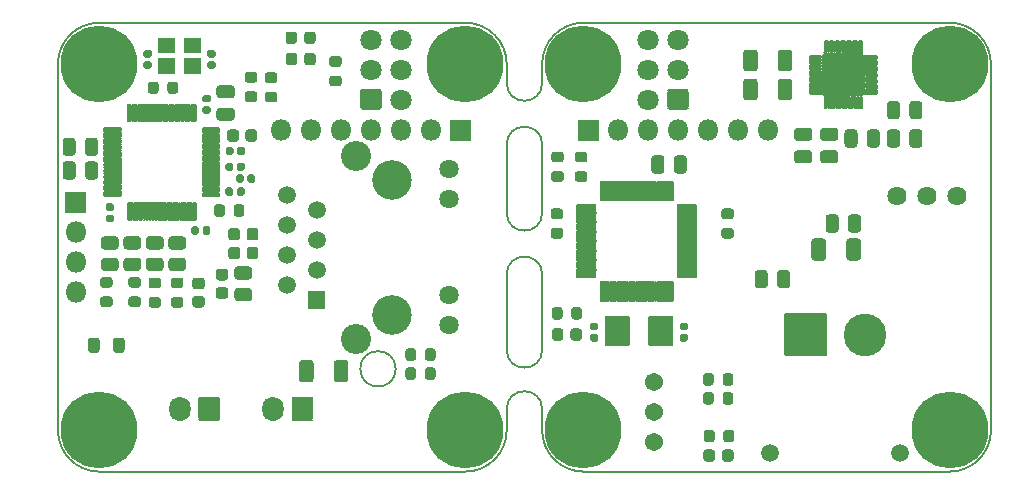
<source format=gbr>
%TF.GenerationSoftware,KiCad,Pcbnew,(5.1.8-0-10_14)*%
%TF.CreationDate,2021-08-30T17:25:51+02:00*%
%TF.ProjectId,ethersweep,65746865-7273-4776-9565-702e6b696361,2.0.1*%
%TF.SameCoordinates,Original*%
%TF.FileFunction,Soldermask,Top*%
%TF.FilePolarity,Negative*%
%FSLAX46Y46*%
G04 Gerber Fmt 4.6, Leading zero omitted, Abs format (unit mm)*
G04 Created by KiCad (PCBNEW (5.1.8-0-10_14)) date 2021-08-30 17:25:51*
%MOMM*%
%LPD*%
G01*
G04 APERTURE LIST*
%TA.AperFunction,Profile*%
%ADD10C,0.150000*%
%TD*%
%ADD11C,6.502000*%
%ADD12C,0.902000*%
%ADD13O,1.802000X2.102000*%
%ADD14C,1.802000*%
%ADD15O,1.802000X1.802000*%
%ADD16C,1.500000*%
%ADD17C,1.632000*%
%ADD18C,2.547000*%
%ADD19C,3.352000*%
%ADD20C,1.542000*%
%ADD21C,1.502000*%
%ADD22C,3.602000*%
%ADD23C,1.626000*%
%ADD24C,0.100000*%
G04 APERTURE END LIST*
D10*
X221600000Y-26700000D02*
G75*
G02*
X225100000Y-30200000I0J-3500000D01*
G01*
X184100000Y-60700000D02*
X184100000Y-59400000D01*
X187100000Y-31800000D02*
X187100000Y-30700000D01*
X187100000Y-31800000D02*
G75*
G02*
X184100000Y-31800000I-1500000J0D01*
G01*
X187100000Y-61200000D02*
X187100000Y-59400000D01*
X184100000Y-31800000D02*
X184100000Y-30200000D01*
X184100000Y-59400000D02*
G75*
G02*
X187100000Y-59400000I1500000J0D01*
G01*
X187100000Y-42800000D02*
G75*
G02*
X184100000Y-42800000I-1500000J0D01*
G01*
X184100000Y-37000000D02*
G75*
G02*
X187100000Y-37000000I1500000J0D01*
G01*
X187100000Y-42800000D02*
X187100000Y-37000000D01*
X184100000Y-54400000D02*
X184100000Y-48000000D01*
X184100000Y-48000000D02*
G75*
G02*
X187100000Y-48000000I1500000J0D01*
G01*
X184100000Y-42800000D02*
X184100000Y-37000000D01*
X187100000Y-54400000D02*
X187100000Y-48000000D01*
X187100000Y-54400000D02*
G75*
G02*
X184100000Y-54400000I-1500000J0D01*
G01*
X184100000Y-61200000D02*
X184100000Y-60700000D01*
X187100000Y-30200000D02*
X187100000Y-30700000D01*
X174700000Y-56000000D02*
G75*
G03*
X174700000Y-56000000I-1500000J0D01*
G01*
X149600000Y-64700000D02*
G75*
G02*
X146100000Y-61200000I0J3500000D01*
G01*
X149600000Y-64700000D02*
X180600000Y-64700000D01*
X190600000Y-26700000D02*
X221600000Y-26700000D01*
X187100000Y-30200000D02*
G75*
G02*
X190600000Y-26700000I3500000J0D01*
G01*
X225100000Y-61200000D02*
G75*
G02*
X221600000Y-64700000I-3500000J0D01*
G01*
X190600000Y-64700000D02*
G75*
G02*
X187100000Y-61200000I0J3500000D01*
G01*
X190600000Y-64700000D02*
X221600000Y-64700000D01*
X225100000Y-61200000D02*
X225100000Y-30200000D01*
X146100000Y-30200000D02*
X146100000Y-61200000D01*
X184100000Y-61200000D02*
G75*
G02*
X180600000Y-64700000I-3500000J0D01*
G01*
X180600000Y-26700000D02*
G75*
G02*
X184100000Y-30200000I0J-3500000D01*
G01*
X146100000Y-30200000D02*
G75*
G02*
X149600000Y-26700000I3500000J0D01*
G01*
X180600000Y-26700000D02*
X149600000Y-26700000D01*
X221600000Y-26700000D02*
G75*
G02*
X225100000Y-30200000I0J-3500000D01*
G01*
X184100000Y-60700000D02*
X184100000Y-59400000D01*
X187100000Y-31800000D02*
X187100000Y-30700000D01*
X187100000Y-31800000D02*
G75*
G02*
X184100000Y-31800000I-1500000J0D01*
G01*
X187100000Y-61200000D02*
X187100000Y-59400000D01*
X184100000Y-31800000D02*
X184100000Y-30200000D01*
X184100000Y-59400000D02*
G75*
G02*
X187100000Y-59400000I1500000J0D01*
G01*
X187100000Y-42800000D02*
G75*
G02*
X184100000Y-42800000I-1500000J0D01*
G01*
X184100000Y-37000000D02*
G75*
G02*
X187100000Y-37000000I1500000J0D01*
G01*
X187100000Y-42800000D02*
X187100000Y-37000000D01*
X184100000Y-54400000D02*
X184100000Y-48000000D01*
X184100000Y-48000000D02*
G75*
G02*
X187100000Y-48000000I1500000J0D01*
G01*
X184100000Y-42800000D02*
X184100000Y-37000000D01*
X187100000Y-54400000D02*
X187100000Y-48000000D01*
X187100000Y-54400000D02*
G75*
G02*
X184100000Y-54400000I-1500000J0D01*
G01*
X184100000Y-61200000D02*
X184100000Y-60700000D01*
X187100000Y-30200000D02*
X187100000Y-30700000D01*
X174700000Y-56000000D02*
G75*
G03*
X174700000Y-56000000I-1500000J0D01*
G01*
X149600000Y-64700000D02*
G75*
G02*
X146100000Y-61200000I0J3500000D01*
G01*
X149600000Y-64700000D02*
X180600000Y-64700000D01*
X190600000Y-26700000D02*
X221600000Y-26700000D01*
X187100000Y-30200000D02*
G75*
G02*
X190600000Y-26700000I3500000J0D01*
G01*
X225100000Y-61200000D02*
G75*
G02*
X221600000Y-64700000I-3500000J0D01*
G01*
X190600000Y-64700000D02*
G75*
G02*
X187100000Y-61200000I0J3500000D01*
G01*
X190600000Y-64700000D02*
X221600000Y-64700000D01*
X225100000Y-61200000D02*
X225100000Y-30200000D01*
X146100000Y-30200000D02*
X146100000Y-61200000D01*
X184100000Y-61200000D02*
G75*
G02*
X180600000Y-64700000I-3500000J0D01*
G01*
X180600000Y-26700000D02*
G75*
G02*
X184100000Y-30200000I0J-3500000D01*
G01*
X146100000Y-30200000D02*
G75*
G02*
X149600000Y-26700000I3500000J0D01*
G01*
X180600000Y-26700000D02*
X149600000Y-26700000D01*
D11*
X221600000Y-30200000D03*
D12*
X224000000Y-30200000D03*
X223297056Y-31897056D03*
X221600000Y-32600000D03*
X219902944Y-31897056D03*
X219200000Y-30200000D03*
X219902944Y-28502944D03*
X221600000Y-27800000D03*
X223297056Y-28502944D03*
D13*
X156400000Y-59400000D03*
G36*
G01*
X159801000Y-58614000D02*
X159801000Y-60186000D01*
G75*
G02*
X159536000Y-60451000I-265000J0D01*
G01*
X158264000Y-60451000D01*
G75*
G02*
X157999000Y-60186000I0J265000D01*
G01*
X157999000Y-58614000D01*
G75*
G02*
X158264000Y-58349000I265000J0D01*
G01*
X159536000Y-58349000D01*
G75*
G02*
X159801000Y-58614000I0J-265000D01*
G01*
G37*
G36*
G01*
X171699000Y-33836000D02*
X171699000Y-32564000D01*
G75*
G02*
X171964000Y-32299000I265000J0D01*
G01*
X173236000Y-32299000D01*
G75*
G02*
X173501000Y-32564000I0J-265000D01*
G01*
X173501000Y-33836000D01*
G75*
G02*
X173236000Y-34101000I-265000J0D01*
G01*
X171964000Y-34101000D01*
G75*
G02*
X171699000Y-33836000I0J265000D01*
G01*
G37*
D14*
X172600000Y-30660000D03*
X172600000Y-28120000D03*
X175140000Y-33200000D03*
X175140000Y-30660000D03*
X175140000Y-28120000D03*
G36*
G01*
X199501000Y-32564000D02*
X199501000Y-33836000D01*
G75*
G02*
X199236000Y-34101000I-265000J0D01*
G01*
X197964000Y-34101000D01*
G75*
G02*
X197699000Y-33836000I0J265000D01*
G01*
X197699000Y-32564000D01*
G75*
G02*
X197964000Y-32299000I265000J0D01*
G01*
X199236000Y-32299000D01*
G75*
G02*
X199501000Y-32564000I0J-265000D01*
G01*
G37*
X198600000Y-30660000D03*
X198600000Y-28120000D03*
X196060000Y-33200000D03*
X196060000Y-30660000D03*
X196060000Y-28120000D03*
D11*
X190600000Y-61200000D03*
D12*
X193000000Y-61200000D03*
X192297056Y-62897056D03*
X190600000Y-63600000D03*
X188902944Y-62897056D03*
X188200000Y-61200000D03*
X188902944Y-59502944D03*
X190600000Y-58800000D03*
X192297056Y-59502944D03*
X223297056Y-59477945D03*
X221600000Y-58775001D03*
X219902944Y-59477945D03*
X219200000Y-61175001D03*
X219902944Y-62872057D03*
X221600000Y-63575001D03*
X223297056Y-62872057D03*
X224000000Y-61175001D03*
D11*
X221600000Y-61175001D03*
D12*
X192297056Y-28502944D03*
X190600000Y-27800000D03*
X188902944Y-28502944D03*
X188200000Y-30200000D03*
X188902944Y-31897056D03*
X190600000Y-32600000D03*
X192297056Y-31897056D03*
X193000000Y-30200000D03*
D11*
X190600000Y-30200000D03*
G36*
G01*
X198249000Y-39200500D02*
X198249000Y-38199500D01*
G75*
G02*
X198524500Y-37924000I275500J0D01*
G01*
X199075500Y-37924000D01*
G75*
G02*
X199351000Y-38199500I0J-275500D01*
G01*
X199351000Y-39200500D01*
G75*
G02*
X199075500Y-39476000I-275500J0D01*
G01*
X198524500Y-39476000D01*
G75*
G02*
X198249000Y-39200500I0J275500D01*
G01*
G37*
G36*
G01*
X196349000Y-39200500D02*
X196349000Y-38199500D01*
G75*
G02*
X196624500Y-37924000I275500J0D01*
G01*
X197175500Y-37924000D01*
G75*
G02*
X197451000Y-38199500I0J-275500D01*
G01*
X197451000Y-39200500D01*
G75*
G02*
X197175500Y-39476000I-275500J0D01*
G01*
X196624500Y-39476000D01*
G75*
G02*
X196349000Y-39200500I0J275500D01*
G01*
G37*
G36*
G01*
X191695500Y-52751000D02*
X191304500Y-52751000D01*
G75*
G02*
X191139000Y-52585500I0J165500D01*
G01*
X191139000Y-52254500D01*
G75*
G02*
X191304500Y-52089000I165500J0D01*
G01*
X191695500Y-52089000D01*
G75*
G02*
X191861000Y-52254500I0J-165500D01*
G01*
X191861000Y-52585500D01*
G75*
G02*
X191695500Y-52751000I-165500J0D01*
G01*
G37*
G36*
G01*
X191695500Y-53711000D02*
X191304500Y-53711000D01*
G75*
G02*
X191139000Y-53545500I0J165500D01*
G01*
X191139000Y-53214500D01*
G75*
G02*
X191304500Y-53049000I165500J0D01*
G01*
X191695500Y-53049000D01*
G75*
G02*
X191861000Y-53214500I0J-165500D01*
G01*
X191861000Y-53545500D01*
G75*
G02*
X191695500Y-53711000I-165500J0D01*
G01*
G37*
G36*
G01*
X198904500Y-52089000D02*
X199295500Y-52089000D01*
G75*
G02*
X199461000Y-52254500I0J-165500D01*
G01*
X199461000Y-52585500D01*
G75*
G02*
X199295500Y-52751000I-165500J0D01*
G01*
X198904500Y-52751000D01*
G75*
G02*
X198739000Y-52585500I0J165500D01*
G01*
X198739000Y-52254500D01*
G75*
G02*
X198904500Y-52089000I165500J0D01*
G01*
G37*
G36*
G01*
X198904500Y-53049000D02*
X199295500Y-53049000D01*
G75*
G02*
X199461000Y-53214500I0J-165500D01*
G01*
X199461000Y-53545500D01*
G75*
G02*
X199295500Y-53711000I-165500J0D01*
G01*
X198904500Y-53711000D01*
G75*
G02*
X198739000Y-53545500I0J165500D01*
G01*
X198739000Y-53214500D01*
G75*
G02*
X198904500Y-53049000I165500J0D01*
G01*
G37*
G36*
G01*
X208101000Y-47899500D02*
X208101000Y-48900500D01*
G75*
G02*
X207825500Y-49176000I-275500J0D01*
G01*
X207274500Y-49176000D01*
G75*
G02*
X206999000Y-48900500I0J275500D01*
G01*
X206999000Y-47899500D01*
G75*
G02*
X207274500Y-47624000I275500J0D01*
G01*
X207825500Y-47624000D01*
G75*
G02*
X208101000Y-47899500I0J-275500D01*
G01*
G37*
G36*
G01*
X206201000Y-47899500D02*
X206201000Y-48900500D01*
G75*
G02*
X205925500Y-49176000I-275500J0D01*
G01*
X205374500Y-49176000D01*
G75*
G02*
X205099000Y-48900500I0J275500D01*
G01*
X205099000Y-47899500D01*
G75*
G02*
X205374500Y-47624000I275500J0D01*
G01*
X205925500Y-47624000D01*
G75*
G02*
X206201000Y-47899500I0J-275500D01*
G01*
G37*
G36*
G01*
X148501000Y-41050000D02*
X148501000Y-42750000D01*
G75*
G02*
X148450000Y-42801000I-51000J0D01*
G01*
X146750000Y-42801000D01*
G75*
G02*
X146699000Y-42750000I0J51000D01*
G01*
X146699000Y-41050000D01*
G75*
G02*
X146750000Y-40999000I51000J0D01*
G01*
X148450000Y-40999000D01*
G75*
G02*
X148501000Y-41050000I0J-51000D01*
G01*
G37*
D15*
X147600000Y-44440000D03*
X147600000Y-46980000D03*
X147600000Y-49520000D03*
G36*
G01*
X167701000Y-58614000D02*
X167701000Y-60186000D01*
G75*
G02*
X167436000Y-60451000I-265000J0D01*
G01*
X166164000Y-60451000D01*
G75*
G02*
X165899000Y-60186000I0J265000D01*
G01*
X165899000Y-58614000D01*
G75*
G02*
X166164000Y-58349000I265000J0D01*
G01*
X167436000Y-58349000D01*
G75*
G02*
X167701000Y-58614000I0J-265000D01*
G01*
G37*
D13*
X164300000Y-59400000D03*
G36*
G01*
X192575000Y-50301000D02*
X192025000Y-50301000D01*
G75*
G02*
X191974000Y-50250000I0J51000D01*
G01*
X191974000Y-48650000D01*
G75*
G02*
X192025000Y-48599000I51000J0D01*
G01*
X192575000Y-48599000D01*
G75*
G02*
X192626000Y-48650000I0J-51000D01*
G01*
X192626000Y-50250000D01*
G75*
G02*
X192575000Y-50301000I-51000J0D01*
G01*
G37*
G36*
G01*
X193375000Y-50301000D02*
X192825000Y-50301000D01*
G75*
G02*
X192774000Y-50250000I0J51000D01*
G01*
X192774000Y-48650000D01*
G75*
G02*
X192825000Y-48599000I51000J0D01*
G01*
X193375000Y-48599000D01*
G75*
G02*
X193426000Y-48650000I0J-51000D01*
G01*
X193426000Y-50250000D01*
G75*
G02*
X193375000Y-50301000I-51000J0D01*
G01*
G37*
G36*
G01*
X194175000Y-50301000D02*
X193625000Y-50301000D01*
G75*
G02*
X193574000Y-50250000I0J51000D01*
G01*
X193574000Y-48650000D01*
G75*
G02*
X193625000Y-48599000I51000J0D01*
G01*
X194175000Y-48599000D01*
G75*
G02*
X194226000Y-48650000I0J-51000D01*
G01*
X194226000Y-50250000D01*
G75*
G02*
X194175000Y-50301000I-51000J0D01*
G01*
G37*
G36*
G01*
X194975000Y-50301000D02*
X194425000Y-50301000D01*
G75*
G02*
X194374000Y-50250000I0J51000D01*
G01*
X194374000Y-48650000D01*
G75*
G02*
X194425000Y-48599000I51000J0D01*
G01*
X194975000Y-48599000D01*
G75*
G02*
X195026000Y-48650000I0J-51000D01*
G01*
X195026000Y-50250000D01*
G75*
G02*
X194975000Y-50301000I-51000J0D01*
G01*
G37*
G36*
G01*
X195775000Y-50301000D02*
X195225000Y-50301000D01*
G75*
G02*
X195174000Y-50250000I0J51000D01*
G01*
X195174000Y-48650000D01*
G75*
G02*
X195225000Y-48599000I51000J0D01*
G01*
X195775000Y-48599000D01*
G75*
G02*
X195826000Y-48650000I0J-51000D01*
G01*
X195826000Y-50250000D01*
G75*
G02*
X195775000Y-50301000I-51000J0D01*
G01*
G37*
G36*
G01*
X196575000Y-50301000D02*
X196025000Y-50301000D01*
G75*
G02*
X195974000Y-50250000I0J51000D01*
G01*
X195974000Y-48650000D01*
G75*
G02*
X196025000Y-48599000I51000J0D01*
G01*
X196575000Y-48599000D01*
G75*
G02*
X196626000Y-48650000I0J-51000D01*
G01*
X196626000Y-50250000D01*
G75*
G02*
X196575000Y-50301000I-51000J0D01*
G01*
G37*
G36*
G01*
X197375000Y-50301000D02*
X196825000Y-50301000D01*
G75*
G02*
X196774000Y-50250000I0J51000D01*
G01*
X196774000Y-48650000D01*
G75*
G02*
X196825000Y-48599000I51000J0D01*
G01*
X197375000Y-48599000D01*
G75*
G02*
X197426000Y-48650000I0J-51000D01*
G01*
X197426000Y-50250000D01*
G75*
G02*
X197375000Y-50301000I-51000J0D01*
G01*
G37*
G36*
G01*
X198175000Y-50301000D02*
X197625000Y-50301000D01*
G75*
G02*
X197574000Y-50250000I0J51000D01*
G01*
X197574000Y-48650000D01*
G75*
G02*
X197625000Y-48599000I51000J0D01*
G01*
X198175000Y-48599000D01*
G75*
G02*
X198226000Y-48650000I0J-51000D01*
G01*
X198226000Y-50250000D01*
G75*
G02*
X198175000Y-50301000I-51000J0D01*
G01*
G37*
G36*
G01*
X200201000Y-47725000D02*
X200201000Y-48275000D01*
G75*
G02*
X200150000Y-48326000I-51000J0D01*
G01*
X198550000Y-48326000D01*
G75*
G02*
X198499000Y-48275000I0J51000D01*
G01*
X198499000Y-47725000D01*
G75*
G02*
X198550000Y-47674000I51000J0D01*
G01*
X200150000Y-47674000D01*
G75*
G02*
X200201000Y-47725000I0J-51000D01*
G01*
G37*
G36*
G01*
X200201000Y-46925000D02*
X200201000Y-47475000D01*
G75*
G02*
X200150000Y-47526000I-51000J0D01*
G01*
X198550000Y-47526000D01*
G75*
G02*
X198499000Y-47475000I0J51000D01*
G01*
X198499000Y-46925000D01*
G75*
G02*
X198550000Y-46874000I51000J0D01*
G01*
X200150000Y-46874000D01*
G75*
G02*
X200201000Y-46925000I0J-51000D01*
G01*
G37*
G36*
G01*
X200201000Y-46125000D02*
X200201000Y-46675000D01*
G75*
G02*
X200150000Y-46726000I-51000J0D01*
G01*
X198550000Y-46726000D01*
G75*
G02*
X198499000Y-46675000I0J51000D01*
G01*
X198499000Y-46125000D01*
G75*
G02*
X198550000Y-46074000I51000J0D01*
G01*
X200150000Y-46074000D01*
G75*
G02*
X200201000Y-46125000I0J-51000D01*
G01*
G37*
G36*
G01*
X200201000Y-45325000D02*
X200201000Y-45875000D01*
G75*
G02*
X200150000Y-45926000I-51000J0D01*
G01*
X198550000Y-45926000D01*
G75*
G02*
X198499000Y-45875000I0J51000D01*
G01*
X198499000Y-45325000D01*
G75*
G02*
X198550000Y-45274000I51000J0D01*
G01*
X200150000Y-45274000D01*
G75*
G02*
X200201000Y-45325000I0J-51000D01*
G01*
G37*
G36*
G01*
X200201000Y-44525000D02*
X200201000Y-45075000D01*
G75*
G02*
X200150000Y-45126000I-51000J0D01*
G01*
X198550000Y-45126000D01*
G75*
G02*
X198499000Y-45075000I0J51000D01*
G01*
X198499000Y-44525000D01*
G75*
G02*
X198550000Y-44474000I51000J0D01*
G01*
X200150000Y-44474000D01*
G75*
G02*
X200201000Y-44525000I0J-51000D01*
G01*
G37*
G36*
G01*
X200201000Y-43725000D02*
X200201000Y-44275000D01*
G75*
G02*
X200150000Y-44326000I-51000J0D01*
G01*
X198550000Y-44326000D01*
G75*
G02*
X198499000Y-44275000I0J51000D01*
G01*
X198499000Y-43725000D01*
G75*
G02*
X198550000Y-43674000I51000J0D01*
G01*
X200150000Y-43674000D01*
G75*
G02*
X200201000Y-43725000I0J-51000D01*
G01*
G37*
G36*
G01*
X200201000Y-42925000D02*
X200201000Y-43475000D01*
G75*
G02*
X200150000Y-43526000I-51000J0D01*
G01*
X198550000Y-43526000D01*
G75*
G02*
X198499000Y-43475000I0J51000D01*
G01*
X198499000Y-42925000D01*
G75*
G02*
X198550000Y-42874000I51000J0D01*
G01*
X200150000Y-42874000D01*
G75*
G02*
X200201000Y-42925000I0J-51000D01*
G01*
G37*
G36*
G01*
X200201000Y-42125000D02*
X200201000Y-42675000D01*
G75*
G02*
X200150000Y-42726000I-51000J0D01*
G01*
X198550000Y-42726000D01*
G75*
G02*
X198499000Y-42675000I0J51000D01*
G01*
X198499000Y-42125000D01*
G75*
G02*
X198550000Y-42074000I51000J0D01*
G01*
X200150000Y-42074000D01*
G75*
G02*
X200201000Y-42125000I0J-51000D01*
G01*
G37*
G36*
G01*
X198175000Y-41801000D02*
X197625000Y-41801000D01*
G75*
G02*
X197574000Y-41750000I0J51000D01*
G01*
X197574000Y-40150000D01*
G75*
G02*
X197625000Y-40099000I51000J0D01*
G01*
X198175000Y-40099000D01*
G75*
G02*
X198226000Y-40150000I0J-51000D01*
G01*
X198226000Y-41750000D01*
G75*
G02*
X198175000Y-41801000I-51000J0D01*
G01*
G37*
G36*
G01*
X197375000Y-41801000D02*
X196825000Y-41801000D01*
G75*
G02*
X196774000Y-41750000I0J51000D01*
G01*
X196774000Y-40150000D01*
G75*
G02*
X196825000Y-40099000I51000J0D01*
G01*
X197375000Y-40099000D01*
G75*
G02*
X197426000Y-40150000I0J-51000D01*
G01*
X197426000Y-41750000D01*
G75*
G02*
X197375000Y-41801000I-51000J0D01*
G01*
G37*
G36*
G01*
X196575000Y-41801000D02*
X196025000Y-41801000D01*
G75*
G02*
X195974000Y-41750000I0J51000D01*
G01*
X195974000Y-40150000D01*
G75*
G02*
X196025000Y-40099000I51000J0D01*
G01*
X196575000Y-40099000D01*
G75*
G02*
X196626000Y-40150000I0J-51000D01*
G01*
X196626000Y-41750000D01*
G75*
G02*
X196575000Y-41801000I-51000J0D01*
G01*
G37*
G36*
G01*
X195775000Y-41801000D02*
X195225000Y-41801000D01*
G75*
G02*
X195174000Y-41750000I0J51000D01*
G01*
X195174000Y-40150000D01*
G75*
G02*
X195225000Y-40099000I51000J0D01*
G01*
X195775000Y-40099000D01*
G75*
G02*
X195826000Y-40150000I0J-51000D01*
G01*
X195826000Y-41750000D01*
G75*
G02*
X195775000Y-41801000I-51000J0D01*
G01*
G37*
G36*
G01*
X194975000Y-41801000D02*
X194425000Y-41801000D01*
G75*
G02*
X194374000Y-41750000I0J51000D01*
G01*
X194374000Y-40150000D01*
G75*
G02*
X194425000Y-40099000I51000J0D01*
G01*
X194975000Y-40099000D01*
G75*
G02*
X195026000Y-40150000I0J-51000D01*
G01*
X195026000Y-41750000D01*
G75*
G02*
X194975000Y-41801000I-51000J0D01*
G01*
G37*
G36*
G01*
X194175000Y-41801000D02*
X193625000Y-41801000D01*
G75*
G02*
X193574000Y-41750000I0J51000D01*
G01*
X193574000Y-40150000D01*
G75*
G02*
X193625000Y-40099000I51000J0D01*
G01*
X194175000Y-40099000D01*
G75*
G02*
X194226000Y-40150000I0J-51000D01*
G01*
X194226000Y-41750000D01*
G75*
G02*
X194175000Y-41801000I-51000J0D01*
G01*
G37*
G36*
G01*
X193375000Y-41801000D02*
X192825000Y-41801000D01*
G75*
G02*
X192774000Y-41750000I0J51000D01*
G01*
X192774000Y-40150000D01*
G75*
G02*
X192825000Y-40099000I51000J0D01*
G01*
X193375000Y-40099000D01*
G75*
G02*
X193426000Y-40150000I0J-51000D01*
G01*
X193426000Y-41750000D01*
G75*
G02*
X193375000Y-41801000I-51000J0D01*
G01*
G37*
G36*
G01*
X192575000Y-41801000D02*
X192025000Y-41801000D01*
G75*
G02*
X191974000Y-41750000I0J51000D01*
G01*
X191974000Y-40150000D01*
G75*
G02*
X192025000Y-40099000I51000J0D01*
G01*
X192575000Y-40099000D01*
G75*
G02*
X192626000Y-40150000I0J-51000D01*
G01*
X192626000Y-41750000D01*
G75*
G02*
X192575000Y-41801000I-51000J0D01*
G01*
G37*
G36*
G01*
X191701000Y-42125000D02*
X191701000Y-42675000D01*
G75*
G02*
X191650000Y-42726000I-51000J0D01*
G01*
X190050000Y-42726000D01*
G75*
G02*
X189999000Y-42675000I0J51000D01*
G01*
X189999000Y-42125000D01*
G75*
G02*
X190050000Y-42074000I51000J0D01*
G01*
X191650000Y-42074000D01*
G75*
G02*
X191701000Y-42125000I0J-51000D01*
G01*
G37*
G36*
G01*
X191701000Y-42925000D02*
X191701000Y-43475000D01*
G75*
G02*
X191650000Y-43526000I-51000J0D01*
G01*
X190050000Y-43526000D01*
G75*
G02*
X189999000Y-43475000I0J51000D01*
G01*
X189999000Y-42925000D01*
G75*
G02*
X190050000Y-42874000I51000J0D01*
G01*
X191650000Y-42874000D01*
G75*
G02*
X191701000Y-42925000I0J-51000D01*
G01*
G37*
G36*
G01*
X191701000Y-43725000D02*
X191701000Y-44275000D01*
G75*
G02*
X191650000Y-44326000I-51000J0D01*
G01*
X190050000Y-44326000D01*
G75*
G02*
X189999000Y-44275000I0J51000D01*
G01*
X189999000Y-43725000D01*
G75*
G02*
X190050000Y-43674000I51000J0D01*
G01*
X191650000Y-43674000D01*
G75*
G02*
X191701000Y-43725000I0J-51000D01*
G01*
G37*
G36*
G01*
X191701000Y-44525000D02*
X191701000Y-45075000D01*
G75*
G02*
X191650000Y-45126000I-51000J0D01*
G01*
X190050000Y-45126000D01*
G75*
G02*
X189999000Y-45075000I0J51000D01*
G01*
X189999000Y-44525000D01*
G75*
G02*
X190050000Y-44474000I51000J0D01*
G01*
X191650000Y-44474000D01*
G75*
G02*
X191701000Y-44525000I0J-51000D01*
G01*
G37*
G36*
G01*
X191701000Y-45325000D02*
X191701000Y-45875000D01*
G75*
G02*
X191650000Y-45926000I-51000J0D01*
G01*
X190050000Y-45926000D01*
G75*
G02*
X189999000Y-45875000I0J51000D01*
G01*
X189999000Y-45325000D01*
G75*
G02*
X190050000Y-45274000I51000J0D01*
G01*
X191650000Y-45274000D01*
G75*
G02*
X191701000Y-45325000I0J-51000D01*
G01*
G37*
G36*
G01*
X191701000Y-46125000D02*
X191701000Y-46675000D01*
G75*
G02*
X191650000Y-46726000I-51000J0D01*
G01*
X190050000Y-46726000D01*
G75*
G02*
X189999000Y-46675000I0J51000D01*
G01*
X189999000Y-46125000D01*
G75*
G02*
X190050000Y-46074000I51000J0D01*
G01*
X191650000Y-46074000D01*
G75*
G02*
X191701000Y-46125000I0J-51000D01*
G01*
G37*
G36*
G01*
X191701000Y-46925000D02*
X191701000Y-47475000D01*
G75*
G02*
X191650000Y-47526000I-51000J0D01*
G01*
X190050000Y-47526000D01*
G75*
G02*
X189999000Y-47475000I0J51000D01*
G01*
X189999000Y-46925000D01*
G75*
G02*
X190050000Y-46874000I51000J0D01*
G01*
X191650000Y-46874000D01*
G75*
G02*
X191701000Y-46925000I0J-51000D01*
G01*
G37*
G36*
G01*
X191701000Y-47725000D02*
X191701000Y-48275000D01*
G75*
G02*
X191650000Y-48326000I-51000J0D01*
G01*
X190050000Y-48326000D01*
G75*
G02*
X189999000Y-48275000I0J51000D01*
G01*
X189999000Y-47725000D01*
G75*
G02*
X190050000Y-47674000I51000J0D01*
G01*
X191650000Y-47674000D01*
G75*
G02*
X191701000Y-47725000I0J-51000D01*
G01*
G37*
D11*
X149600000Y-30200000D03*
D12*
X152000000Y-30200000D03*
X151297056Y-31897056D03*
X149600000Y-32600000D03*
X147902944Y-31897056D03*
X147200000Y-30200000D03*
X147902944Y-28502944D03*
X149600000Y-27800000D03*
X151297056Y-28502944D03*
X182297056Y-28502944D03*
X180600000Y-27800000D03*
X178902944Y-28502944D03*
X178200000Y-30200000D03*
X178902944Y-31897056D03*
X180600000Y-32600000D03*
X182297056Y-31897056D03*
X183000000Y-30200000D03*
D11*
X180600000Y-30200000D03*
X180600000Y-61200000D03*
D12*
X183000000Y-61200000D03*
X182297056Y-62897056D03*
X180600000Y-63600000D03*
X178902944Y-62897056D03*
X178200000Y-61200000D03*
X178902944Y-59502944D03*
X180600000Y-58800000D03*
X182297056Y-59502944D03*
X151297056Y-59502944D03*
X149600000Y-58800000D03*
X147902944Y-59502944D03*
X147200000Y-61200000D03*
X147902944Y-62897056D03*
X149600000Y-63600000D03*
X151297056Y-62897056D03*
X152000000Y-61200000D03*
D11*
X149600000Y-61200000D03*
G36*
G01*
X188049500Y-42424000D02*
X188650500Y-42424000D01*
G75*
G02*
X188876000Y-42649500I0J-225500D01*
G01*
X188876000Y-43100500D01*
G75*
G02*
X188650500Y-43326000I-225500J0D01*
G01*
X188049500Y-43326000D01*
G75*
G02*
X187824000Y-43100500I0J225500D01*
G01*
X187824000Y-42649500D01*
G75*
G02*
X188049500Y-42424000I225500J0D01*
G01*
G37*
G36*
G01*
X188049500Y-44074000D02*
X188650500Y-44074000D01*
G75*
G02*
X188876000Y-44299500I0J-225500D01*
G01*
X188876000Y-44750500D01*
G75*
G02*
X188650500Y-44976000I-225500J0D01*
G01*
X188049500Y-44976000D01*
G75*
G02*
X187824000Y-44750500I0J225500D01*
G01*
X187824000Y-44299500D01*
G75*
G02*
X188049500Y-44074000I225500J0D01*
G01*
G37*
G36*
G01*
X202499500Y-44074000D02*
X203100500Y-44074000D01*
G75*
G02*
X203326000Y-44299500I0J-225500D01*
G01*
X203326000Y-44750500D01*
G75*
G02*
X203100500Y-44976000I-225500J0D01*
G01*
X202499500Y-44976000D01*
G75*
G02*
X202274000Y-44750500I0J225500D01*
G01*
X202274000Y-44299500D01*
G75*
G02*
X202499500Y-44074000I225500J0D01*
G01*
G37*
G36*
G01*
X202499500Y-42424000D02*
X203100500Y-42424000D01*
G75*
G02*
X203326000Y-42649500I0J-225500D01*
G01*
X203326000Y-43100500D01*
G75*
G02*
X203100500Y-43326000I-225500J0D01*
G01*
X202499500Y-43326000D01*
G75*
G02*
X202274000Y-43100500I0J225500D01*
G01*
X202274000Y-42649500D01*
G75*
G02*
X202499500Y-42424000I225500J0D01*
G01*
G37*
G36*
G01*
X188700500Y-38526000D02*
X188099500Y-38526000D01*
G75*
G02*
X187874000Y-38300500I0J225500D01*
G01*
X187874000Y-37849500D01*
G75*
G02*
X188099500Y-37624000I225500J0D01*
G01*
X188700500Y-37624000D01*
G75*
G02*
X188926000Y-37849500I0J-225500D01*
G01*
X188926000Y-38300500D01*
G75*
G02*
X188700500Y-38526000I-225500J0D01*
G01*
G37*
G36*
G01*
X188700500Y-40176000D02*
X188099500Y-40176000D01*
G75*
G02*
X187874000Y-39950500I0J225500D01*
G01*
X187874000Y-39499500D01*
G75*
G02*
X188099500Y-39274000I225500J0D01*
G01*
X188700500Y-39274000D01*
G75*
G02*
X188926000Y-39499500I0J-225500D01*
G01*
X188926000Y-39950500D01*
G75*
G02*
X188700500Y-40176000I-225500J0D01*
G01*
G37*
G36*
G01*
X190700500Y-40176000D02*
X190099500Y-40176000D01*
G75*
G02*
X189874000Y-39950500I0J225500D01*
G01*
X189874000Y-39499500D01*
G75*
G02*
X190099500Y-39274000I225500J0D01*
G01*
X190700500Y-39274000D01*
G75*
G02*
X190926000Y-39499500I0J-225500D01*
G01*
X190926000Y-39950500D01*
G75*
G02*
X190700500Y-40176000I-225500J0D01*
G01*
G37*
G36*
G01*
X190700500Y-38526000D02*
X190099500Y-38526000D01*
G75*
G02*
X189874000Y-38300500I0J225500D01*
G01*
X189874000Y-37849500D01*
G75*
G02*
X190099500Y-37624000I225500J0D01*
G01*
X190700500Y-37624000D01*
G75*
G02*
X190926000Y-37849500I0J-225500D01*
G01*
X190926000Y-38300500D01*
G75*
G02*
X190700500Y-38526000I-225500J0D01*
G01*
G37*
G36*
G01*
X169900500Y-32076000D02*
X169299500Y-32076000D01*
G75*
G02*
X169074000Y-31850500I0J225500D01*
G01*
X169074000Y-31399500D01*
G75*
G02*
X169299500Y-31174000I225500J0D01*
G01*
X169900500Y-31174000D01*
G75*
G02*
X170126000Y-31399500I0J-225500D01*
G01*
X170126000Y-31850500D01*
G75*
G02*
X169900500Y-32076000I-225500J0D01*
G01*
G37*
G36*
G01*
X169900500Y-30426000D02*
X169299500Y-30426000D01*
G75*
G02*
X169074000Y-30200500I0J225500D01*
G01*
X169074000Y-29749500D01*
G75*
G02*
X169299500Y-29524000I225500J0D01*
G01*
X169900500Y-29524000D01*
G75*
G02*
X170126000Y-29749500I0J-225500D01*
G01*
X170126000Y-30200500D01*
G75*
G02*
X169900500Y-30426000I-225500J0D01*
G01*
G37*
G36*
G01*
X198201000Y-51600000D02*
X198201000Y-54000000D01*
G75*
G02*
X198150000Y-54051000I-51000J0D01*
G01*
X196150000Y-54051000D01*
G75*
G02*
X196099000Y-54000000I0J51000D01*
G01*
X196099000Y-51600000D01*
G75*
G02*
X196150000Y-51549000I51000J0D01*
G01*
X198150000Y-51549000D01*
G75*
G02*
X198201000Y-51600000I0J-51000D01*
G01*
G37*
G36*
G01*
X194501000Y-51600000D02*
X194501000Y-54000000D01*
G75*
G02*
X194450000Y-54051000I-51000J0D01*
G01*
X192450000Y-54051000D01*
G75*
G02*
X192399000Y-54000000I0J51000D01*
G01*
X192399000Y-51600000D01*
G75*
G02*
X192450000Y-51549000I51000J0D01*
G01*
X194450000Y-51549000D01*
G75*
G02*
X194501000Y-51600000I0J-51000D01*
G01*
G37*
G36*
G01*
X157724500Y-49824000D02*
X158275500Y-49824000D01*
G75*
G02*
X158526000Y-50074500I0J-250500D01*
G01*
X158526000Y-50575500D01*
G75*
G02*
X158275500Y-50826000I-250500J0D01*
G01*
X157724500Y-50826000D01*
G75*
G02*
X157474000Y-50575500I0J250500D01*
G01*
X157474000Y-50074500D01*
G75*
G02*
X157724500Y-49824000I250500J0D01*
G01*
G37*
G36*
G01*
X157724500Y-48274000D02*
X158275500Y-48274000D01*
G75*
G02*
X158526000Y-48524500I0J-250500D01*
G01*
X158526000Y-49025500D01*
G75*
G02*
X158275500Y-49276000I-250500J0D01*
G01*
X157724500Y-49276000D01*
G75*
G02*
X157474000Y-49025500I0J250500D01*
G01*
X157474000Y-48524500D01*
G75*
G02*
X157724500Y-48274000I250500J0D01*
G01*
G37*
G36*
G01*
X160289000Y-39095500D02*
X160289000Y-38704500D01*
G75*
G02*
X160454500Y-38539000I165500J0D01*
G01*
X160785500Y-38539000D01*
G75*
G02*
X160951000Y-38704500I0J-165500D01*
G01*
X160951000Y-39095500D01*
G75*
G02*
X160785500Y-39261000I-165500J0D01*
G01*
X160454500Y-39261000D01*
G75*
G02*
X160289000Y-39095500I0J165500D01*
G01*
G37*
G36*
G01*
X161249000Y-39095500D02*
X161249000Y-38704500D01*
G75*
G02*
X161414500Y-38539000I165500J0D01*
G01*
X161745500Y-38539000D01*
G75*
G02*
X161911000Y-38704500I0J-165500D01*
G01*
X161911000Y-39095500D01*
G75*
G02*
X161745500Y-39261000I-165500J0D01*
G01*
X161414500Y-39261000D01*
G75*
G02*
X161249000Y-39095500I0J165500D01*
G01*
G37*
G36*
G01*
X162149000Y-40095500D02*
X162149000Y-39704500D01*
G75*
G02*
X162314500Y-39539000I165500J0D01*
G01*
X162645500Y-39539000D01*
G75*
G02*
X162811000Y-39704500I0J-165500D01*
G01*
X162811000Y-40095500D01*
G75*
G02*
X162645500Y-40261000I-165500J0D01*
G01*
X162314500Y-40261000D01*
G75*
G02*
X162149000Y-40095500I0J165500D01*
G01*
G37*
G36*
G01*
X161189000Y-40095500D02*
X161189000Y-39704500D01*
G75*
G02*
X161354500Y-39539000I165500J0D01*
G01*
X161685500Y-39539000D01*
G75*
G02*
X161851000Y-39704500I0J-165500D01*
G01*
X161851000Y-40095500D01*
G75*
G02*
X161685500Y-40261000I-165500J0D01*
G01*
X161354500Y-40261000D01*
G75*
G02*
X161189000Y-40095500I0J165500D01*
G01*
G37*
G36*
G01*
X158895500Y-34411000D02*
X158504500Y-34411000D01*
G75*
G02*
X158339000Y-34245500I0J165500D01*
G01*
X158339000Y-33914500D01*
G75*
G02*
X158504500Y-33749000I165500J0D01*
G01*
X158895500Y-33749000D01*
G75*
G02*
X159061000Y-33914500I0J-165500D01*
G01*
X159061000Y-34245500D01*
G75*
G02*
X158895500Y-34411000I-165500J0D01*
G01*
G37*
G36*
G01*
X158895500Y-33451000D02*
X158504500Y-33451000D01*
G75*
G02*
X158339000Y-33285500I0J165500D01*
G01*
X158339000Y-32954500D01*
G75*
G02*
X158504500Y-32789000I165500J0D01*
G01*
X158895500Y-32789000D01*
G75*
G02*
X159061000Y-32954500I0J-165500D01*
G01*
X159061000Y-33285500D01*
G75*
G02*
X158895500Y-33451000I-165500J0D01*
G01*
G37*
G36*
G01*
X158349000Y-44495500D02*
X158349000Y-44104500D01*
G75*
G02*
X158514500Y-43939000I165500J0D01*
G01*
X158845500Y-43939000D01*
G75*
G02*
X159011000Y-44104500I0J-165500D01*
G01*
X159011000Y-44495500D01*
G75*
G02*
X158845500Y-44661000I-165500J0D01*
G01*
X158514500Y-44661000D01*
G75*
G02*
X158349000Y-44495500I0J165500D01*
G01*
G37*
G36*
G01*
X157389000Y-44495500D02*
X157389000Y-44104500D01*
G75*
G02*
X157554500Y-43939000I165500J0D01*
G01*
X157885500Y-43939000D01*
G75*
G02*
X158051000Y-44104500I0J-165500D01*
G01*
X158051000Y-44495500D01*
G75*
G02*
X157885500Y-44661000I-165500J0D01*
G01*
X157554500Y-44661000D01*
G75*
G02*
X157389000Y-44495500I0J165500D01*
G01*
G37*
G36*
G01*
X150304500Y-42949000D02*
X150695500Y-42949000D01*
G75*
G02*
X150861000Y-43114500I0J-165500D01*
G01*
X150861000Y-43445500D01*
G75*
G02*
X150695500Y-43611000I-165500J0D01*
G01*
X150304500Y-43611000D01*
G75*
G02*
X150139000Y-43445500I0J165500D01*
G01*
X150139000Y-43114500D01*
G75*
G02*
X150304500Y-42949000I165500J0D01*
G01*
G37*
G36*
G01*
X150304500Y-41989000D02*
X150695500Y-41989000D01*
G75*
G02*
X150861000Y-42154500I0J-165500D01*
G01*
X150861000Y-42485500D01*
G75*
G02*
X150695500Y-42651000I-165500J0D01*
G01*
X150304500Y-42651000D01*
G75*
G02*
X150139000Y-42485500I0J165500D01*
G01*
X150139000Y-42154500D01*
G75*
G02*
X150304500Y-41989000I165500J0D01*
G01*
G37*
G36*
G01*
X161249000Y-41195500D02*
X161249000Y-40804500D01*
G75*
G02*
X161414500Y-40639000I165500J0D01*
G01*
X161745500Y-40639000D01*
G75*
G02*
X161911000Y-40804500I0J-165500D01*
G01*
X161911000Y-41195500D01*
G75*
G02*
X161745500Y-41361000I-165500J0D01*
G01*
X161414500Y-41361000D01*
G75*
G02*
X161249000Y-41195500I0J165500D01*
G01*
G37*
G36*
G01*
X160289000Y-41195500D02*
X160289000Y-40804500D01*
G75*
G02*
X160454500Y-40639000I165500J0D01*
G01*
X160785500Y-40639000D01*
G75*
G02*
X160951000Y-40804500I0J-165500D01*
G01*
X160951000Y-41195500D01*
G75*
G02*
X160785500Y-41361000I-165500J0D01*
G01*
X160454500Y-41361000D01*
G75*
G02*
X160289000Y-41195500I0J165500D01*
G01*
G37*
G36*
G01*
X160800500Y-35001000D02*
X159799500Y-35001000D01*
G75*
G02*
X159524000Y-34725500I0J275500D01*
G01*
X159524000Y-34174500D01*
G75*
G02*
X159799500Y-33899000I275500J0D01*
G01*
X160800500Y-33899000D01*
G75*
G02*
X161076000Y-34174500I0J-275500D01*
G01*
X161076000Y-34725500D01*
G75*
G02*
X160800500Y-35001000I-275500J0D01*
G01*
G37*
G36*
G01*
X160800500Y-33101000D02*
X159799500Y-33101000D01*
G75*
G02*
X159524000Y-32825500I0J275500D01*
G01*
X159524000Y-32274500D01*
G75*
G02*
X159799500Y-31999000I275500J0D01*
G01*
X160800500Y-31999000D01*
G75*
G02*
X161076000Y-32274500I0J-275500D01*
G01*
X161076000Y-32825500D01*
G75*
G02*
X160800500Y-33101000I-275500J0D01*
G01*
G37*
G36*
G01*
X147601000Y-36699500D02*
X147601000Y-37700500D01*
G75*
G02*
X147325500Y-37976000I-275500J0D01*
G01*
X146774500Y-37976000D01*
G75*
G02*
X146499000Y-37700500I0J275500D01*
G01*
X146499000Y-36699500D01*
G75*
G02*
X146774500Y-36424000I275500J0D01*
G01*
X147325500Y-36424000D01*
G75*
G02*
X147601000Y-36699500I0J-275500D01*
G01*
G37*
G36*
G01*
X149501000Y-36699500D02*
X149501000Y-37700500D01*
G75*
G02*
X149225500Y-37976000I-275500J0D01*
G01*
X148674500Y-37976000D01*
G75*
G02*
X148399000Y-37700500I0J275500D01*
G01*
X148399000Y-36699500D01*
G75*
G02*
X148674500Y-36424000I275500J0D01*
G01*
X149225500Y-36424000D01*
G75*
G02*
X149501000Y-36699500I0J-275500D01*
G01*
G37*
G36*
G01*
X159295500Y-30611000D02*
X158904500Y-30611000D01*
G75*
G02*
X158739000Y-30445500I0J165500D01*
G01*
X158739000Y-30114500D01*
G75*
G02*
X158904500Y-29949000I165500J0D01*
G01*
X159295500Y-29949000D01*
G75*
G02*
X159461000Y-30114500I0J-165500D01*
G01*
X159461000Y-30445500D01*
G75*
G02*
X159295500Y-30611000I-165500J0D01*
G01*
G37*
G36*
G01*
X159295500Y-29651000D02*
X158904500Y-29651000D01*
G75*
G02*
X158739000Y-29485500I0J165500D01*
G01*
X158739000Y-29154500D01*
G75*
G02*
X158904500Y-28989000I165500J0D01*
G01*
X159295500Y-28989000D01*
G75*
G02*
X159461000Y-29154500I0J-165500D01*
G01*
X159461000Y-29485500D01*
G75*
G02*
X159295500Y-29651000I-165500J0D01*
G01*
G37*
G36*
G01*
X153895500Y-30611000D02*
X153504500Y-30611000D01*
G75*
G02*
X153339000Y-30445500I0J165500D01*
G01*
X153339000Y-30114500D01*
G75*
G02*
X153504500Y-29949000I165500J0D01*
G01*
X153895500Y-29949000D01*
G75*
G02*
X154061000Y-30114500I0J-165500D01*
G01*
X154061000Y-30445500D01*
G75*
G02*
X153895500Y-30611000I-165500J0D01*
G01*
G37*
G36*
G01*
X153895500Y-29651000D02*
X153504500Y-29651000D01*
G75*
G02*
X153339000Y-29485500I0J165500D01*
G01*
X153339000Y-29154500D01*
G75*
G02*
X153504500Y-28989000I165500J0D01*
G01*
X153895500Y-28989000D01*
G75*
G02*
X154061000Y-29154500I0J-165500D01*
G01*
X154061000Y-29485500D01*
G75*
G02*
X153895500Y-29651000I-165500J0D01*
G01*
G37*
G36*
G01*
X161974000Y-36525500D02*
X161974000Y-35974500D01*
G75*
G02*
X162224500Y-35724000I250500J0D01*
G01*
X162725500Y-35724000D01*
G75*
G02*
X162976000Y-35974500I0J-250500D01*
G01*
X162976000Y-36525500D01*
G75*
G02*
X162725500Y-36776000I-250500J0D01*
G01*
X162224500Y-36776000D01*
G75*
G02*
X161974000Y-36525500I0J250500D01*
G01*
G37*
G36*
G01*
X160424000Y-36525500D02*
X160424000Y-35974500D01*
G75*
G02*
X160674500Y-35724000I250500J0D01*
G01*
X161175500Y-35724000D01*
G75*
G02*
X161426000Y-35974500I0J-250500D01*
G01*
X161426000Y-36525500D01*
G75*
G02*
X161175500Y-36776000I-250500J0D01*
G01*
X160674500Y-36776000D01*
G75*
G02*
X160424000Y-36525500I0J250500D01*
G01*
G37*
G36*
G01*
X161269000Y-37745500D02*
X161269000Y-37354500D01*
G75*
G02*
X161434500Y-37189000I165500J0D01*
G01*
X161765500Y-37189000D01*
G75*
G02*
X161931000Y-37354500I0J-165500D01*
G01*
X161931000Y-37745500D01*
G75*
G02*
X161765500Y-37911000I-165500J0D01*
G01*
X161434500Y-37911000D01*
G75*
G02*
X161269000Y-37745500I0J165500D01*
G01*
G37*
G36*
G01*
X160309000Y-37745500D02*
X160309000Y-37354500D01*
G75*
G02*
X160474500Y-37189000I165500J0D01*
G01*
X160805500Y-37189000D01*
G75*
G02*
X160971000Y-37354500I0J-165500D01*
G01*
X160971000Y-37745500D01*
G75*
G02*
X160805500Y-37911000I-165500J0D01*
G01*
X160474500Y-37911000D01*
G75*
G02*
X160309000Y-37745500I0J165500D01*
G01*
G37*
G36*
G01*
X191850000Y-36701000D02*
X190150000Y-36701000D01*
G75*
G02*
X190099000Y-36650000I0J51000D01*
G01*
X190099000Y-34950000D01*
G75*
G02*
X190150000Y-34899000I51000J0D01*
G01*
X191850000Y-34899000D01*
G75*
G02*
X191901000Y-34950000I0J-51000D01*
G01*
X191901000Y-36650000D01*
G75*
G02*
X191850000Y-36701000I-51000J0D01*
G01*
G37*
D15*
X193540000Y-35800000D03*
X196080000Y-35800000D03*
X198620000Y-35800000D03*
X201160000Y-35800000D03*
X203700000Y-35800000D03*
X206240000Y-35800000D03*
X164960000Y-35800000D03*
X167500000Y-35800000D03*
X170040000Y-35800000D03*
X172580000Y-35800000D03*
X175120000Y-35800000D03*
X177660000Y-35800000D03*
G36*
G01*
X181050000Y-36701000D02*
X179350000Y-36701000D01*
G75*
G02*
X179299000Y-36650000I0J51000D01*
G01*
X179299000Y-34950000D01*
G75*
G02*
X179350000Y-34899000I51000J0D01*
G01*
X181050000Y-34899000D01*
G75*
G02*
X181101000Y-34950000I0J-51000D01*
G01*
X181101000Y-36650000D01*
G75*
G02*
X181050000Y-36701000I-51000J0D01*
G01*
G37*
G36*
G01*
X167301000Y-49400000D02*
X168699000Y-49400000D01*
G75*
G02*
X168750000Y-49451000I0J-51000D01*
G01*
X168750000Y-50849000D01*
G75*
G02*
X168699000Y-50900000I-51000J0D01*
G01*
X167301000Y-50900000D01*
G75*
G02*
X167250000Y-50849000I0J51000D01*
G01*
X167250000Y-49451000D01*
G75*
G02*
X167301000Y-49400000I51000J0D01*
G01*
G37*
D16*
X165460000Y-48880000D03*
X168000000Y-47610000D03*
X165460000Y-46340000D03*
X168000000Y-45070000D03*
X165460000Y-43800000D03*
X168000000Y-42530000D03*
X165460000Y-41260000D03*
D17*
X179250000Y-52325000D03*
X179250000Y-49785000D03*
X179250000Y-39075000D03*
X179250000Y-41615000D03*
D18*
X171300000Y-53445000D03*
X171300000Y-37955000D03*
D19*
X174350000Y-39985000D03*
X174350000Y-51415000D03*
G36*
G01*
X148649000Y-54406750D02*
X148649000Y-53593250D01*
G75*
G02*
X148893250Y-53349000I244250J0D01*
G01*
X149381750Y-53349000D01*
G75*
G02*
X149626000Y-53593250I0J-244250D01*
G01*
X149626000Y-54406750D01*
G75*
G02*
X149381750Y-54651000I-244250J0D01*
G01*
X148893250Y-54651000D01*
G75*
G02*
X148649000Y-54406750I0J244250D01*
G01*
G37*
G36*
G01*
X150774000Y-54406750D02*
X150774000Y-53593250D01*
G75*
G02*
X151018250Y-53349000I244250J0D01*
G01*
X151506750Y-53349000D01*
G75*
G02*
X151751000Y-53593250I0J-244250D01*
G01*
X151751000Y-54406750D01*
G75*
G02*
X151506750Y-54651000I-244250J0D01*
G01*
X151018250Y-54651000D01*
G75*
G02*
X150774000Y-54406750I0J244250D01*
G01*
G37*
G36*
G01*
X150976125Y-45901000D02*
X150023875Y-45901000D01*
G75*
G02*
X149749000Y-45626125I0J274875D01*
G01*
X149749000Y-45048875D01*
G75*
G02*
X150023875Y-44774000I274875J0D01*
G01*
X150976125Y-44774000D01*
G75*
G02*
X151251000Y-45048875I0J-274875D01*
G01*
X151251000Y-45626125D01*
G75*
G02*
X150976125Y-45901000I-274875J0D01*
G01*
G37*
G36*
G01*
X150976125Y-47726000D02*
X150023875Y-47726000D01*
G75*
G02*
X149749000Y-47451125I0J274875D01*
G01*
X149749000Y-46873875D01*
G75*
G02*
X150023875Y-46599000I274875J0D01*
G01*
X150976125Y-46599000D01*
G75*
G02*
X151251000Y-46873875I0J-274875D01*
G01*
X151251000Y-47451125D01*
G75*
G02*
X150976125Y-47726000I-274875J0D01*
G01*
G37*
G36*
G01*
X152876125Y-47726000D02*
X151923875Y-47726000D01*
G75*
G02*
X151649000Y-47451125I0J274875D01*
G01*
X151649000Y-46873875D01*
G75*
G02*
X151923875Y-46599000I274875J0D01*
G01*
X152876125Y-46599000D01*
G75*
G02*
X153151000Y-46873875I0J-274875D01*
G01*
X153151000Y-47451125D01*
G75*
G02*
X152876125Y-47726000I-274875J0D01*
G01*
G37*
G36*
G01*
X152876125Y-45901000D02*
X151923875Y-45901000D01*
G75*
G02*
X151649000Y-45626125I0J274875D01*
G01*
X151649000Y-45048875D01*
G75*
G02*
X151923875Y-44774000I274875J0D01*
G01*
X152876125Y-44774000D01*
G75*
G02*
X153151000Y-45048875I0J-274875D01*
G01*
X153151000Y-45626125D01*
G75*
G02*
X152876125Y-45901000I-274875J0D01*
G01*
G37*
G36*
G01*
X154776125Y-45901000D02*
X153823875Y-45901000D01*
G75*
G02*
X153549000Y-45626125I0J274875D01*
G01*
X153549000Y-45048875D01*
G75*
G02*
X153823875Y-44774000I274875J0D01*
G01*
X154776125Y-44774000D01*
G75*
G02*
X155051000Y-45048875I0J-274875D01*
G01*
X155051000Y-45626125D01*
G75*
G02*
X154776125Y-45901000I-274875J0D01*
G01*
G37*
G36*
G01*
X154776125Y-47726000D02*
X153823875Y-47726000D01*
G75*
G02*
X153549000Y-47451125I0J274875D01*
G01*
X153549000Y-46873875D01*
G75*
G02*
X153823875Y-46599000I274875J0D01*
G01*
X154776125Y-46599000D01*
G75*
G02*
X155051000Y-46873875I0J-274875D01*
G01*
X155051000Y-47451125D01*
G75*
G02*
X154776125Y-47726000I-274875J0D01*
G01*
G37*
G36*
G01*
X156676125Y-47726000D02*
X155723875Y-47726000D01*
G75*
G02*
X155449000Y-47451125I0J274875D01*
G01*
X155449000Y-46873875D01*
G75*
G02*
X155723875Y-46599000I274875J0D01*
G01*
X156676125Y-46599000D01*
G75*
G02*
X156951000Y-46873875I0J-274875D01*
G01*
X156951000Y-47451125D01*
G75*
G02*
X156676125Y-47726000I-274875J0D01*
G01*
G37*
G36*
G01*
X156676125Y-45901000D02*
X155723875Y-45901000D01*
G75*
G02*
X155449000Y-45626125I0J274875D01*
G01*
X155449000Y-45048875D01*
G75*
G02*
X155723875Y-44774000I274875J0D01*
G01*
X156676125Y-44774000D01*
G75*
G02*
X156951000Y-45048875I0J-274875D01*
G01*
X156951000Y-45626125D01*
G75*
G02*
X156676125Y-45901000I-274875J0D01*
G01*
G37*
G36*
G01*
X150500500Y-50776000D02*
X149899500Y-50776000D01*
G75*
G02*
X149674000Y-50550500I0J225500D01*
G01*
X149674000Y-50099500D01*
G75*
G02*
X149899500Y-49874000I225500J0D01*
G01*
X150500500Y-49874000D01*
G75*
G02*
X150726000Y-50099500I0J-225500D01*
G01*
X150726000Y-50550500D01*
G75*
G02*
X150500500Y-50776000I-225500J0D01*
G01*
G37*
G36*
G01*
X150500500Y-49126000D02*
X149899500Y-49126000D01*
G75*
G02*
X149674000Y-48900500I0J225500D01*
G01*
X149674000Y-48449500D01*
G75*
G02*
X149899500Y-48224000I225500J0D01*
G01*
X150500500Y-48224000D01*
G75*
G02*
X150726000Y-48449500I0J-225500D01*
G01*
X150726000Y-48900500D01*
G75*
G02*
X150500500Y-49126000I-225500J0D01*
G01*
G37*
G36*
G01*
X152900500Y-50776000D02*
X152299500Y-50776000D01*
G75*
G02*
X152074000Y-50550500I0J225500D01*
G01*
X152074000Y-50099500D01*
G75*
G02*
X152299500Y-49874000I225500J0D01*
G01*
X152900500Y-49874000D01*
G75*
G02*
X153126000Y-50099500I0J-225500D01*
G01*
X153126000Y-50550500D01*
G75*
G02*
X152900500Y-50776000I-225500J0D01*
G01*
G37*
G36*
G01*
X152900500Y-49126000D02*
X152299500Y-49126000D01*
G75*
G02*
X152074000Y-48900500I0J225500D01*
G01*
X152074000Y-48449500D01*
G75*
G02*
X152299500Y-48224000I225500J0D01*
G01*
X152900500Y-48224000D01*
G75*
G02*
X153126000Y-48449500I0J-225500D01*
G01*
X153126000Y-48900500D01*
G75*
G02*
X152900500Y-49126000I-225500J0D01*
G01*
G37*
G36*
G01*
X154600500Y-49176000D02*
X153999500Y-49176000D01*
G75*
G02*
X153774000Y-48950500I0J225500D01*
G01*
X153774000Y-48499500D01*
G75*
G02*
X153999500Y-48274000I225500J0D01*
G01*
X154600500Y-48274000D01*
G75*
G02*
X154826000Y-48499500I0J-225500D01*
G01*
X154826000Y-48950500D01*
G75*
G02*
X154600500Y-49176000I-225500J0D01*
G01*
G37*
G36*
G01*
X154600500Y-50826000D02*
X153999500Y-50826000D01*
G75*
G02*
X153774000Y-50600500I0J225500D01*
G01*
X153774000Y-50149500D01*
G75*
G02*
X153999500Y-49924000I225500J0D01*
G01*
X154600500Y-49924000D01*
G75*
G02*
X154826000Y-50149500I0J-225500D01*
G01*
X154826000Y-50600500D01*
G75*
G02*
X154600500Y-50826000I-225500J0D01*
G01*
G37*
G36*
G01*
X178076000Y-56099500D02*
X178076000Y-56700500D01*
G75*
G02*
X177850500Y-56926000I-225500J0D01*
G01*
X177399500Y-56926000D01*
G75*
G02*
X177174000Y-56700500I0J225500D01*
G01*
X177174000Y-56099500D01*
G75*
G02*
X177399500Y-55874000I225500J0D01*
G01*
X177850500Y-55874000D01*
G75*
G02*
X178076000Y-56099500I0J-225500D01*
G01*
G37*
G36*
G01*
X176426000Y-56099500D02*
X176426000Y-56700500D01*
G75*
G02*
X176200500Y-56926000I-225500J0D01*
G01*
X175749500Y-56926000D01*
G75*
G02*
X175524000Y-56700500I0J225500D01*
G01*
X175524000Y-56099500D01*
G75*
G02*
X175749500Y-55874000I225500J0D01*
G01*
X176200500Y-55874000D01*
G75*
G02*
X176426000Y-56099500I0J-225500D01*
G01*
G37*
G36*
G01*
X176426000Y-54499500D02*
X176426000Y-55100500D01*
G75*
G02*
X176200500Y-55326000I-225500J0D01*
G01*
X175749500Y-55326000D01*
G75*
G02*
X175524000Y-55100500I0J225500D01*
G01*
X175524000Y-54499500D01*
G75*
G02*
X175749500Y-54274000I225500J0D01*
G01*
X176200500Y-54274000D01*
G75*
G02*
X176426000Y-54499500I0J-225500D01*
G01*
G37*
G36*
G01*
X178076000Y-54499500D02*
X178076000Y-55100500D01*
G75*
G02*
X177850500Y-55326000I-225500J0D01*
G01*
X177399500Y-55326000D01*
G75*
G02*
X177174000Y-55100500I0J225500D01*
G01*
X177174000Y-54499500D01*
G75*
G02*
X177399500Y-54274000I225500J0D01*
G01*
X177850500Y-54274000D01*
G75*
G02*
X178076000Y-54499500I0J-225500D01*
G01*
G37*
G36*
G01*
X156500500Y-49176000D02*
X155899500Y-49176000D01*
G75*
G02*
X155674000Y-48950500I0J225500D01*
G01*
X155674000Y-48499500D01*
G75*
G02*
X155899500Y-48274000I225500J0D01*
G01*
X156500500Y-48274000D01*
G75*
G02*
X156726000Y-48499500I0J-225500D01*
G01*
X156726000Y-48950500D01*
G75*
G02*
X156500500Y-49176000I-225500J0D01*
G01*
G37*
G36*
G01*
X156500500Y-50826000D02*
X155899500Y-50826000D01*
G75*
G02*
X155674000Y-50600500I0J225500D01*
G01*
X155674000Y-50149500D01*
G75*
G02*
X155899500Y-49924000I225500J0D01*
G01*
X156500500Y-49924000D01*
G75*
G02*
X156726000Y-50149500I0J-225500D01*
G01*
X156726000Y-50600500D01*
G75*
G02*
X156500500Y-50826000I-225500J0D01*
G01*
G37*
G36*
G01*
X151425500Y-41451000D02*
X150049500Y-41451000D01*
G75*
G02*
X149949000Y-41350500I0J100500D01*
G01*
X149949000Y-41149500D01*
G75*
G02*
X150049500Y-41049000I100500J0D01*
G01*
X151425500Y-41049000D01*
G75*
G02*
X151526000Y-41149500I0J-100500D01*
G01*
X151526000Y-41350500D01*
G75*
G02*
X151425500Y-41451000I-100500J0D01*
G01*
G37*
G36*
G01*
X151425500Y-40951000D02*
X150049500Y-40951000D01*
G75*
G02*
X149949000Y-40850500I0J100500D01*
G01*
X149949000Y-40649500D01*
G75*
G02*
X150049500Y-40549000I100500J0D01*
G01*
X151425500Y-40549000D01*
G75*
G02*
X151526000Y-40649500I0J-100500D01*
G01*
X151526000Y-40850500D01*
G75*
G02*
X151425500Y-40951000I-100500J0D01*
G01*
G37*
G36*
G01*
X151425500Y-40451000D02*
X150049500Y-40451000D01*
G75*
G02*
X149949000Y-40350500I0J100500D01*
G01*
X149949000Y-40149500D01*
G75*
G02*
X150049500Y-40049000I100500J0D01*
G01*
X151425500Y-40049000D01*
G75*
G02*
X151526000Y-40149500I0J-100500D01*
G01*
X151526000Y-40350500D01*
G75*
G02*
X151425500Y-40451000I-100500J0D01*
G01*
G37*
G36*
G01*
X151425500Y-39951000D02*
X150049500Y-39951000D01*
G75*
G02*
X149949000Y-39850500I0J100500D01*
G01*
X149949000Y-39649500D01*
G75*
G02*
X150049500Y-39549000I100500J0D01*
G01*
X151425500Y-39549000D01*
G75*
G02*
X151526000Y-39649500I0J-100500D01*
G01*
X151526000Y-39850500D01*
G75*
G02*
X151425500Y-39951000I-100500J0D01*
G01*
G37*
G36*
G01*
X151425500Y-39451000D02*
X150049500Y-39451000D01*
G75*
G02*
X149949000Y-39350500I0J100500D01*
G01*
X149949000Y-39149500D01*
G75*
G02*
X150049500Y-39049000I100500J0D01*
G01*
X151425500Y-39049000D01*
G75*
G02*
X151526000Y-39149500I0J-100500D01*
G01*
X151526000Y-39350500D01*
G75*
G02*
X151425500Y-39451000I-100500J0D01*
G01*
G37*
G36*
G01*
X151425500Y-38951000D02*
X150049500Y-38951000D01*
G75*
G02*
X149949000Y-38850500I0J100500D01*
G01*
X149949000Y-38649500D01*
G75*
G02*
X150049500Y-38549000I100500J0D01*
G01*
X151425500Y-38549000D01*
G75*
G02*
X151526000Y-38649500I0J-100500D01*
G01*
X151526000Y-38850500D01*
G75*
G02*
X151425500Y-38951000I-100500J0D01*
G01*
G37*
G36*
G01*
X151425500Y-38451000D02*
X150049500Y-38451000D01*
G75*
G02*
X149949000Y-38350500I0J100500D01*
G01*
X149949000Y-38149500D01*
G75*
G02*
X150049500Y-38049000I100500J0D01*
G01*
X151425500Y-38049000D01*
G75*
G02*
X151526000Y-38149500I0J-100500D01*
G01*
X151526000Y-38350500D01*
G75*
G02*
X151425500Y-38451000I-100500J0D01*
G01*
G37*
G36*
G01*
X151425500Y-37951000D02*
X150049500Y-37951000D01*
G75*
G02*
X149949000Y-37850500I0J100500D01*
G01*
X149949000Y-37649500D01*
G75*
G02*
X150049500Y-37549000I100500J0D01*
G01*
X151425500Y-37549000D01*
G75*
G02*
X151526000Y-37649500I0J-100500D01*
G01*
X151526000Y-37850500D01*
G75*
G02*
X151425500Y-37951000I-100500J0D01*
G01*
G37*
G36*
G01*
X151425500Y-37451000D02*
X150049500Y-37451000D01*
G75*
G02*
X149949000Y-37350500I0J100500D01*
G01*
X149949000Y-37149500D01*
G75*
G02*
X150049500Y-37049000I100500J0D01*
G01*
X151425500Y-37049000D01*
G75*
G02*
X151526000Y-37149500I0J-100500D01*
G01*
X151526000Y-37350500D01*
G75*
G02*
X151425500Y-37451000I-100500J0D01*
G01*
G37*
G36*
G01*
X151425500Y-36951000D02*
X150049500Y-36951000D01*
G75*
G02*
X149949000Y-36850500I0J100500D01*
G01*
X149949000Y-36649500D01*
G75*
G02*
X150049500Y-36549000I100500J0D01*
G01*
X151425500Y-36549000D01*
G75*
G02*
X151526000Y-36649500I0J-100500D01*
G01*
X151526000Y-36850500D01*
G75*
G02*
X151425500Y-36951000I-100500J0D01*
G01*
G37*
G36*
G01*
X151425500Y-36451000D02*
X150049500Y-36451000D01*
G75*
G02*
X149949000Y-36350500I0J100500D01*
G01*
X149949000Y-36149500D01*
G75*
G02*
X150049500Y-36049000I100500J0D01*
G01*
X151425500Y-36049000D01*
G75*
G02*
X151526000Y-36149500I0J-100500D01*
G01*
X151526000Y-36350500D01*
G75*
G02*
X151425500Y-36451000I-100500J0D01*
G01*
G37*
G36*
G01*
X151425500Y-35951000D02*
X150049500Y-35951000D01*
G75*
G02*
X149949000Y-35850500I0J100500D01*
G01*
X149949000Y-35649500D01*
G75*
G02*
X150049500Y-35549000I100500J0D01*
G01*
X151425500Y-35549000D01*
G75*
G02*
X151526000Y-35649500I0J-100500D01*
G01*
X151526000Y-35850500D01*
G75*
G02*
X151425500Y-35951000I-100500J0D01*
G01*
G37*
G36*
G01*
X152250500Y-35126000D02*
X152049500Y-35126000D01*
G75*
G02*
X151949000Y-35025500I0J100500D01*
G01*
X151949000Y-33649500D01*
G75*
G02*
X152049500Y-33549000I100500J0D01*
G01*
X152250500Y-33549000D01*
G75*
G02*
X152351000Y-33649500I0J-100500D01*
G01*
X152351000Y-35025500D01*
G75*
G02*
X152250500Y-35126000I-100500J0D01*
G01*
G37*
G36*
G01*
X152750500Y-35126000D02*
X152549500Y-35126000D01*
G75*
G02*
X152449000Y-35025500I0J100500D01*
G01*
X152449000Y-33649500D01*
G75*
G02*
X152549500Y-33549000I100500J0D01*
G01*
X152750500Y-33549000D01*
G75*
G02*
X152851000Y-33649500I0J-100500D01*
G01*
X152851000Y-35025500D01*
G75*
G02*
X152750500Y-35126000I-100500J0D01*
G01*
G37*
G36*
G01*
X153250500Y-35126000D02*
X153049500Y-35126000D01*
G75*
G02*
X152949000Y-35025500I0J100500D01*
G01*
X152949000Y-33649500D01*
G75*
G02*
X153049500Y-33549000I100500J0D01*
G01*
X153250500Y-33549000D01*
G75*
G02*
X153351000Y-33649500I0J-100500D01*
G01*
X153351000Y-35025500D01*
G75*
G02*
X153250500Y-35126000I-100500J0D01*
G01*
G37*
G36*
G01*
X153750500Y-35126000D02*
X153549500Y-35126000D01*
G75*
G02*
X153449000Y-35025500I0J100500D01*
G01*
X153449000Y-33649500D01*
G75*
G02*
X153549500Y-33549000I100500J0D01*
G01*
X153750500Y-33549000D01*
G75*
G02*
X153851000Y-33649500I0J-100500D01*
G01*
X153851000Y-35025500D01*
G75*
G02*
X153750500Y-35126000I-100500J0D01*
G01*
G37*
G36*
G01*
X154250500Y-35126000D02*
X154049500Y-35126000D01*
G75*
G02*
X153949000Y-35025500I0J100500D01*
G01*
X153949000Y-33649500D01*
G75*
G02*
X154049500Y-33549000I100500J0D01*
G01*
X154250500Y-33549000D01*
G75*
G02*
X154351000Y-33649500I0J-100500D01*
G01*
X154351000Y-35025500D01*
G75*
G02*
X154250500Y-35126000I-100500J0D01*
G01*
G37*
G36*
G01*
X154750500Y-35126000D02*
X154549500Y-35126000D01*
G75*
G02*
X154449000Y-35025500I0J100500D01*
G01*
X154449000Y-33649500D01*
G75*
G02*
X154549500Y-33549000I100500J0D01*
G01*
X154750500Y-33549000D01*
G75*
G02*
X154851000Y-33649500I0J-100500D01*
G01*
X154851000Y-35025500D01*
G75*
G02*
X154750500Y-35126000I-100500J0D01*
G01*
G37*
G36*
G01*
X155250500Y-35126000D02*
X155049500Y-35126000D01*
G75*
G02*
X154949000Y-35025500I0J100500D01*
G01*
X154949000Y-33649500D01*
G75*
G02*
X155049500Y-33549000I100500J0D01*
G01*
X155250500Y-33549000D01*
G75*
G02*
X155351000Y-33649500I0J-100500D01*
G01*
X155351000Y-35025500D01*
G75*
G02*
X155250500Y-35126000I-100500J0D01*
G01*
G37*
G36*
G01*
X155750500Y-35126000D02*
X155549500Y-35126000D01*
G75*
G02*
X155449000Y-35025500I0J100500D01*
G01*
X155449000Y-33649500D01*
G75*
G02*
X155549500Y-33549000I100500J0D01*
G01*
X155750500Y-33549000D01*
G75*
G02*
X155851000Y-33649500I0J-100500D01*
G01*
X155851000Y-35025500D01*
G75*
G02*
X155750500Y-35126000I-100500J0D01*
G01*
G37*
G36*
G01*
X156250500Y-35126000D02*
X156049500Y-35126000D01*
G75*
G02*
X155949000Y-35025500I0J100500D01*
G01*
X155949000Y-33649500D01*
G75*
G02*
X156049500Y-33549000I100500J0D01*
G01*
X156250500Y-33549000D01*
G75*
G02*
X156351000Y-33649500I0J-100500D01*
G01*
X156351000Y-35025500D01*
G75*
G02*
X156250500Y-35126000I-100500J0D01*
G01*
G37*
G36*
G01*
X156750500Y-35126000D02*
X156549500Y-35126000D01*
G75*
G02*
X156449000Y-35025500I0J100500D01*
G01*
X156449000Y-33649500D01*
G75*
G02*
X156549500Y-33549000I100500J0D01*
G01*
X156750500Y-33549000D01*
G75*
G02*
X156851000Y-33649500I0J-100500D01*
G01*
X156851000Y-35025500D01*
G75*
G02*
X156750500Y-35126000I-100500J0D01*
G01*
G37*
G36*
G01*
X157250500Y-35126000D02*
X157049500Y-35126000D01*
G75*
G02*
X156949000Y-35025500I0J100500D01*
G01*
X156949000Y-33649500D01*
G75*
G02*
X157049500Y-33549000I100500J0D01*
G01*
X157250500Y-33549000D01*
G75*
G02*
X157351000Y-33649500I0J-100500D01*
G01*
X157351000Y-35025500D01*
G75*
G02*
X157250500Y-35126000I-100500J0D01*
G01*
G37*
G36*
G01*
X157750500Y-35126000D02*
X157549500Y-35126000D01*
G75*
G02*
X157449000Y-35025500I0J100500D01*
G01*
X157449000Y-33649500D01*
G75*
G02*
X157549500Y-33549000I100500J0D01*
G01*
X157750500Y-33549000D01*
G75*
G02*
X157851000Y-33649500I0J-100500D01*
G01*
X157851000Y-35025500D01*
G75*
G02*
X157750500Y-35126000I-100500J0D01*
G01*
G37*
G36*
G01*
X159750500Y-35951000D02*
X158374500Y-35951000D01*
G75*
G02*
X158274000Y-35850500I0J100500D01*
G01*
X158274000Y-35649500D01*
G75*
G02*
X158374500Y-35549000I100500J0D01*
G01*
X159750500Y-35549000D01*
G75*
G02*
X159851000Y-35649500I0J-100500D01*
G01*
X159851000Y-35850500D01*
G75*
G02*
X159750500Y-35951000I-100500J0D01*
G01*
G37*
G36*
G01*
X159750500Y-36451000D02*
X158374500Y-36451000D01*
G75*
G02*
X158274000Y-36350500I0J100500D01*
G01*
X158274000Y-36149500D01*
G75*
G02*
X158374500Y-36049000I100500J0D01*
G01*
X159750500Y-36049000D01*
G75*
G02*
X159851000Y-36149500I0J-100500D01*
G01*
X159851000Y-36350500D01*
G75*
G02*
X159750500Y-36451000I-100500J0D01*
G01*
G37*
G36*
G01*
X159750500Y-36951000D02*
X158374500Y-36951000D01*
G75*
G02*
X158274000Y-36850500I0J100500D01*
G01*
X158274000Y-36649500D01*
G75*
G02*
X158374500Y-36549000I100500J0D01*
G01*
X159750500Y-36549000D01*
G75*
G02*
X159851000Y-36649500I0J-100500D01*
G01*
X159851000Y-36850500D01*
G75*
G02*
X159750500Y-36951000I-100500J0D01*
G01*
G37*
G36*
G01*
X159750500Y-37451000D02*
X158374500Y-37451000D01*
G75*
G02*
X158274000Y-37350500I0J100500D01*
G01*
X158274000Y-37149500D01*
G75*
G02*
X158374500Y-37049000I100500J0D01*
G01*
X159750500Y-37049000D01*
G75*
G02*
X159851000Y-37149500I0J-100500D01*
G01*
X159851000Y-37350500D01*
G75*
G02*
X159750500Y-37451000I-100500J0D01*
G01*
G37*
G36*
G01*
X159750500Y-37951000D02*
X158374500Y-37951000D01*
G75*
G02*
X158274000Y-37850500I0J100500D01*
G01*
X158274000Y-37649500D01*
G75*
G02*
X158374500Y-37549000I100500J0D01*
G01*
X159750500Y-37549000D01*
G75*
G02*
X159851000Y-37649500I0J-100500D01*
G01*
X159851000Y-37850500D01*
G75*
G02*
X159750500Y-37951000I-100500J0D01*
G01*
G37*
G36*
G01*
X159750500Y-38451000D02*
X158374500Y-38451000D01*
G75*
G02*
X158274000Y-38350500I0J100500D01*
G01*
X158274000Y-38149500D01*
G75*
G02*
X158374500Y-38049000I100500J0D01*
G01*
X159750500Y-38049000D01*
G75*
G02*
X159851000Y-38149500I0J-100500D01*
G01*
X159851000Y-38350500D01*
G75*
G02*
X159750500Y-38451000I-100500J0D01*
G01*
G37*
G36*
G01*
X159750500Y-38951000D02*
X158374500Y-38951000D01*
G75*
G02*
X158274000Y-38850500I0J100500D01*
G01*
X158274000Y-38649500D01*
G75*
G02*
X158374500Y-38549000I100500J0D01*
G01*
X159750500Y-38549000D01*
G75*
G02*
X159851000Y-38649500I0J-100500D01*
G01*
X159851000Y-38850500D01*
G75*
G02*
X159750500Y-38951000I-100500J0D01*
G01*
G37*
G36*
G01*
X159750500Y-39451000D02*
X158374500Y-39451000D01*
G75*
G02*
X158274000Y-39350500I0J100500D01*
G01*
X158274000Y-39149500D01*
G75*
G02*
X158374500Y-39049000I100500J0D01*
G01*
X159750500Y-39049000D01*
G75*
G02*
X159851000Y-39149500I0J-100500D01*
G01*
X159851000Y-39350500D01*
G75*
G02*
X159750500Y-39451000I-100500J0D01*
G01*
G37*
G36*
G01*
X159750500Y-39951000D02*
X158374500Y-39951000D01*
G75*
G02*
X158274000Y-39850500I0J100500D01*
G01*
X158274000Y-39649500D01*
G75*
G02*
X158374500Y-39549000I100500J0D01*
G01*
X159750500Y-39549000D01*
G75*
G02*
X159851000Y-39649500I0J-100500D01*
G01*
X159851000Y-39850500D01*
G75*
G02*
X159750500Y-39951000I-100500J0D01*
G01*
G37*
G36*
G01*
X159750500Y-40451000D02*
X158374500Y-40451000D01*
G75*
G02*
X158274000Y-40350500I0J100500D01*
G01*
X158274000Y-40149500D01*
G75*
G02*
X158374500Y-40049000I100500J0D01*
G01*
X159750500Y-40049000D01*
G75*
G02*
X159851000Y-40149500I0J-100500D01*
G01*
X159851000Y-40350500D01*
G75*
G02*
X159750500Y-40451000I-100500J0D01*
G01*
G37*
G36*
G01*
X159750500Y-40951000D02*
X158374500Y-40951000D01*
G75*
G02*
X158274000Y-40850500I0J100500D01*
G01*
X158274000Y-40649500D01*
G75*
G02*
X158374500Y-40549000I100500J0D01*
G01*
X159750500Y-40549000D01*
G75*
G02*
X159851000Y-40649500I0J-100500D01*
G01*
X159851000Y-40850500D01*
G75*
G02*
X159750500Y-40951000I-100500J0D01*
G01*
G37*
G36*
G01*
X159750500Y-41451000D02*
X158374500Y-41451000D01*
G75*
G02*
X158274000Y-41350500I0J100500D01*
G01*
X158274000Y-41149500D01*
G75*
G02*
X158374500Y-41049000I100500J0D01*
G01*
X159750500Y-41049000D01*
G75*
G02*
X159851000Y-41149500I0J-100500D01*
G01*
X159851000Y-41350500D01*
G75*
G02*
X159750500Y-41451000I-100500J0D01*
G01*
G37*
G36*
G01*
X157750500Y-43451000D02*
X157549500Y-43451000D01*
G75*
G02*
X157449000Y-43350500I0J100500D01*
G01*
X157449000Y-41974500D01*
G75*
G02*
X157549500Y-41874000I100500J0D01*
G01*
X157750500Y-41874000D01*
G75*
G02*
X157851000Y-41974500I0J-100500D01*
G01*
X157851000Y-43350500D01*
G75*
G02*
X157750500Y-43451000I-100500J0D01*
G01*
G37*
G36*
G01*
X157250500Y-43451000D02*
X157049500Y-43451000D01*
G75*
G02*
X156949000Y-43350500I0J100500D01*
G01*
X156949000Y-41974500D01*
G75*
G02*
X157049500Y-41874000I100500J0D01*
G01*
X157250500Y-41874000D01*
G75*
G02*
X157351000Y-41974500I0J-100500D01*
G01*
X157351000Y-43350500D01*
G75*
G02*
X157250500Y-43451000I-100500J0D01*
G01*
G37*
G36*
G01*
X156750500Y-43451000D02*
X156549500Y-43451000D01*
G75*
G02*
X156449000Y-43350500I0J100500D01*
G01*
X156449000Y-41974500D01*
G75*
G02*
X156549500Y-41874000I100500J0D01*
G01*
X156750500Y-41874000D01*
G75*
G02*
X156851000Y-41974500I0J-100500D01*
G01*
X156851000Y-43350500D01*
G75*
G02*
X156750500Y-43451000I-100500J0D01*
G01*
G37*
G36*
G01*
X156250500Y-43451000D02*
X156049500Y-43451000D01*
G75*
G02*
X155949000Y-43350500I0J100500D01*
G01*
X155949000Y-41974500D01*
G75*
G02*
X156049500Y-41874000I100500J0D01*
G01*
X156250500Y-41874000D01*
G75*
G02*
X156351000Y-41974500I0J-100500D01*
G01*
X156351000Y-43350500D01*
G75*
G02*
X156250500Y-43451000I-100500J0D01*
G01*
G37*
G36*
G01*
X155750500Y-43451000D02*
X155549500Y-43451000D01*
G75*
G02*
X155449000Y-43350500I0J100500D01*
G01*
X155449000Y-41974500D01*
G75*
G02*
X155549500Y-41874000I100500J0D01*
G01*
X155750500Y-41874000D01*
G75*
G02*
X155851000Y-41974500I0J-100500D01*
G01*
X155851000Y-43350500D01*
G75*
G02*
X155750500Y-43451000I-100500J0D01*
G01*
G37*
G36*
G01*
X155250500Y-43451000D02*
X155049500Y-43451000D01*
G75*
G02*
X154949000Y-43350500I0J100500D01*
G01*
X154949000Y-41974500D01*
G75*
G02*
X155049500Y-41874000I100500J0D01*
G01*
X155250500Y-41874000D01*
G75*
G02*
X155351000Y-41974500I0J-100500D01*
G01*
X155351000Y-43350500D01*
G75*
G02*
X155250500Y-43451000I-100500J0D01*
G01*
G37*
G36*
G01*
X154750500Y-43451000D02*
X154549500Y-43451000D01*
G75*
G02*
X154449000Y-43350500I0J100500D01*
G01*
X154449000Y-41974500D01*
G75*
G02*
X154549500Y-41874000I100500J0D01*
G01*
X154750500Y-41874000D01*
G75*
G02*
X154851000Y-41974500I0J-100500D01*
G01*
X154851000Y-43350500D01*
G75*
G02*
X154750500Y-43451000I-100500J0D01*
G01*
G37*
G36*
G01*
X154250500Y-43451000D02*
X154049500Y-43451000D01*
G75*
G02*
X153949000Y-43350500I0J100500D01*
G01*
X153949000Y-41974500D01*
G75*
G02*
X154049500Y-41874000I100500J0D01*
G01*
X154250500Y-41874000D01*
G75*
G02*
X154351000Y-41974500I0J-100500D01*
G01*
X154351000Y-43350500D01*
G75*
G02*
X154250500Y-43451000I-100500J0D01*
G01*
G37*
G36*
G01*
X153750500Y-43451000D02*
X153549500Y-43451000D01*
G75*
G02*
X153449000Y-43350500I0J100500D01*
G01*
X153449000Y-41974500D01*
G75*
G02*
X153549500Y-41874000I100500J0D01*
G01*
X153750500Y-41874000D01*
G75*
G02*
X153851000Y-41974500I0J-100500D01*
G01*
X153851000Y-43350500D01*
G75*
G02*
X153750500Y-43451000I-100500J0D01*
G01*
G37*
G36*
G01*
X153250500Y-43451000D02*
X153049500Y-43451000D01*
G75*
G02*
X152949000Y-43350500I0J100500D01*
G01*
X152949000Y-41974500D01*
G75*
G02*
X153049500Y-41874000I100500J0D01*
G01*
X153250500Y-41874000D01*
G75*
G02*
X153351000Y-41974500I0J-100500D01*
G01*
X153351000Y-43350500D01*
G75*
G02*
X153250500Y-43451000I-100500J0D01*
G01*
G37*
G36*
G01*
X152750500Y-43451000D02*
X152549500Y-43451000D01*
G75*
G02*
X152449000Y-43350500I0J100500D01*
G01*
X152449000Y-41974500D01*
G75*
G02*
X152549500Y-41874000I100500J0D01*
G01*
X152750500Y-41874000D01*
G75*
G02*
X152851000Y-41974500I0J-100500D01*
G01*
X152851000Y-43350500D01*
G75*
G02*
X152750500Y-43451000I-100500J0D01*
G01*
G37*
G36*
G01*
X152250500Y-43451000D02*
X152049500Y-43451000D01*
G75*
G02*
X151949000Y-43350500I0J100500D01*
G01*
X151949000Y-41974500D01*
G75*
G02*
X152049500Y-41874000I100500J0D01*
G01*
X152250500Y-41874000D01*
G75*
G02*
X152351000Y-41974500I0J-100500D01*
G01*
X152351000Y-43350500D01*
G75*
G02*
X152250500Y-43451000I-100500J0D01*
G01*
G37*
G36*
G01*
X154549000Y-29250001D02*
X154549000Y-28049999D01*
G75*
G02*
X154599999Y-27999000I50999J0D01*
G01*
X156000001Y-27999000D01*
G75*
G02*
X156051000Y-28049999I0J-50999D01*
G01*
X156051000Y-29250001D01*
G75*
G02*
X156000001Y-29301000I-50999J0D01*
G01*
X154599999Y-29301000D01*
G75*
G02*
X154549000Y-29250001I0J50999D01*
G01*
G37*
G36*
G01*
X156749000Y-29250001D02*
X156749000Y-28049999D01*
G75*
G02*
X156799999Y-27999000I50999J0D01*
G01*
X158200001Y-27999000D01*
G75*
G02*
X158251000Y-28049999I0J-50999D01*
G01*
X158251000Y-29250001D01*
G75*
G02*
X158200001Y-29301000I-50999J0D01*
G01*
X156799999Y-29301000D01*
G75*
G02*
X156749000Y-29250001I0J50999D01*
G01*
G37*
G36*
G01*
X156749000Y-30950001D02*
X156749000Y-29749999D01*
G75*
G02*
X156799999Y-29699000I50999J0D01*
G01*
X158200001Y-29699000D01*
G75*
G02*
X158251000Y-29749999I0J-50999D01*
G01*
X158251000Y-30950001D01*
G75*
G02*
X158200001Y-31001000I-50999J0D01*
G01*
X156799999Y-31001000D01*
G75*
G02*
X156749000Y-30950001I0J50999D01*
G01*
G37*
G36*
G01*
X154549000Y-30950001D02*
X154549000Y-29749999D01*
G75*
G02*
X154599999Y-29699000I50999J0D01*
G01*
X156000001Y-29699000D01*
G75*
G02*
X156051000Y-29749999I0J-50999D01*
G01*
X156051000Y-30950001D01*
G75*
G02*
X156000001Y-31001000I-50999J0D01*
G01*
X154599999Y-31001000D01*
G75*
G02*
X154549000Y-30950001I0J50999D01*
G01*
G37*
G36*
G01*
X187924000Y-51600500D02*
X187924000Y-50999500D01*
G75*
G02*
X188149500Y-50774000I225500J0D01*
G01*
X188600500Y-50774000D01*
G75*
G02*
X188826000Y-50999500I0J-225500D01*
G01*
X188826000Y-51600500D01*
G75*
G02*
X188600500Y-51826000I-225500J0D01*
G01*
X188149500Y-51826000D01*
G75*
G02*
X187924000Y-51600500I0J225500D01*
G01*
G37*
G36*
G01*
X189574000Y-51600500D02*
X189574000Y-50999500D01*
G75*
G02*
X189799500Y-50774000I225500J0D01*
G01*
X190250500Y-50774000D01*
G75*
G02*
X190476000Y-50999500I0J-225500D01*
G01*
X190476000Y-51600500D01*
G75*
G02*
X190250500Y-51826000I-225500J0D01*
G01*
X189799500Y-51826000D01*
G75*
G02*
X189574000Y-51600500I0J225500D01*
G01*
G37*
G36*
G01*
X218199000Y-37000500D02*
X218199000Y-35999500D01*
G75*
G02*
X218474500Y-35724000I275500J0D01*
G01*
X219025500Y-35724000D01*
G75*
G02*
X219301000Y-35999500I0J-275500D01*
G01*
X219301000Y-37000500D01*
G75*
G02*
X219025500Y-37276000I-275500J0D01*
G01*
X218474500Y-37276000D01*
G75*
G02*
X218199000Y-37000500I0J275500D01*
G01*
G37*
G36*
G01*
X216299000Y-37000500D02*
X216299000Y-35999500D01*
G75*
G02*
X216574500Y-35724000I275500J0D01*
G01*
X217125500Y-35724000D01*
G75*
G02*
X217401000Y-35999500I0J-275500D01*
G01*
X217401000Y-37000500D01*
G75*
G02*
X217125500Y-37276000I-275500J0D01*
G01*
X216574500Y-37276000D01*
G75*
G02*
X216299000Y-37000500I0J275500D01*
G01*
G37*
G36*
G01*
X216299000Y-34600500D02*
X216299000Y-33599500D01*
G75*
G02*
X216574500Y-33324000I275500J0D01*
G01*
X217125500Y-33324000D01*
G75*
G02*
X217401000Y-33599500I0J-275500D01*
G01*
X217401000Y-34600500D01*
G75*
G02*
X217125500Y-34876000I-275500J0D01*
G01*
X216574500Y-34876000D01*
G75*
G02*
X216299000Y-34600500I0J275500D01*
G01*
G37*
G36*
G01*
X218199000Y-34600500D02*
X218199000Y-33599500D01*
G75*
G02*
X218474500Y-33324000I275500J0D01*
G01*
X219025500Y-33324000D01*
G75*
G02*
X219301000Y-33599500I0J-275500D01*
G01*
X219301000Y-34600500D01*
G75*
G02*
X219025500Y-34876000I-275500J0D01*
G01*
X218474500Y-34876000D01*
G75*
G02*
X218199000Y-34600500I0J275500D01*
G01*
G37*
G36*
G01*
X214599000Y-37000500D02*
X214599000Y-35999500D01*
G75*
G02*
X214874500Y-35724000I275500J0D01*
G01*
X215425500Y-35724000D01*
G75*
G02*
X215701000Y-35999500I0J-275500D01*
G01*
X215701000Y-37000500D01*
G75*
G02*
X215425500Y-37276000I-275500J0D01*
G01*
X214874500Y-37276000D01*
G75*
G02*
X214599000Y-37000500I0J275500D01*
G01*
G37*
G36*
G01*
X212699000Y-37000500D02*
X212699000Y-35999500D01*
G75*
G02*
X212974500Y-35724000I275500J0D01*
G01*
X213525500Y-35724000D01*
G75*
G02*
X213801000Y-35999500I0J-275500D01*
G01*
X213801000Y-37000500D01*
G75*
G02*
X213525500Y-37276000I-275500J0D01*
G01*
X212974500Y-37276000D01*
G75*
G02*
X212699000Y-37000500I0J275500D01*
G01*
G37*
G36*
G01*
X210899500Y-37499000D02*
X211900500Y-37499000D01*
G75*
G02*
X212176000Y-37774500I0J-275500D01*
G01*
X212176000Y-38325500D01*
G75*
G02*
X211900500Y-38601000I-275500J0D01*
G01*
X210899500Y-38601000D01*
G75*
G02*
X210624000Y-38325500I0J275500D01*
G01*
X210624000Y-37774500D01*
G75*
G02*
X210899500Y-37499000I275500J0D01*
G01*
G37*
G36*
G01*
X210899500Y-35599000D02*
X211900500Y-35599000D01*
G75*
G02*
X212176000Y-35874500I0J-275500D01*
G01*
X212176000Y-36425500D01*
G75*
G02*
X211900500Y-36701000I-275500J0D01*
G01*
X210899500Y-36701000D01*
G75*
G02*
X210624000Y-36425500I0J275500D01*
G01*
X210624000Y-35874500D01*
G75*
G02*
X210899500Y-35599000I275500J0D01*
G01*
G37*
G36*
G01*
X205351000Y-29246663D02*
X205351000Y-30553337D01*
G75*
G02*
X205078337Y-30826000I-272663J0D01*
G01*
X204396663Y-30826000D01*
G75*
G02*
X204124000Y-30553337I0J272663D01*
G01*
X204124000Y-29246663D01*
G75*
G02*
X204396663Y-28974000I272663J0D01*
G01*
X205078337Y-28974000D01*
G75*
G02*
X205351000Y-29246663I0J-272663D01*
G01*
G37*
G36*
G01*
X208276000Y-29246663D02*
X208276000Y-30553337D01*
G75*
G02*
X208003337Y-30826000I-272663J0D01*
G01*
X207321663Y-30826000D01*
G75*
G02*
X207049000Y-30553337I0J272663D01*
G01*
X207049000Y-29246663D01*
G75*
G02*
X207321663Y-28974000I272663J0D01*
G01*
X208003337Y-28974000D01*
G75*
G02*
X208276000Y-29246663I0J-272663D01*
G01*
G37*
G36*
G01*
X208270999Y-31701662D02*
X208270999Y-33008336D01*
G75*
G02*
X207998336Y-33280999I-272663J0D01*
G01*
X207316662Y-33280999D01*
G75*
G02*
X207043999Y-33008336I0J272663D01*
G01*
X207043999Y-31701662D01*
G75*
G02*
X207316662Y-31428999I272663J0D01*
G01*
X207998336Y-31428999D01*
G75*
G02*
X208270999Y-31701662I0J-272663D01*
G01*
G37*
G36*
G01*
X205345999Y-31701662D02*
X205345999Y-33008336D01*
G75*
G02*
X205073336Y-33280999I-272663J0D01*
G01*
X204391662Y-33280999D01*
G75*
G02*
X204118999Y-33008336I0J272663D01*
G01*
X204118999Y-31701662D01*
G75*
G02*
X204391662Y-31428999I272663J0D01*
G01*
X205073336Y-31428999D01*
G75*
G02*
X205345999Y-31701662I0J-272663D01*
G01*
G37*
D20*
X196600000Y-62180000D03*
X196600000Y-59640000D03*
X196600000Y-57100000D03*
G36*
G01*
X214225000Y-32776000D02*
X210975000Y-32776000D01*
G75*
G02*
X210924000Y-32725000I0J51000D01*
G01*
X210924000Y-29475000D01*
G75*
G02*
X210975000Y-29424000I51000J0D01*
G01*
X214225000Y-29424000D01*
G75*
G02*
X214276000Y-29475000I0J-51000D01*
G01*
X214276000Y-32725000D01*
G75*
G02*
X214225000Y-32776000I-51000J0D01*
G01*
G37*
G36*
G01*
X210688000Y-32776000D02*
X209787000Y-32776000D01*
G75*
G02*
X209699000Y-32688000I0J88000D01*
G01*
X209699000Y-32512000D01*
G75*
G02*
X209787000Y-32424000I88000J0D01*
G01*
X210688000Y-32424000D01*
G75*
G02*
X210776000Y-32512000I0J-88000D01*
G01*
X210776000Y-32688000D01*
G75*
G02*
X210688000Y-32776000I-88000J0D01*
G01*
G37*
G36*
G01*
X210688000Y-32276000D02*
X209787000Y-32276000D01*
G75*
G02*
X209699000Y-32188000I0J88000D01*
G01*
X209699000Y-32012000D01*
G75*
G02*
X209787000Y-31924000I88000J0D01*
G01*
X210688000Y-31924000D01*
G75*
G02*
X210776000Y-32012000I0J-88000D01*
G01*
X210776000Y-32188000D01*
G75*
G02*
X210688000Y-32276000I-88000J0D01*
G01*
G37*
G36*
G01*
X210688000Y-31776000D02*
X209787000Y-31776000D01*
G75*
G02*
X209699000Y-31688000I0J88000D01*
G01*
X209699000Y-31512000D01*
G75*
G02*
X209787000Y-31424000I88000J0D01*
G01*
X210688000Y-31424000D01*
G75*
G02*
X210776000Y-31512000I0J-88000D01*
G01*
X210776000Y-31688000D01*
G75*
G02*
X210688000Y-31776000I-88000J0D01*
G01*
G37*
G36*
G01*
X210688000Y-31276000D02*
X209787000Y-31276000D01*
G75*
G02*
X209699000Y-31188000I0J88000D01*
G01*
X209699000Y-31012000D01*
G75*
G02*
X209787000Y-30924000I88000J0D01*
G01*
X210688000Y-30924000D01*
G75*
G02*
X210776000Y-31012000I0J-88000D01*
G01*
X210776000Y-31188000D01*
G75*
G02*
X210688000Y-31276000I-88000J0D01*
G01*
G37*
G36*
G01*
X210688000Y-30776000D02*
X209787000Y-30776000D01*
G75*
G02*
X209699000Y-30688000I0J88000D01*
G01*
X209699000Y-30512000D01*
G75*
G02*
X209787000Y-30424000I88000J0D01*
G01*
X210688000Y-30424000D01*
G75*
G02*
X210776000Y-30512000I0J-88000D01*
G01*
X210776000Y-30688000D01*
G75*
G02*
X210688000Y-30776000I-88000J0D01*
G01*
G37*
G36*
G01*
X210688000Y-30276000D02*
X209787000Y-30276000D01*
G75*
G02*
X209699000Y-30188000I0J88000D01*
G01*
X209699000Y-30012000D01*
G75*
G02*
X209787000Y-29924000I88000J0D01*
G01*
X210688000Y-29924000D01*
G75*
G02*
X210776000Y-30012000I0J-88000D01*
G01*
X210776000Y-30188000D01*
G75*
G02*
X210688000Y-30276000I-88000J0D01*
G01*
G37*
G36*
G01*
X210688000Y-29776000D02*
X209787000Y-29776000D01*
G75*
G02*
X209699000Y-29688000I0J88000D01*
G01*
X209699000Y-29512000D01*
G75*
G02*
X209787000Y-29424000I88000J0D01*
G01*
X210688000Y-29424000D01*
G75*
G02*
X210776000Y-29512000I0J-88000D01*
G01*
X210776000Y-29688000D01*
G75*
G02*
X210688000Y-29776000I-88000J0D01*
G01*
G37*
G36*
G01*
X211188000Y-29276000D02*
X211012000Y-29276000D01*
G75*
G02*
X210924000Y-29188000I0J88000D01*
G01*
X210924000Y-28287000D01*
G75*
G02*
X211012000Y-28199000I88000J0D01*
G01*
X211188000Y-28199000D01*
G75*
G02*
X211276000Y-28287000I0J-88000D01*
G01*
X211276000Y-29188000D01*
G75*
G02*
X211188000Y-29276000I-88000J0D01*
G01*
G37*
G36*
G01*
X211688000Y-29276000D02*
X211512000Y-29276000D01*
G75*
G02*
X211424000Y-29188000I0J88000D01*
G01*
X211424000Y-28287000D01*
G75*
G02*
X211512000Y-28199000I88000J0D01*
G01*
X211688000Y-28199000D01*
G75*
G02*
X211776000Y-28287000I0J-88000D01*
G01*
X211776000Y-29188000D01*
G75*
G02*
X211688000Y-29276000I-88000J0D01*
G01*
G37*
G36*
G01*
X212188000Y-29276000D02*
X212012000Y-29276000D01*
G75*
G02*
X211924000Y-29188000I0J88000D01*
G01*
X211924000Y-28287000D01*
G75*
G02*
X212012000Y-28199000I88000J0D01*
G01*
X212188000Y-28199000D01*
G75*
G02*
X212276000Y-28287000I0J-88000D01*
G01*
X212276000Y-29188000D01*
G75*
G02*
X212188000Y-29276000I-88000J0D01*
G01*
G37*
G36*
G01*
X212688000Y-29276000D02*
X212512000Y-29276000D01*
G75*
G02*
X212424000Y-29188000I0J88000D01*
G01*
X212424000Y-28287000D01*
G75*
G02*
X212512000Y-28199000I88000J0D01*
G01*
X212688000Y-28199000D01*
G75*
G02*
X212776000Y-28287000I0J-88000D01*
G01*
X212776000Y-29188000D01*
G75*
G02*
X212688000Y-29276000I-88000J0D01*
G01*
G37*
G36*
G01*
X213188000Y-29276000D02*
X213012000Y-29276000D01*
G75*
G02*
X212924000Y-29188000I0J88000D01*
G01*
X212924000Y-28287000D01*
G75*
G02*
X213012000Y-28199000I88000J0D01*
G01*
X213188000Y-28199000D01*
G75*
G02*
X213276000Y-28287000I0J-88000D01*
G01*
X213276000Y-29188000D01*
G75*
G02*
X213188000Y-29276000I-88000J0D01*
G01*
G37*
G36*
G01*
X213688000Y-29276000D02*
X213512000Y-29276000D01*
G75*
G02*
X213424000Y-29188000I0J88000D01*
G01*
X213424000Y-28287000D01*
G75*
G02*
X213512000Y-28199000I88000J0D01*
G01*
X213688000Y-28199000D01*
G75*
G02*
X213776000Y-28287000I0J-88000D01*
G01*
X213776000Y-29188000D01*
G75*
G02*
X213688000Y-29276000I-88000J0D01*
G01*
G37*
G36*
G01*
X214188000Y-29276000D02*
X214012000Y-29276000D01*
G75*
G02*
X213924000Y-29188000I0J88000D01*
G01*
X213924000Y-28287000D01*
G75*
G02*
X214012000Y-28199000I88000J0D01*
G01*
X214188000Y-28199000D01*
G75*
G02*
X214276000Y-28287000I0J-88000D01*
G01*
X214276000Y-29188000D01*
G75*
G02*
X214188000Y-29276000I-88000J0D01*
G01*
G37*
G36*
G01*
X215413000Y-29776000D02*
X214512000Y-29776000D01*
G75*
G02*
X214424000Y-29688000I0J88000D01*
G01*
X214424000Y-29512000D01*
G75*
G02*
X214512000Y-29424000I88000J0D01*
G01*
X215413000Y-29424000D01*
G75*
G02*
X215501000Y-29512000I0J-88000D01*
G01*
X215501000Y-29688000D01*
G75*
G02*
X215413000Y-29776000I-88000J0D01*
G01*
G37*
G36*
G01*
X215413000Y-30276000D02*
X214512000Y-30276000D01*
G75*
G02*
X214424000Y-30188000I0J88000D01*
G01*
X214424000Y-30012000D01*
G75*
G02*
X214512000Y-29924000I88000J0D01*
G01*
X215413000Y-29924000D01*
G75*
G02*
X215501000Y-30012000I0J-88000D01*
G01*
X215501000Y-30188000D01*
G75*
G02*
X215413000Y-30276000I-88000J0D01*
G01*
G37*
G36*
G01*
X215413000Y-30776000D02*
X214512000Y-30776000D01*
G75*
G02*
X214424000Y-30688000I0J88000D01*
G01*
X214424000Y-30512000D01*
G75*
G02*
X214512000Y-30424000I88000J0D01*
G01*
X215413000Y-30424000D01*
G75*
G02*
X215501000Y-30512000I0J-88000D01*
G01*
X215501000Y-30688000D01*
G75*
G02*
X215413000Y-30776000I-88000J0D01*
G01*
G37*
G36*
G01*
X215413000Y-31276000D02*
X214512000Y-31276000D01*
G75*
G02*
X214424000Y-31188000I0J88000D01*
G01*
X214424000Y-31012000D01*
G75*
G02*
X214512000Y-30924000I88000J0D01*
G01*
X215413000Y-30924000D01*
G75*
G02*
X215501000Y-31012000I0J-88000D01*
G01*
X215501000Y-31188000D01*
G75*
G02*
X215413000Y-31276000I-88000J0D01*
G01*
G37*
G36*
G01*
X215413000Y-31776000D02*
X214512000Y-31776000D01*
G75*
G02*
X214424000Y-31688000I0J88000D01*
G01*
X214424000Y-31512000D01*
G75*
G02*
X214512000Y-31424000I88000J0D01*
G01*
X215413000Y-31424000D01*
G75*
G02*
X215501000Y-31512000I0J-88000D01*
G01*
X215501000Y-31688000D01*
G75*
G02*
X215413000Y-31776000I-88000J0D01*
G01*
G37*
G36*
G01*
X215413000Y-32276000D02*
X214512000Y-32276000D01*
G75*
G02*
X214424000Y-32188000I0J88000D01*
G01*
X214424000Y-32012000D01*
G75*
G02*
X214512000Y-31924000I88000J0D01*
G01*
X215413000Y-31924000D01*
G75*
G02*
X215501000Y-32012000I0J-88000D01*
G01*
X215501000Y-32188000D01*
G75*
G02*
X215413000Y-32276000I-88000J0D01*
G01*
G37*
G36*
G01*
X215413000Y-32776000D02*
X214512000Y-32776000D01*
G75*
G02*
X214424000Y-32688000I0J88000D01*
G01*
X214424000Y-32512000D01*
G75*
G02*
X214512000Y-32424000I88000J0D01*
G01*
X215413000Y-32424000D01*
G75*
G02*
X215501000Y-32512000I0J-88000D01*
G01*
X215501000Y-32688000D01*
G75*
G02*
X215413000Y-32776000I-88000J0D01*
G01*
G37*
G36*
G01*
X214188000Y-34001000D02*
X214012000Y-34001000D01*
G75*
G02*
X213924000Y-33913000I0J88000D01*
G01*
X213924000Y-33012000D01*
G75*
G02*
X214012000Y-32924000I88000J0D01*
G01*
X214188000Y-32924000D01*
G75*
G02*
X214276000Y-33012000I0J-88000D01*
G01*
X214276000Y-33913000D01*
G75*
G02*
X214188000Y-34001000I-88000J0D01*
G01*
G37*
G36*
G01*
X213688000Y-34001000D02*
X213512000Y-34001000D01*
G75*
G02*
X213424000Y-33913000I0J88000D01*
G01*
X213424000Y-33012000D01*
G75*
G02*
X213512000Y-32924000I88000J0D01*
G01*
X213688000Y-32924000D01*
G75*
G02*
X213776000Y-33012000I0J-88000D01*
G01*
X213776000Y-33913000D01*
G75*
G02*
X213688000Y-34001000I-88000J0D01*
G01*
G37*
G36*
G01*
X213188000Y-34001000D02*
X213012000Y-34001000D01*
G75*
G02*
X212924000Y-33913000I0J88000D01*
G01*
X212924000Y-33012000D01*
G75*
G02*
X213012000Y-32924000I88000J0D01*
G01*
X213188000Y-32924000D01*
G75*
G02*
X213276000Y-33012000I0J-88000D01*
G01*
X213276000Y-33913000D01*
G75*
G02*
X213188000Y-34001000I-88000J0D01*
G01*
G37*
G36*
G01*
X212688000Y-34001000D02*
X212512000Y-34001000D01*
G75*
G02*
X212424000Y-33913000I0J88000D01*
G01*
X212424000Y-33012000D01*
G75*
G02*
X212512000Y-32924000I88000J0D01*
G01*
X212688000Y-32924000D01*
G75*
G02*
X212776000Y-33012000I0J-88000D01*
G01*
X212776000Y-33913000D01*
G75*
G02*
X212688000Y-34001000I-88000J0D01*
G01*
G37*
G36*
G01*
X212188000Y-34001000D02*
X212012000Y-34001000D01*
G75*
G02*
X211924000Y-33913000I0J88000D01*
G01*
X211924000Y-33012000D01*
G75*
G02*
X212012000Y-32924000I88000J0D01*
G01*
X212188000Y-32924000D01*
G75*
G02*
X212276000Y-33012000I0J-88000D01*
G01*
X212276000Y-33913000D01*
G75*
G02*
X212188000Y-34001000I-88000J0D01*
G01*
G37*
G36*
G01*
X211688000Y-34001000D02*
X211512000Y-34001000D01*
G75*
G02*
X211424000Y-33913000I0J88000D01*
G01*
X211424000Y-33012000D01*
G75*
G02*
X211512000Y-32924000I88000J0D01*
G01*
X211688000Y-32924000D01*
G75*
G02*
X211776000Y-33012000I0J-88000D01*
G01*
X211776000Y-33913000D01*
G75*
G02*
X211688000Y-34001000I-88000J0D01*
G01*
G37*
G36*
G01*
X211188000Y-34001000D02*
X211012000Y-34001000D01*
G75*
G02*
X210924000Y-33913000I0J88000D01*
G01*
X210924000Y-33012000D01*
G75*
G02*
X211012000Y-32924000I88000J0D01*
G01*
X211188000Y-32924000D01*
G75*
G02*
X211276000Y-33012000I0J-88000D01*
G01*
X211276000Y-33913000D01*
G75*
G02*
X211188000Y-34001000I-88000J0D01*
G01*
G37*
G36*
G01*
X162276125Y-50276000D02*
X161323875Y-50276000D01*
G75*
G02*
X161049000Y-50001125I0J274875D01*
G01*
X161049000Y-49423875D01*
G75*
G02*
X161323875Y-49149000I274875J0D01*
G01*
X162276125Y-49149000D01*
G75*
G02*
X162551000Y-49423875I0J-274875D01*
G01*
X162551000Y-50001125D01*
G75*
G02*
X162276125Y-50276000I-274875J0D01*
G01*
G37*
G36*
G01*
X162276125Y-48451000D02*
X161323875Y-48451000D01*
G75*
G02*
X161049000Y-48176125I0J274875D01*
G01*
X161049000Y-47598875D01*
G75*
G02*
X161323875Y-47324000I274875J0D01*
G01*
X162276125Y-47324000D01*
G75*
G02*
X162551000Y-47598875I0J-274875D01*
G01*
X162551000Y-48176125D01*
G75*
G02*
X162276125Y-48451000I-274875J0D01*
G01*
G37*
G36*
G01*
X156276000Y-31899500D02*
X156276000Y-32500500D01*
G75*
G02*
X156050500Y-32726000I-225500J0D01*
G01*
X155599500Y-32726000D01*
G75*
G02*
X155374000Y-32500500I0J225500D01*
G01*
X155374000Y-31899500D01*
G75*
G02*
X155599500Y-31674000I225500J0D01*
G01*
X156050500Y-31674000D01*
G75*
G02*
X156276000Y-31899500I0J-225500D01*
G01*
G37*
G36*
G01*
X154626000Y-31899500D02*
X154626000Y-32500500D01*
G75*
G02*
X154400500Y-32726000I-225500J0D01*
G01*
X153949500Y-32726000D01*
G75*
G02*
X153724000Y-32500500I0J225500D01*
G01*
X153724000Y-31899500D01*
G75*
G02*
X153949500Y-31674000I225500J0D01*
G01*
X154400500Y-31674000D01*
G75*
G02*
X154626000Y-31899500I0J-225500D01*
G01*
G37*
G36*
G01*
X160226000Y-42299500D02*
X160226000Y-42900500D01*
G75*
G02*
X160000500Y-43126000I-225500J0D01*
G01*
X159549500Y-43126000D01*
G75*
G02*
X159324000Y-42900500I0J225500D01*
G01*
X159324000Y-42299500D01*
G75*
G02*
X159549500Y-42074000I225500J0D01*
G01*
X160000500Y-42074000D01*
G75*
G02*
X160226000Y-42299500I0J-225500D01*
G01*
G37*
G36*
G01*
X161876000Y-42299500D02*
X161876000Y-42900500D01*
G75*
G02*
X161650500Y-43126000I-225500J0D01*
G01*
X161199500Y-43126000D01*
G75*
G02*
X160974000Y-42900500I0J225500D01*
G01*
X160974000Y-42299500D01*
G75*
G02*
X161199500Y-42074000I225500J0D01*
G01*
X161650500Y-42074000D01*
G75*
G02*
X161876000Y-42299500I0J-225500D01*
G01*
G37*
G36*
G01*
X187924000Y-53381750D02*
X187924000Y-52818250D01*
G75*
G02*
X188168250Y-52574000I244250J0D01*
G01*
X188656750Y-52574000D01*
G75*
G02*
X188901000Y-52818250I0J-244250D01*
G01*
X188901000Y-53381750D01*
G75*
G02*
X188656750Y-53626000I-244250J0D01*
G01*
X188168250Y-53626000D01*
G75*
G02*
X187924000Y-53381750I0J244250D01*
G01*
G37*
G36*
G01*
X189499000Y-53381750D02*
X189499000Y-52818250D01*
G75*
G02*
X189743250Y-52574000I244250J0D01*
G01*
X190231750Y-52574000D01*
G75*
G02*
X190476000Y-52818250I0J-244250D01*
G01*
X190476000Y-53381750D01*
G75*
G02*
X190231750Y-53626000I-244250J0D01*
G01*
X189743250Y-53626000D01*
G75*
G02*
X189499000Y-53381750I0J244250D01*
G01*
G37*
G36*
G01*
X161526000Y-44324500D02*
X161526000Y-44875500D01*
G75*
G02*
X161275500Y-45126000I-250500J0D01*
G01*
X160774500Y-45126000D01*
G75*
G02*
X160524000Y-44875500I0J250500D01*
G01*
X160524000Y-44324500D01*
G75*
G02*
X160774500Y-44074000I250500J0D01*
G01*
X161275500Y-44074000D01*
G75*
G02*
X161526000Y-44324500I0J-250500D01*
G01*
G37*
G36*
G01*
X163076000Y-44324500D02*
X163076000Y-44875500D01*
G75*
G02*
X162825500Y-45126000I-250500J0D01*
G01*
X162324500Y-45126000D01*
G75*
G02*
X162074000Y-44875500I0J250500D01*
G01*
X162074000Y-44324500D01*
G75*
G02*
X162324500Y-44074000I250500J0D01*
G01*
X162825500Y-44074000D01*
G75*
G02*
X163076000Y-44324500I0J-250500D01*
G01*
G37*
G36*
G01*
X163076000Y-45924500D02*
X163076000Y-46475500D01*
G75*
G02*
X162825500Y-46726000I-250500J0D01*
G01*
X162324500Y-46726000D01*
G75*
G02*
X162074000Y-46475500I0J250500D01*
G01*
X162074000Y-45924500D01*
G75*
G02*
X162324500Y-45674000I250500J0D01*
G01*
X162825500Y-45674000D01*
G75*
G02*
X163076000Y-45924500I0J-250500D01*
G01*
G37*
G36*
G01*
X161526000Y-45924500D02*
X161526000Y-46475500D01*
G75*
G02*
X161275500Y-46726000I-250500J0D01*
G01*
X160774500Y-46726000D01*
G75*
G02*
X160524000Y-46475500I0J250500D01*
G01*
X160524000Y-45924500D01*
G75*
G02*
X160774500Y-45674000I250500J0D01*
G01*
X161275500Y-45674000D01*
G75*
G02*
X161526000Y-45924500I0J-250500D01*
G01*
G37*
G36*
G01*
X149501000Y-38699500D02*
X149501000Y-39700500D01*
G75*
G02*
X149225500Y-39976000I-275500J0D01*
G01*
X148674500Y-39976000D01*
G75*
G02*
X148399000Y-39700500I0J275500D01*
G01*
X148399000Y-38699500D01*
G75*
G02*
X148674500Y-38424000I275500J0D01*
G01*
X149225500Y-38424000D01*
G75*
G02*
X149501000Y-38699500I0J-275500D01*
G01*
G37*
G36*
G01*
X147601000Y-38699500D02*
X147601000Y-39700500D01*
G75*
G02*
X147325500Y-39976000I-275500J0D01*
G01*
X146774500Y-39976000D01*
G75*
G02*
X146499000Y-39700500I0J275500D01*
G01*
X146499000Y-38699500D01*
G75*
G02*
X146774500Y-38424000I275500J0D01*
G01*
X147325500Y-38424000D01*
G75*
G02*
X147601000Y-38699500I0J-275500D01*
G01*
G37*
G36*
G01*
X170701000Y-55521172D02*
X170701000Y-56878828D01*
G75*
G02*
X170428828Y-57151000I-272172J0D01*
G01*
X169721172Y-57151000D01*
G75*
G02*
X169449000Y-56878828I0J272172D01*
G01*
X169449000Y-55521172D01*
G75*
G02*
X169721172Y-55249000I272172J0D01*
G01*
X170428828Y-55249000D01*
G75*
G02*
X170701000Y-55521172I0J-272172D01*
G01*
G37*
G36*
G01*
X167751000Y-55521172D02*
X167751000Y-56878828D01*
G75*
G02*
X167478828Y-57151000I-272172J0D01*
G01*
X166771172Y-57151000D01*
G75*
G02*
X166499000Y-56878828I0J272172D01*
G01*
X166499000Y-55521172D01*
G75*
G02*
X166771172Y-55249000I272172J0D01*
G01*
X167478828Y-55249000D01*
G75*
G02*
X167751000Y-55521172I0J-272172D01*
G01*
G37*
G36*
G01*
X160275500Y-50076000D02*
X159724500Y-50076000D01*
G75*
G02*
X159474000Y-49825500I0J250500D01*
G01*
X159474000Y-49324500D01*
G75*
G02*
X159724500Y-49074000I250500J0D01*
G01*
X160275500Y-49074000D01*
G75*
G02*
X160526000Y-49324500I0J-250500D01*
G01*
X160526000Y-49825500D01*
G75*
G02*
X160275500Y-50076000I-250500J0D01*
G01*
G37*
G36*
G01*
X160275500Y-48526000D02*
X159724500Y-48526000D01*
G75*
G02*
X159474000Y-48275500I0J250500D01*
G01*
X159474000Y-47774500D01*
G75*
G02*
X159724500Y-47524000I250500J0D01*
G01*
X160275500Y-47524000D01*
G75*
G02*
X160526000Y-47774500I0J-250500D01*
G01*
X160526000Y-48275500D01*
G75*
G02*
X160275500Y-48526000I-250500J0D01*
G01*
G37*
G36*
G01*
X214101000Y-45221172D02*
X214101000Y-46578828D01*
G75*
G02*
X213828828Y-46851000I-272172J0D01*
G01*
X213121172Y-46851000D01*
G75*
G02*
X212849000Y-46578828I0J272172D01*
G01*
X212849000Y-45221172D01*
G75*
G02*
X213121172Y-44949000I272172J0D01*
G01*
X213828828Y-44949000D01*
G75*
G02*
X214101000Y-45221172I0J-272172D01*
G01*
G37*
G36*
G01*
X211151000Y-45221172D02*
X211151000Y-46578828D01*
G75*
G02*
X210878828Y-46851000I-272172J0D01*
G01*
X210171172Y-46851000D01*
G75*
G02*
X209899000Y-46578828I0J272172D01*
G01*
X209899000Y-45221172D01*
G75*
G02*
X210171172Y-44949000I272172J0D01*
G01*
X210878828Y-44949000D01*
G75*
G02*
X211151000Y-45221172I0J-272172D01*
G01*
G37*
G36*
G01*
X214101000Y-43199500D02*
X214101000Y-44200500D01*
G75*
G02*
X213825500Y-44476000I-275500J0D01*
G01*
X213274500Y-44476000D01*
G75*
G02*
X212999000Y-44200500I0J275500D01*
G01*
X212999000Y-43199500D01*
G75*
G02*
X213274500Y-42924000I275500J0D01*
G01*
X213825500Y-42924000D01*
G75*
G02*
X214101000Y-43199500I0J-275500D01*
G01*
G37*
G36*
G01*
X212201000Y-43199500D02*
X212201000Y-44200500D01*
G75*
G02*
X211925500Y-44476000I-275500J0D01*
G01*
X211374500Y-44476000D01*
G75*
G02*
X211099000Y-44200500I0J275500D01*
G01*
X211099000Y-43199500D01*
G75*
G02*
X211374500Y-42924000I275500J0D01*
G01*
X211925500Y-42924000D01*
G75*
G02*
X212201000Y-43199500I0J-275500D01*
G01*
G37*
G36*
G01*
X203310999Y-63063249D02*
X203310999Y-63626749D01*
G75*
G02*
X203066749Y-63870999I-244250J0D01*
G01*
X202578249Y-63870999D01*
G75*
G02*
X202333999Y-63626749I0J244250D01*
G01*
X202333999Y-63063249D01*
G75*
G02*
X202578249Y-62818999I244250J0D01*
G01*
X203066749Y-62818999D01*
G75*
G02*
X203310999Y-63063249I0J-244250D01*
G01*
G37*
G36*
G01*
X201735999Y-63063249D02*
X201735999Y-63626749D01*
G75*
G02*
X201491749Y-63870999I-244250J0D01*
G01*
X201003249Y-63870999D01*
G75*
G02*
X200758999Y-63626749I0J244250D01*
G01*
X200758999Y-63063249D01*
G75*
G02*
X201003249Y-62818999I244250J0D01*
G01*
X201491749Y-62818999D01*
G75*
G02*
X201735999Y-63063249I0J-244250D01*
G01*
G37*
D21*
X206400000Y-63100000D03*
X217400000Y-63100000D03*
G36*
G01*
X211201000Y-51350000D02*
X211201000Y-54850000D01*
G75*
G02*
X211150000Y-54901000I-51000J0D01*
G01*
X207650000Y-54901000D01*
G75*
G02*
X207599000Y-54850000I0J51000D01*
G01*
X207599000Y-51350000D01*
G75*
G02*
X207650000Y-51299000I51000J0D01*
G01*
X211150000Y-51299000D01*
G75*
G02*
X211201000Y-51350000I0J-51000D01*
G01*
G37*
D22*
X214400000Y-53100000D03*
G36*
G01*
X203350999Y-61399500D02*
X203350999Y-62000500D01*
G75*
G02*
X203125499Y-62226000I-225500J0D01*
G01*
X202674499Y-62226000D01*
G75*
G02*
X202448999Y-62000500I0J225500D01*
G01*
X202448999Y-61399500D01*
G75*
G02*
X202674499Y-61174000I225500J0D01*
G01*
X203125499Y-61174000D01*
G75*
G02*
X203350999Y-61399500I0J-225500D01*
G01*
G37*
G36*
G01*
X201700999Y-61399500D02*
X201700999Y-62000500D01*
G75*
G02*
X201475499Y-62226000I-225500J0D01*
G01*
X201024499Y-62226000D01*
G75*
G02*
X200798999Y-62000500I0J225500D01*
G01*
X200798999Y-61399500D01*
G75*
G02*
X201024499Y-61174000I225500J0D01*
G01*
X201475499Y-61174000D01*
G75*
G02*
X201700999Y-61399500I0J-225500D01*
G01*
G37*
G36*
G01*
X203276000Y-58199500D02*
X203276000Y-58800500D01*
G75*
G02*
X203050500Y-59026000I-225500J0D01*
G01*
X202599500Y-59026000D01*
G75*
G02*
X202374000Y-58800500I0J225500D01*
G01*
X202374000Y-58199500D01*
G75*
G02*
X202599500Y-57974000I225500J0D01*
G01*
X203050500Y-57974000D01*
G75*
G02*
X203276000Y-58199500I0J-225500D01*
G01*
G37*
G36*
G01*
X201626000Y-58199500D02*
X201626000Y-58800500D01*
G75*
G02*
X201400500Y-59026000I-225500J0D01*
G01*
X200949500Y-59026000D01*
G75*
G02*
X200724000Y-58800500I0J225500D01*
G01*
X200724000Y-58199500D01*
G75*
G02*
X200949500Y-57974000I225500J0D01*
G01*
X201400500Y-57974000D01*
G75*
G02*
X201626000Y-58199500I0J-225500D01*
G01*
G37*
G36*
G01*
X202374000Y-57200500D02*
X202374000Y-56599500D01*
G75*
G02*
X202599500Y-56374000I225500J0D01*
G01*
X203050500Y-56374000D01*
G75*
G02*
X203276000Y-56599500I0J-225500D01*
G01*
X203276000Y-57200500D01*
G75*
G02*
X203050500Y-57426000I-225500J0D01*
G01*
X202599500Y-57426000D01*
G75*
G02*
X202374000Y-57200500I0J225500D01*
G01*
G37*
G36*
G01*
X200724000Y-57200500D02*
X200724000Y-56599500D01*
G75*
G02*
X200949500Y-56374000I225500J0D01*
G01*
X201400500Y-56374000D01*
G75*
G02*
X201626000Y-56599500I0J-225500D01*
G01*
X201626000Y-57200500D01*
G75*
G02*
X201400500Y-57426000I-225500J0D01*
G01*
X200949500Y-57426000D01*
G75*
G02*
X200724000Y-57200500I0J225500D01*
G01*
G37*
D23*
X222260000Y-41390000D03*
X219720000Y-41390000D03*
X217180000Y-41390000D03*
G36*
G01*
X208699500Y-35599000D02*
X209700500Y-35599000D01*
G75*
G02*
X209976000Y-35874500I0J-275500D01*
G01*
X209976000Y-36425500D01*
G75*
G02*
X209700500Y-36701000I-275500J0D01*
G01*
X208699500Y-36701000D01*
G75*
G02*
X208424000Y-36425500I0J275500D01*
G01*
X208424000Y-35874500D01*
G75*
G02*
X208699500Y-35599000I275500J0D01*
G01*
G37*
G36*
G01*
X208699500Y-37499000D02*
X209700500Y-37499000D01*
G75*
G02*
X209976000Y-37774500I0J-275500D01*
G01*
X209976000Y-38325500D01*
G75*
G02*
X209700500Y-38601000I-275500J0D01*
G01*
X208699500Y-38601000D01*
G75*
G02*
X208424000Y-38325500I0J275500D01*
G01*
X208424000Y-37774500D01*
G75*
G02*
X208699500Y-37499000I275500J0D01*
G01*
G37*
G36*
G01*
X166351000Y-29488250D02*
X166351000Y-30051750D01*
G75*
G02*
X166106750Y-30296000I-244250J0D01*
G01*
X165618250Y-30296000D01*
G75*
G02*
X165374000Y-30051750I0J244250D01*
G01*
X165374000Y-29488250D01*
G75*
G02*
X165618250Y-29244000I244250J0D01*
G01*
X166106750Y-29244000D01*
G75*
G02*
X166351000Y-29488250I0J-244250D01*
G01*
G37*
G36*
G01*
X167926000Y-29488250D02*
X167926000Y-30051750D01*
G75*
G02*
X167681750Y-30296000I-244250J0D01*
G01*
X167193250Y-30296000D01*
G75*
G02*
X166949000Y-30051750I0J244250D01*
G01*
X166949000Y-29488250D01*
G75*
G02*
X167193250Y-29244000I244250J0D01*
G01*
X167681750Y-29244000D01*
G75*
G02*
X167926000Y-29488250I0J-244250D01*
G01*
G37*
G36*
G01*
X167926000Y-27688250D02*
X167926000Y-28251750D01*
G75*
G02*
X167681750Y-28496000I-244250J0D01*
G01*
X167193250Y-28496000D01*
G75*
G02*
X166949000Y-28251750I0J244250D01*
G01*
X166949000Y-27688250D01*
G75*
G02*
X167193250Y-27444000I244250J0D01*
G01*
X167681750Y-27444000D01*
G75*
G02*
X167926000Y-27688250I0J-244250D01*
G01*
G37*
G36*
G01*
X166351000Y-27688250D02*
X166351000Y-28251750D01*
G75*
G02*
X166106750Y-28496000I-244250J0D01*
G01*
X165618250Y-28496000D01*
G75*
G02*
X165374000Y-28251750I0J244250D01*
G01*
X165374000Y-27688250D01*
G75*
G02*
X165618250Y-27444000I244250J0D01*
G01*
X166106750Y-27444000D01*
G75*
G02*
X166351000Y-27688250I0J-244250D01*
G01*
G37*
G36*
G01*
X164450500Y-31796000D02*
X163849500Y-31796000D01*
G75*
G02*
X163624000Y-31570500I0J225500D01*
G01*
X163624000Y-31119500D01*
G75*
G02*
X163849500Y-30894000I225500J0D01*
G01*
X164450500Y-30894000D01*
G75*
G02*
X164676000Y-31119500I0J-225500D01*
G01*
X164676000Y-31570500D01*
G75*
G02*
X164450500Y-31796000I-225500J0D01*
G01*
G37*
G36*
G01*
X164450500Y-33446000D02*
X163849500Y-33446000D01*
G75*
G02*
X163624000Y-33220500I0J225500D01*
G01*
X163624000Y-32769500D01*
G75*
G02*
X163849500Y-32544000I225500J0D01*
G01*
X164450500Y-32544000D01*
G75*
G02*
X164676000Y-32769500I0J-225500D01*
G01*
X164676000Y-33220500D01*
G75*
G02*
X164450500Y-33446000I-225500J0D01*
G01*
G37*
G36*
G01*
X162750500Y-33421000D02*
X162149500Y-33421000D01*
G75*
G02*
X161924000Y-33195500I0J225500D01*
G01*
X161924000Y-32744500D01*
G75*
G02*
X162149500Y-32519000I225500J0D01*
G01*
X162750500Y-32519000D01*
G75*
G02*
X162976000Y-32744500I0J-225500D01*
G01*
X162976000Y-33195500D01*
G75*
G02*
X162750500Y-33421000I-225500J0D01*
G01*
G37*
G36*
G01*
X162750500Y-31771000D02*
X162149500Y-31771000D01*
G75*
G02*
X161924000Y-31545500I0J225500D01*
G01*
X161924000Y-31094500D01*
G75*
G02*
X162149500Y-30869000I225500J0D01*
G01*
X162750500Y-30869000D01*
G75*
G02*
X162976000Y-31094500I0J-225500D01*
G01*
X162976000Y-31545500D01*
G75*
G02*
X162750500Y-31771000I-225500J0D01*
G01*
G37*
D24*
G36*
X165900990Y-60185804D02*
G01*
X165906062Y-60237304D01*
X165921029Y-60286642D01*
X165945332Y-60332110D01*
X165978038Y-60371962D01*
X166017890Y-60404668D01*
X166063358Y-60428971D01*
X166112696Y-60443938D01*
X166164196Y-60449010D01*
X166165822Y-60450175D01*
X166165626Y-60452165D01*
X166164000Y-60453000D01*
X166081903Y-60453000D01*
X166081707Y-60452990D01*
X166041204Y-60449001D01*
X166040819Y-60448925D01*
X166007767Y-60438899D01*
X166007405Y-60438749D01*
X165976954Y-60422472D01*
X165976628Y-60422254D01*
X165949932Y-60400345D01*
X165949655Y-60400068D01*
X165927746Y-60373372D01*
X165927528Y-60373046D01*
X165911251Y-60342595D01*
X165911101Y-60342233D01*
X165901075Y-60309181D01*
X165900999Y-60308796D01*
X165897010Y-60268293D01*
X165897000Y-60268097D01*
X165897000Y-60186000D01*
X165898000Y-60184268D01*
X165900000Y-60184268D01*
X165900990Y-60185804D01*
G37*
G36*
X158000990Y-60185804D02*
G01*
X158006062Y-60237304D01*
X158021029Y-60286642D01*
X158045332Y-60332110D01*
X158078038Y-60371962D01*
X158117890Y-60404668D01*
X158163358Y-60428971D01*
X158212696Y-60443938D01*
X158264196Y-60449010D01*
X158265822Y-60450175D01*
X158265626Y-60452165D01*
X158264000Y-60453000D01*
X158181903Y-60453000D01*
X158181707Y-60452990D01*
X158141204Y-60449001D01*
X158140819Y-60448925D01*
X158107767Y-60438899D01*
X158107405Y-60438749D01*
X158076954Y-60422472D01*
X158076628Y-60422254D01*
X158049932Y-60400345D01*
X158049655Y-60400068D01*
X158027746Y-60373372D01*
X158027528Y-60373046D01*
X158011251Y-60342595D01*
X158011101Y-60342233D01*
X158001075Y-60309181D01*
X158000999Y-60308796D01*
X157997010Y-60268293D01*
X157997000Y-60268097D01*
X157997000Y-60186000D01*
X157998000Y-60184268D01*
X158000000Y-60184268D01*
X158000990Y-60185804D01*
G37*
G36*
X167702165Y-60184374D02*
G01*
X167703000Y-60186000D01*
X167703000Y-60268097D01*
X167702990Y-60268293D01*
X167699001Y-60308796D01*
X167698925Y-60309181D01*
X167688899Y-60342233D01*
X167688749Y-60342595D01*
X167672472Y-60373046D01*
X167672254Y-60373372D01*
X167650345Y-60400068D01*
X167650068Y-60400345D01*
X167623372Y-60422254D01*
X167623046Y-60422472D01*
X167592595Y-60438749D01*
X167592233Y-60438899D01*
X167559181Y-60448925D01*
X167558796Y-60449001D01*
X167518293Y-60452990D01*
X167518097Y-60453000D01*
X167436000Y-60453000D01*
X167434268Y-60452000D01*
X167434268Y-60450000D01*
X167435804Y-60449010D01*
X167487304Y-60443938D01*
X167536642Y-60428971D01*
X167582110Y-60404668D01*
X167621962Y-60371962D01*
X167654668Y-60332110D01*
X167678971Y-60286642D01*
X167693938Y-60237304D01*
X167699010Y-60185804D01*
X167700175Y-60184178D01*
X167702165Y-60184374D01*
G37*
G36*
X159802165Y-60184374D02*
G01*
X159803000Y-60186000D01*
X159803000Y-60268097D01*
X159802990Y-60268293D01*
X159799001Y-60308796D01*
X159798925Y-60309181D01*
X159788899Y-60342233D01*
X159788749Y-60342595D01*
X159772472Y-60373046D01*
X159772254Y-60373372D01*
X159750345Y-60400068D01*
X159750068Y-60400345D01*
X159723372Y-60422254D01*
X159723046Y-60422472D01*
X159692595Y-60438749D01*
X159692233Y-60438899D01*
X159659181Y-60448925D01*
X159658796Y-60449001D01*
X159618293Y-60452990D01*
X159618097Y-60453000D01*
X159536000Y-60453000D01*
X159534268Y-60452000D01*
X159534268Y-60450000D01*
X159535804Y-60449010D01*
X159587304Y-60443938D01*
X159636642Y-60428971D01*
X159682110Y-60404668D01*
X159721962Y-60371962D01*
X159754668Y-60332110D01*
X159778971Y-60286642D01*
X159793938Y-60237304D01*
X159799010Y-60185804D01*
X159800175Y-60184178D01*
X159802165Y-60184374D01*
G37*
G36*
X166165732Y-58348000D02*
G01*
X166165732Y-58350000D01*
X166164196Y-58350990D01*
X166112696Y-58356062D01*
X166063358Y-58371029D01*
X166017890Y-58395332D01*
X165978038Y-58428038D01*
X165945332Y-58467890D01*
X165921029Y-58513358D01*
X165906062Y-58562696D01*
X165900990Y-58614196D01*
X165899825Y-58615822D01*
X165897835Y-58615626D01*
X165897000Y-58614000D01*
X165897000Y-58531903D01*
X165897010Y-58531707D01*
X165900999Y-58491204D01*
X165901075Y-58490819D01*
X165911101Y-58457767D01*
X165911251Y-58457405D01*
X165927528Y-58426954D01*
X165927746Y-58426628D01*
X165949655Y-58399932D01*
X165949932Y-58399655D01*
X165976628Y-58377746D01*
X165976954Y-58377528D01*
X166007405Y-58361251D01*
X166007767Y-58361101D01*
X166040819Y-58351075D01*
X166041204Y-58350999D01*
X166081707Y-58347010D01*
X166081903Y-58347000D01*
X166164000Y-58347000D01*
X166165732Y-58348000D01*
G37*
G36*
X158265732Y-58348000D02*
G01*
X158265732Y-58350000D01*
X158264196Y-58350990D01*
X158212696Y-58356062D01*
X158163358Y-58371029D01*
X158117890Y-58395332D01*
X158078038Y-58428038D01*
X158045332Y-58467890D01*
X158021029Y-58513358D01*
X158006062Y-58562696D01*
X158000990Y-58614196D01*
X157999825Y-58615822D01*
X157997835Y-58615626D01*
X157997000Y-58614000D01*
X157997000Y-58531903D01*
X157997010Y-58531707D01*
X158000999Y-58491204D01*
X158001075Y-58490819D01*
X158011101Y-58457767D01*
X158011251Y-58457405D01*
X158027528Y-58426954D01*
X158027746Y-58426628D01*
X158049655Y-58399932D01*
X158049932Y-58399655D01*
X158076628Y-58377746D01*
X158076954Y-58377528D01*
X158107405Y-58361251D01*
X158107767Y-58361101D01*
X158140819Y-58351075D01*
X158141204Y-58350999D01*
X158181707Y-58347010D01*
X158181903Y-58347000D01*
X158264000Y-58347000D01*
X158265732Y-58348000D01*
G37*
G36*
X167518293Y-58347010D02*
G01*
X167558796Y-58350999D01*
X167559181Y-58351075D01*
X167592233Y-58361101D01*
X167592595Y-58361251D01*
X167623046Y-58377528D01*
X167623372Y-58377746D01*
X167650068Y-58399655D01*
X167650345Y-58399932D01*
X167672254Y-58426628D01*
X167672472Y-58426954D01*
X167688749Y-58457405D01*
X167688899Y-58457767D01*
X167698925Y-58490819D01*
X167699001Y-58491204D01*
X167702990Y-58531707D01*
X167703000Y-58531903D01*
X167703000Y-58614000D01*
X167702000Y-58615732D01*
X167700000Y-58615732D01*
X167699010Y-58614196D01*
X167693938Y-58562696D01*
X167678971Y-58513358D01*
X167654668Y-58467890D01*
X167621962Y-58428038D01*
X167582110Y-58395332D01*
X167536642Y-58371029D01*
X167487304Y-58356062D01*
X167435804Y-58350990D01*
X167434178Y-58349825D01*
X167434374Y-58347835D01*
X167436000Y-58347000D01*
X167518097Y-58347000D01*
X167518293Y-58347010D01*
G37*
G36*
X159618293Y-58347010D02*
G01*
X159658796Y-58350999D01*
X159659181Y-58351075D01*
X159692233Y-58361101D01*
X159692595Y-58361251D01*
X159723046Y-58377528D01*
X159723372Y-58377746D01*
X159750068Y-58399655D01*
X159750345Y-58399932D01*
X159772254Y-58426628D01*
X159772472Y-58426954D01*
X159788749Y-58457405D01*
X159788899Y-58457767D01*
X159798925Y-58490819D01*
X159799001Y-58491204D01*
X159802990Y-58531707D01*
X159803000Y-58531903D01*
X159803000Y-58614000D01*
X159802000Y-58615732D01*
X159800000Y-58615732D01*
X159799010Y-58614196D01*
X159793938Y-58562696D01*
X159778971Y-58513358D01*
X159754668Y-58467890D01*
X159721962Y-58428038D01*
X159682110Y-58395332D01*
X159636642Y-58371029D01*
X159587304Y-58356062D01*
X159535804Y-58350990D01*
X159534178Y-58349825D01*
X159534374Y-58347835D01*
X159536000Y-58347000D01*
X159618097Y-58347000D01*
X159618293Y-58347010D01*
G37*
G36*
X197575732Y-48598000D02*
G01*
X197576000Y-48599000D01*
X197576000Y-50301000D01*
X197575000Y-50302732D01*
X197574000Y-50303000D01*
X197426000Y-50303000D01*
X197424268Y-50302000D01*
X197424000Y-50301000D01*
X197424000Y-48601000D01*
X196776000Y-48601000D01*
X196776000Y-50301000D01*
X196775000Y-50302732D01*
X196774000Y-50303000D01*
X196626000Y-50303000D01*
X196624268Y-50302000D01*
X196624000Y-50301000D01*
X196624000Y-48601000D01*
X195976000Y-48601000D01*
X195976000Y-50301000D01*
X195975000Y-50302732D01*
X195974000Y-50303000D01*
X195826000Y-50303000D01*
X195824268Y-50302000D01*
X195824000Y-50301000D01*
X195824000Y-48601000D01*
X195176000Y-48601000D01*
X195176000Y-50301000D01*
X195175000Y-50302732D01*
X195174000Y-50303000D01*
X195026000Y-50303000D01*
X195024268Y-50302000D01*
X195024000Y-50301000D01*
X195024000Y-48601000D01*
X194376000Y-48601000D01*
X194376000Y-50301000D01*
X194375000Y-50302732D01*
X194374000Y-50303000D01*
X194226000Y-50303000D01*
X194224268Y-50302000D01*
X194224000Y-50301000D01*
X194224000Y-48601000D01*
X193576000Y-48601000D01*
X193576000Y-50301000D01*
X193575000Y-50302732D01*
X193574000Y-50303000D01*
X193426000Y-50303000D01*
X193424268Y-50302000D01*
X193424000Y-50301000D01*
X193424000Y-48601000D01*
X192776000Y-48601000D01*
X192776000Y-50301000D01*
X192775000Y-50302732D01*
X192774000Y-50303000D01*
X192626000Y-50303000D01*
X192624268Y-50302000D01*
X192624000Y-50301000D01*
X192624000Y-48599000D01*
X192625000Y-48597268D01*
X192626000Y-48597000D01*
X197574000Y-48597000D01*
X197575732Y-48598000D01*
G37*
G36*
X191702732Y-47525000D02*
G01*
X191703000Y-47526000D01*
X191703000Y-47674000D01*
X191702000Y-47675732D01*
X191701000Y-47676000D01*
X189999000Y-47676000D01*
X189997268Y-47675000D01*
X189997000Y-47674000D01*
X189997000Y-47526000D01*
X189998000Y-47524268D01*
X189999000Y-47524000D01*
X191701000Y-47524000D01*
X191702732Y-47525000D01*
G37*
G36*
X200202732Y-47525000D02*
G01*
X200203000Y-47526000D01*
X200203000Y-47674000D01*
X200202000Y-47675732D01*
X200201000Y-47676000D01*
X198499000Y-47676000D01*
X198497268Y-47675000D01*
X198497000Y-47674000D01*
X198497000Y-47526000D01*
X198498000Y-47524268D01*
X198499000Y-47524000D01*
X200201000Y-47524000D01*
X200202732Y-47525000D01*
G37*
G36*
X191702732Y-46725000D02*
G01*
X191703000Y-46726000D01*
X191703000Y-46874000D01*
X191702000Y-46875732D01*
X191701000Y-46876000D01*
X189999000Y-46876000D01*
X189997268Y-46875000D01*
X189997000Y-46874000D01*
X189997000Y-46726000D01*
X189998000Y-46724268D01*
X189999000Y-46724000D01*
X191701000Y-46724000D01*
X191702732Y-46725000D01*
G37*
G36*
X200202732Y-46725000D02*
G01*
X200203000Y-46726000D01*
X200203000Y-46874000D01*
X200202000Y-46875732D01*
X200201000Y-46876000D01*
X198499000Y-46876000D01*
X198497268Y-46875000D01*
X198497000Y-46874000D01*
X198497000Y-46726000D01*
X198498000Y-46724268D01*
X198499000Y-46724000D01*
X200201000Y-46724000D01*
X200202732Y-46725000D01*
G37*
G36*
X191702732Y-45925000D02*
G01*
X191703000Y-45926000D01*
X191703000Y-46074000D01*
X191702000Y-46075732D01*
X191701000Y-46076000D01*
X189999000Y-46076000D01*
X189997268Y-46075000D01*
X189997000Y-46074000D01*
X189997000Y-45926000D01*
X189998000Y-45924268D01*
X189999000Y-45924000D01*
X191701000Y-45924000D01*
X191702732Y-45925000D01*
G37*
G36*
X200202732Y-45925000D02*
G01*
X200203000Y-45926000D01*
X200203000Y-46074000D01*
X200202000Y-46075732D01*
X200201000Y-46076000D01*
X198499000Y-46076000D01*
X198497268Y-46075000D01*
X198497000Y-46074000D01*
X198497000Y-45926000D01*
X198498000Y-45924268D01*
X198499000Y-45924000D01*
X200201000Y-45924000D01*
X200202732Y-45925000D01*
G37*
G36*
X191702732Y-45125000D02*
G01*
X191703000Y-45126000D01*
X191703000Y-45274000D01*
X191702000Y-45275732D01*
X191701000Y-45276000D01*
X189999000Y-45276000D01*
X189997268Y-45275000D01*
X189997000Y-45274000D01*
X189997000Y-45126000D01*
X189998000Y-45124268D01*
X189999000Y-45124000D01*
X191701000Y-45124000D01*
X191702732Y-45125000D01*
G37*
G36*
X200202732Y-45125000D02*
G01*
X200203000Y-45126000D01*
X200203000Y-45274000D01*
X200202000Y-45275732D01*
X200201000Y-45276000D01*
X198499000Y-45276000D01*
X198497268Y-45275000D01*
X198497000Y-45274000D01*
X198497000Y-45126000D01*
X198498000Y-45124268D01*
X198499000Y-45124000D01*
X200201000Y-45124000D01*
X200202732Y-45125000D01*
G37*
G36*
X191702732Y-44325000D02*
G01*
X191703000Y-44326000D01*
X191703000Y-44474000D01*
X191702000Y-44475732D01*
X191701000Y-44476000D01*
X189999000Y-44476000D01*
X189997268Y-44475000D01*
X189997000Y-44474000D01*
X189997000Y-44326000D01*
X189998000Y-44324268D01*
X189999000Y-44324000D01*
X191701000Y-44324000D01*
X191702732Y-44325000D01*
G37*
G36*
X200202732Y-44325000D02*
G01*
X200203000Y-44326000D01*
X200203000Y-44474000D01*
X200202000Y-44475732D01*
X200201000Y-44476000D01*
X198499000Y-44476000D01*
X198497268Y-44475000D01*
X198497000Y-44474000D01*
X198497000Y-44326000D01*
X198498000Y-44324268D01*
X198499000Y-44324000D01*
X200201000Y-44324000D01*
X200202732Y-44325000D01*
G37*
G36*
X191702732Y-43525000D02*
G01*
X191703000Y-43526000D01*
X191703000Y-43674000D01*
X191702000Y-43675732D01*
X191701000Y-43676000D01*
X189999000Y-43676000D01*
X189997268Y-43675000D01*
X189997000Y-43674000D01*
X189997000Y-43526000D01*
X189998000Y-43524268D01*
X189999000Y-43524000D01*
X191701000Y-43524000D01*
X191702732Y-43525000D01*
G37*
G36*
X200202732Y-43525000D02*
G01*
X200203000Y-43526000D01*
X200203000Y-43674000D01*
X200202000Y-43675732D01*
X200201000Y-43676000D01*
X198499000Y-43676000D01*
X198497268Y-43675000D01*
X198497000Y-43674000D01*
X198497000Y-43526000D01*
X198498000Y-43524268D01*
X198499000Y-43524000D01*
X200201000Y-43524000D01*
X200202732Y-43525000D01*
G37*
G36*
X155807056Y-41872010D02*
G01*
X155820491Y-41873333D01*
X155820876Y-41873409D01*
X155827890Y-41875537D01*
X155828252Y-41875687D01*
X155841935Y-41883000D01*
X155864298Y-41892263D01*
X155887948Y-41896967D01*
X155912054Y-41896967D01*
X155935704Y-41892262D01*
X155958065Y-41883000D01*
X155971748Y-41875687D01*
X155972110Y-41875537D01*
X155979124Y-41873409D01*
X155979509Y-41873333D01*
X155992944Y-41872010D01*
X155993140Y-41872000D01*
X156049500Y-41872000D01*
X156051232Y-41873000D01*
X156051232Y-41875000D01*
X156049696Y-41875990D01*
X156030288Y-41877901D01*
X156011809Y-41883507D01*
X155994781Y-41892608D01*
X155979857Y-41904857D01*
X155967608Y-41919781D01*
X155958507Y-41936809D01*
X155952901Y-41955288D01*
X155951000Y-41974594D01*
X155951000Y-43350406D01*
X155952901Y-43369712D01*
X155958507Y-43388191D01*
X155967608Y-43405219D01*
X155979857Y-43420143D01*
X155994781Y-43432392D01*
X156011809Y-43441493D01*
X156030288Y-43447099D01*
X156049696Y-43449010D01*
X156051322Y-43450175D01*
X156051126Y-43452165D01*
X156049500Y-43453000D01*
X155993140Y-43453000D01*
X155992944Y-43452990D01*
X155979509Y-43451667D01*
X155979124Y-43451591D01*
X155972110Y-43449463D01*
X155971748Y-43449313D01*
X155958065Y-43442000D01*
X155935702Y-43432737D01*
X155912052Y-43428033D01*
X155887946Y-43428033D01*
X155864296Y-43432738D01*
X155841935Y-43442000D01*
X155828252Y-43449313D01*
X155827890Y-43449463D01*
X155820876Y-43451591D01*
X155820491Y-43451667D01*
X155807056Y-43452990D01*
X155806860Y-43453000D01*
X155750500Y-43453000D01*
X155748768Y-43452000D01*
X155748768Y-43450000D01*
X155750304Y-43449010D01*
X155769712Y-43447099D01*
X155788191Y-43441493D01*
X155805219Y-43432392D01*
X155820143Y-43420143D01*
X155832392Y-43405219D01*
X155841493Y-43388191D01*
X155847099Y-43369712D01*
X155849000Y-43350406D01*
X155849000Y-41974594D01*
X155847099Y-41955288D01*
X155841493Y-41936809D01*
X155832392Y-41919781D01*
X155820143Y-41904857D01*
X155805219Y-41892608D01*
X155788191Y-41883507D01*
X155769712Y-41877901D01*
X155750304Y-41875990D01*
X155748678Y-41874825D01*
X155748874Y-41872835D01*
X155750500Y-41872000D01*
X155806860Y-41872000D01*
X155807056Y-41872010D01*
G37*
G36*
X152307056Y-41872010D02*
G01*
X152320491Y-41873333D01*
X152320876Y-41873409D01*
X152327890Y-41875537D01*
X152328252Y-41875687D01*
X152341935Y-41883000D01*
X152364298Y-41892263D01*
X152387948Y-41896967D01*
X152412054Y-41896967D01*
X152435704Y-41892262D01*
X152458065Y-41883000D01*
X152471748Y-41875687D01*
X152472110Y-41875537D01*
X152479124Y-41873409D01*
X152479509Y-41873333D01*
X152492944Y-41872010D01*
X152493140Y-41872000D01*
X152549500Y-41872000D01*
X152551232Y-41873000D01*
X152551232Y-41875000D01*
X152549696Y-41875990D01*
X152530288Y-41877901D01*
X152511809Y-41883507D01*
X152494781Y-41892608D01*
X152479857Y-41904857D01*
X152467608Y-41919781D01*
X152458507Y-41936809D01*
X152452901Y-41955288D01*
X152451000Y-41974594D01*
X152451000Y-43350406D01*
X152452901Y-43369712D01*
X152458507Y-43388191D01*
X152467608Y-43405219D01*
X152479857Y-43420143D01*
X152494781Y-43432392D01*
X152511809Y-43441493D01*
X152530288Y-43447099D01*
X152549696Y-43449010D01*
X152551322Y-43450175D01*
X152551126Y-43452165D01*
X152549500Y-43453000D01*
X152493140Y-43453000D01*
X152492944Y-43452990D01*
X152479509Y-43451667D01*
X152479124Y-43451591D01*
X152472110Y-43449463D01*
X152471748Y-43449313D01*
X152458065Y-43442000D01*
X152435702Y-43432737D01*
X152412052Y-43428033D01*
X152387946Y-43428033D01*
X152364296Y-43432738D01*
X152341935Y-43442000D01*
X152328252Y-43449313D01*
X152327890Y-43449463D01*
X152320876Y-43451591D01*
X152320491Y-43451667D01*
X152307056Y-43452990D01*
X152306860Y-43453000D01*
X152250500Y-43453000D01*
X152248768Y-43452000D01*
X152248768Y-43450000D01*
X152250304Y-43449010D01*
X152269712Y-43447099D01*
X152288191Y-43441493D01*
X152305219Y-43432392D01*
X152320143Y-43420143D01*
X152332392Y-43405219D01*
X152341493Y-43388191D01*
X152347099Y-43369712D01*
X152349000Y-43350406D01*
X152349000Y-41974594D01*
X152347099Y-41955288D01*
X152341493Y-41936809D01*
X152332392Y-41919781D01*
X152320143Y-41904857D01*
X152305219Y-41892608D01*
X152288191Y-41883507D01*
X152269712Y-41877901D01*
X152250304Y-41875990D01*
X152248678Y-41874825D01*
X152248874Y-41872835D01*
X152250500Y-41872000D01*
X152306860Y-41872000D01*
X152307056Y-41872010D01*
G37*
G36*
X155307056Y-41872010D02*
G01*
X155320491Y-41873333D01*
X155320876Y-41873409D01*
X155327890Y-41875537D01*
X155328252Y-41875687D01*
X155341935Y-41883000D01*
X155364298Y-41892263D01*
X155387948Y-41896967D01*
X155412054Y-41896967D01*
X155435704Y-41892262D01*
X155458065Y-41883000D01*
X155471748Y-41875687D01*
X155472110Y-41875537D01*
X155479124Y-41873409D01*
X155479509Y-41873333D01*
X155492944Y-41872010D01*
X155493140Y-41872000D01*
X155549500Y-41872000D01*
X155551232Y-41873000D01*
X155551232Y-41875000D01*
X155549696Y-41875990D01*
X155530288Y-41877901D01*
X155511809Y-41883507D01*
X155494781Y-41892608D01*
X155479857Y-41904857D01*
X155467608Y-41919781D01*
X155458507Y-41936809D01*
X155452901Y-41955288D01*
X155451000Y-41974594D01*
X155451000Y-43350406D01*
X155452901Y-43369712D01*
X155458507Y-43388191D01*
X155467608Y-43405219D01*
X155479857Y-43420143D01*
X155494781Y-43432392D01*
X155511809Y-43441493D01*
X155530288Y-43447099D01*
X155549696Y-43449010D01*
X155551322Y-43450175D01*
X155551126Y-43452165D01*
X155549500Y-43453000D01*
X155493140Y-43453000D01*
X155492944Y-43452990D01*
X155479509Y-43451667D01*
X155479124Y-43451591D01*
X155472110Y-43449463D01*
X155471748Y-43449313D01*
X155458065Y-43442000D01*
X155435702Y-43432737D01*
X155412052Y-43428033D01*
X155387946Y-43428033D01*
X155364296Y-43432738D01*
X155341935Y-43442000D01*
X155328252Y-43449313D01*
X155327890Y-43449463D01*
X155320876Y-43451591D01*
X155320491Y-43451667D01*
X155307056Y-43452990D01*
X155306860Y-43453000D01*
X155250500Y-43453000D01*
X155248768Y-43452000D01*
X155248768Y-43450000D01*
X155250304Y-43449010D01*
X155269712Y-43447099D01*
X155288191Y-43441493D01*
X155305219Y-43432392D01*
X155320143Y-43420143D01*
X155332392Y-43405219D01*
X155341493Y-43388191D01*
X155347099Y-43369712D01*
X155349000Y-43350406D01*
X155349000Y-41974594D01*
X155347099Y-41955288D01*
X155341493Y-41936809D01*
X155332392Y-41919781D01*
X155320143Y-41904857D01*
X155305219Y-41892608D01*
X155288191Y-41883507D01*
X155269712Y-41877901D01*
X155250304Y-41875990D01*
X155248678Y-41874825D01*
X155248874Y-41872835D01*
X155250500Y-41872000D01*
X155306860Y-41872000D01*
X155307056Y-41872010D01*
G37*
G36*
X154807056Y-41872010D02*
G01*
X154820491Y-41873333D01*
X154820876Y-41873409D01*
X154827890Y-41875537D01*
X154828252Y-41875687D01*
X154841935Y-41883000D01*
X154864298Y-41892263D01*
X154887948Y-41896967D01*
X154912054Y-41896967D01*
X154935704Y-41892262D01*
X154958065Y-41883000D01*
X154971748Y-41875687D01*
X154972110Y-41875537D01*
X154979124Y-41873409D01*
X154979509Y-41873333D01*
X154992944Y-41872010D01*
X154993140Y-41872000D01*
X155049500Y-41872000D01*
X155051232Y-41873000D01*
X155051232Y-41875000D01*
X155049696Y-41875990D01*
X155030288Y-41877901D01*
X155011809Y-41883507D01*
X154994781Y-41892608D01*
X154979857Y-41904857D01*
X154967608Y-41919781D01*
X154958507Y-41936809D01*
X154952901Y-41955288D01*
X154951000Y-41974594D01*
X154951000Y-43350406D01*
X154952901Y-43369712D01*
X154958507Y-43388191D01*
X154967608Y-43405219D01*
X154979857Y-43420143D01*
X154994781Y-43432392D01*
X155011809Y-43441493D01*
X155030288Y-43447099D01*
X155049696Y-43449010D01*
X155051322Y-43450175D01*
X155051126Y-43452165D01*
X155049500Y-43453000D01*
X154993140Y-43453000D01*
X154992944Y-43452990D01*
X154979509Y-43451667D01*
X154979124Y-43451591D01*
X154972110Y-43449463D01*
X154971748Y-43449313D01*
X154958065Y-43442000D01*
X154935702Y-43432737D01*
X154912052Y-43428033D01*
X154887946Y-43428033D01*
X154864296Y-43432738D01*
X154841935Y-43442000D01*
X154828252Y-43449313D01*
X154827890Y-43449463D01*
X154820876Y-43451591D01*
X154820491Y-43451667D01*
X154807056Y-43452990D01*
X154806860Y-43453000D01*
X154750500Y-43453000D01*
X154748768Y-43452000D01*
X154748768Y-43450000D01*
X154750304Y-43449010D01*
X154769712Y-43447099D01*
X154788191Y-43441493D01*
X154805219Y-43432392D01*
X154820143Y-43420143D01*
X154832392Y-43405219D01*
X154841493Y-43388191D01*
X154847099Y-43369712D01*
X154849000Y-43350406D01*
X154849000Y-41974594D01*
X154847099Y-41955288D01*
X154841493Y-41936809D01*
X154832392Y-41919781D01*
X154820143Y-41904857D01*
X154805219Y-41892608D01*
X154788191Y-41883507D01*
X154769712Y-41877901D01*
X154750304Y-41875990D01*
X154748678Y-41874825D01*
X154748874Y-41872835D01*
X154750500Y-41872000D01*
X154806860Y-41872000D01*
X154807056Y-41872010D01*
G37*
G36*
X152807056Y-41872010D02*
G01*
X152820491Y-41873333D01*
X152820876Y-41873409D01*
X152827890Y-41875537D01*
X152828252Y-41875687D01*
X152841935Y-41883000D01*
X152864298Y-41892263D01*
X152887948Y-41896967D01*
X152912054Y-41896967D01*
X152935704Y-41892262D01*
X152958065Y-41883000D01*
X152971748Y-41875687D01*
X152972110Y-41875537D01*
X152979124Y-41873409D01*
X152979509Y-41873333D01*
X152992944Y-41872010D01*
X152993140Y-41872000D01*
X153049500Y-41872000D01*
X153051232Y-41873000D01*
X153051232Y-41875000D01*
X153049696Y-41875990D01*
X153030288Y-41877901D01*
X153011809Y-41883507D01*
X152994781Y-41892608D01*
X152979857Y-41904857D01*
X152967608Y-41919781D01*
X152958507Y-41936809D01*
X152952901Y-41955288D01*
X152951000Y-41974594D01*
X152951000Y-43350406D01*
X152952901Y-43369712D01*
X152958507Y-43388191D01*
X152967608Y-43405219D01*
X152979857Y-43420143D01*
X152994781Y-43432392D01*
X153011809Y-43441493D01*
X153030288Y-43447099D01*
X153049696Y-43449010D01*
X153051322Y-43450175D01*
X153051126Y-43452165D01*
X153049500Y-43453000D01*
X152993140Y-43453000D01*
X152992944Y-43452990D01*
X152979509Y-43451667D01*
X152979124Y-43451591D01*
X152972110Y-43449463D01*
X152971748Y-43449313D01*
X152958065Y-43442000D01*
X152935702Y-43432737D01*
X152912052Y-43428033D01*
X152887946Y-43428033D01*
X152864296Y-43432738D01*
X152841935Y-43442000D01*
X152828252Y-43449313D01*
X152827890Y-43449463D01*
X152820876Y-43451591D01*
X152820491Y-43451667D01*
X152807056Y-43452990D01*
X152806860Y-43453000D01*
X152750500Y-43453000D01*
X152748768Y-43452000D01*
X152748768Y-43450000D01*
X152750304Y-43449010D01*
X152769712Y-43447099D01*
X152788191Y-43441493D01*
X152805219Y-43432392D01*
X152820143Y-43420143D01*
X152832392Y-43405219D01*
X152841493Y-43388191D01*
X152847099Y-43369712D01*
X152849000Y-43350406D01*
X152849000Y-41974594D01*
X152847099Y-41955288D01*
X152841493Y-41936809D01*
X152832392Y-41919781D01*
X152820143Y-41904857D01*
X152805219Y-41892608D01*
X152788191Y-41883507D01*
X152769712Y-41877901D01*
X152750304Y-41875990D01*
X152748678Y-41874825D01*
X152748874Y-41872835D01*
X152750500Y-41872000D01*
X152806860Y-41872000D01*
X152807056Y-41872010D01*
G37*
G36*
X156307056Y-41872010D02*
G01*
X156320491Y-41873333D01*
X156320876Y-41873409D01*
X156327890Y-41875537D01*
X156328252Y-41875687D01*
X156341935Y-41883000D01*
X156364298Y-41892263D01*
X156387948Y-41896967D01*
X156412054Y-41896967D01*
X156435704Y-41892262D01*
X156458065Y-41883000D01*
X156471748Y-41875687D01*
X156472110Y-41875537D01*
X156479124Y-41873409D01*
X156479509Y-41873333D01*
X156492944Y-41872010D01*
X156493140Y-41872000D01*
X156549500Y-41872000D01*
X156551232Y-41873000D01*
X156551232Y-41875000D01*
X156549696Y-41875990D01*
X156530288Y-41877901D01*
X156511809Y-41883507D01*
X156494781Y-41892608D01*
X156479857Y-41904857D01*
X156467608Y-41919781D01*
X156458507Y-41936809D01*
X156452901Y-41955288D01*
X156451000Y-41974594D01*
X156451000Y-43350406D01*
X156452901Y-43369712D01*
X156458507Y-43388191D01*
X156467608Y-43405219D01*
X156479857Y-43420143D01*
X156494781Y-43432392D01*
X156511809Y-43441493D01*
X156530288Y-43447099D01*
X156549696Y-43449010D01*
X156551322Y-43450175D01*
X156551126Y-43452165D01*
X156549500Y-43453000D01*
X156493140Y-43453000D01*
X156492944Y-43452990D01*
X156479509Y-43451667D01*
X156479124Y-43451591D01*
X156472110Y-43449463D01*
X156471748Y-43449313D01*
X156458065Y-43442000D01*
X156435702Y-43432737D01*
X156412052Y-43428033D01*
X156387946Y-43428033D01*
X156364296Y-43432738D01*
X156341935Y-43442000D01*
X156328252Y-43449313D01*
X156327890Y-43449463D01*
X156320876Y-43451591D01*
X156320491Y-43451667D01*
X156307056Y-43452990D01*
X156306860Y-43453000D01*
X156250500Y-43453000D01*
X156248768Y-43452000D01*
X156248768Y-43450000D01*
X156250304Y-43449010D01*
X156269712Y-43447099D01*
X156288191Y-43441493D01*
X156305219Y-43432392D01*
X156320143Y-43420143D01*
X156332392Y-43405219D01*
X156341493Y-43388191D01*
X156347099Y-43369712D01*
X156349000Y-43350406D01*
X156349000Y-41974594D01*
X156347099Y-41955288D01*
X156341493Y-41936809D01*
X156332392Y-41919781D01*
X156320143Y-41904857D01*
X156305219Y-41892608D01*
X156288191Y-41883507D01*
X156269712Y-41877901D01*
X156250304Y-41875990D01*
X156248678Y-41874825D01*
X156248874Y-41872835D01*
X156250500Y-41872000D01*
X156306860Y-41872000D01*
X156307056Y-41872010D01*
G37*
G36*
X156807056Y-41872010D02*
G01*
X156820491Y-41873333D01*
X156820876Y-41873409D01*
X156827890Y-41875537D01*
X156828252Y-41875687D01*
X156841935Y-41883000D01*
X156864298Y-41892263D01*
X156887948Y-41896967D01*
X156912054Y-41896967D01*
X156935704Y-41892262D01*
X156958065Y-41883000D01*
X156971748Y-41875687D01*
X156972110Y-41875537D01*
X156979124Y-41873409D01*
X156979509Y-41873333D01*
X156992944Y-41872010D01*
X156993140Y-41872000D01*
X157049500Y-41872000D01*
X157051232Y-41873000D01*
X157051232Y-41875000D01*
X157049696Y-41875990D01*
X157030288Y-41877901D01*
X157011809Y-41883507D01*
X156994781Y-41892608D01*
X156979857Y-41904857D01*
X156967608Y-41919781D01*
X156958507Y-41936809D01*
X156952901Y-41955288D01*
X156951000Y-41974594D01*
X156951000Y-43350406D01*
X156952901Y-43369712D01*
X156958507Y-43388191D01*
X156967608Y-43405219D01*
X156979857Y-43420143D01*
X156994781Y-43432392D01*
X157011809Y-43441493D01*
X157030288Y-43447099D01*
X157049696Y-43449010D01*
X157051322Y-43450175D01*
X157051126Y-43452165D01*
X157049500Y-43453000D01*
X156993140Y-43453000D01*
X156992944Y-43452990D01*
X156979509Y-43451667D01*
X156979124Y-43451591D01*
X156972110Y-43449463D01*
X156971748Y-43449313D01*
X156958065Y-43442000D01*
X156935702Y-43432737D01*
X156912052Y-43428033D01*
X156887946Y-43428033D01*
X156864296Y-43432738D01*
X156841935Y-43442000D01*
X156828252Y-43449313D01*
X156827890Y-43449463D01*
X156820876Y-43451591D01*
X156820491Y-43451667D01*
X156807056Y-43452990D01*
X156806860Y-43453000D01*
X156750500Y-43453000D01*
X156748768Y-43452000D01*
X156748768Y-43450000D01*
X156750304Y-43449010D01*
X156769712Y-43447099D01*
X156788191Y-43441493D01*
X156805219Y-43432392D01*
X156820143Y-43420143D01*
X156832392Y-43405219D01*
X156841493Y-43388191D01*
X156847099Y-43369712D01*
X156849000Y-43350406D01*
X156849000Y-41974594D01*
X156847099Y-41955288D01*
X156841493Y-41936809D01*
X156832392Y-41919781D01*
X156820143Y-41904857D01*
X156805219Y-41892608D01*
X156788191Y-41883507D01*
X156769712Y-41877901D01*
X156750304Y-41875990D01*
X156748678Y-41874825D01*
X156748874Y-41872835D01*
X156750500Y-41872000D01*
X156806860Y-41872000D01*
X156807056Y-41872010D01*
G37*
G36*
X153307056Y-41872010D02*
G01*
X153320491Y-41873333D01*
X153320876Y-41873409D01*
X153327890Y-41875537D01*
X153328252Y-41875687D01*
X153341935Y-41883000D01*
X153364298Y-41892263D01*
X153387948Y-41896967D01*
X153412054Y-41896967D01*
X153435704Y-41892262D01*
X153458065Y-41883000D01*
X153471748Y-41875687D01*
X153472110Y-41875537D01*
X153479124Y-41873409D01*
X153479509Y-41873333D01*
X153492944Y-41872010D01*
X153493140Y-41872000D01*
X153549500Y-41872000D01*
X153551232Y-41873000D01*
X153551232Y-41875000D01*
X153549696Y-41875990D01*
X153530288Y-41877901D01*
X153511809Y-41883507D01*
X153494781Y-41892608D01*
X153479857Y-41904857D01*
X153467608Y-41919781D01*
X153458507Y-41936809D01*
X153452901Y-41955288D01*
X153451000Y-41974594D01*
X153451000Y-43350406D01*
X153452901Y-43369712D01*
X153458507Y-43388191D01*
X153467608Y-43405219D01*
X153479857Y-43420143D01*
X153494781Y-43432392D01*
X153511809Y-43441493D01*
X153530288Y-43447099D01*
X153549696Y-43449010D01*
X153551322Y-43450175D01*
X153551126Y-43452165D01*
X153549500Y-43453000D01*
X153493140Y-43453000D01*
X153492944Y-43452990D01*
X153479509Y-43451667D01*
X153479124Y-43451591D01*
X153472110Y-43449463D01*
X153471748Y-43449313D01*
X153458065Y-43442000D01*
X153435702Y-43432737D01*
X153412052Y-43428033D01*
X153387946Y-43428033D01*
X153364296Y-43432738D01*
X153341935Y-43442000D01*
X153328252Y-43449313D01*
X153327890Y-43449463D01*
X153320876Y-43451591D01*
X153320491Y-43451667D01*
X153307056Y-43452990D01*
X153306860Y-43453000D01*
X153250500Y-43453000D01*
X153248768Y-43452000D01*
X153248768Y-43450000D01*
X153250304Y-43449010D01*
X153269712Y-43447099D01*
X153288191Y-43441493D01*
X153305219Y-43432392D01*
X153320143Y-43420143D01*
X153332392Y-43405219D01*
X153341493Y-43388191D01*
X153347099Y-43369712D01*
X153349000Y-43350406D01*
X153349000Y-41974594D01*
X153347099Y-41955288D01*
X153341493Y-41936809D01*
X153332392Y-41919781D01*
X153320143Y-41904857D01*
X153305219Y-41892608D01*
X153288191Y-41883507D01*
X153269712Y-41877901D01*
X153250304Y-41875990D01*
X153248678Y-41874825D01*
X153248874Y-41872835D01*
X153250500Y-41872000D01*
X153306860Y-41872000D01*
X153307056Y-41872010D01*
G37*
G36*
X157307056Y-41872010D02*
G01*
X157320491Y-41873333D01*
X157320876Y-41873409D01*
X157327890Y-41875537D01*
X157328252Y-41875687D01*
X157341935Y-41883000D01*
X157364298Y-41892263D01*
X157387948Y-41896967D01*
X157412054Y-41896967D01*
X157435704Y-41892262D01*
X157458065Y-41883000D01*
X157471748Y-41875687D01*
X157472110Y-41875537D01*
X157479124Y-41873409D01*
X157479509Y-41873333D01*
X157492944Y-41872010D01*
X157493140Y-41872000D01*
X157549500Y-41872000D01*
X157551232Y-41873000D01*
X157551232Y-41875000D01*
X157549696Y-41875990D01*
X157530288Y-41877901D01*
X157511809Y-41883507D01*
X157494781Y-41892608D01*
X157479857Y-41904857D01*
X157467608Y-41919781D01*
X157458507Y-41936809D01*
X157452901Y-41955288D01*
X157451000Y-41974594D01*
X157451000Y-43350406D01*
X157452901Y-43369712D01*
X157458507Y-43388191D01*
X157467608Y-43405219D01*
X157479857Y-43420143D01*
X157494781Y-43432392D01*
X157511809Y-43441493D01*
X157530288Y-43447099D01*
X157549696Y-43449010D01*
X157551322Y-43450175D01*
X157551126Y-43452165D01*
X157549500Y-43453000D01*
X157493140Y-43453000D01*
X157492944Y-43452990D01*
X157479509Y-43451667D01*
X157479124Y-43451591D01*
X157472110Y-43449463D01*
X157471748Y-43449313D01*
X157458065Y-43442000D01*
X157435702Y-43432737D01*
X157412052Y-43428033D01*
X157387946Y-43428033D01*
X157364296Y-43432738D01*
X157341935Y-43442000D01*
X157328252Y-43449313D01*
X157327890Y-43449463D01*
X157320876Y-43451591D01*
X157320491Y-43451667D01*
X157307056Y-43452990D01*
X157306860Y-43453000D01*
X157250500Y-43453000D01*
X157248768Y-43452000D01*
X157248768Y-43450000D01*
X157250304Y-43449010D01*
X157269712Y-43447099D01*
X157288191Y-43441493D01*
X157305219Y-43432392D01*
X157320143Y-43420143D01*
X157332392Y-43405219D01*
X157341493Y-43388191D01*
X157347099Y-43369712D01*
X157349000Y-43350406D01*
X157349000Y-41974594D01*
X157347099Y-41955288D01*
X157341493Y-41936809D01*
X157332392Y-41919781D01*
X157320143Y-41904857D01*
X157305219Y-41892608D01*
X157288191Y-41883507D01*
X157269712Y-41877901D01*
X157250304Y-41875990D01*
X157248678Y-41874825D01*
X157248874Y-41872835D01*
X157250500Y-41872000D01*
X157306860Y-41872000D01*
X157307056Y-41872010D01*
G37*
G36*
X153807056Y-41872010D02*
G01*
X153820491Y-41873333D01*
X153820876Y-41873409D01*
X153827890Y-41875537D01*
X153828252Y-41875687D01*
X153841935Y-41883000D01*
X153864298Y-41892263D01*
X153887948Y-41896967D01*
X153912054Y-41896967D01*
X153935704Y-41892262D01*
X153958065Y-41883000D01*
X153971748Y-41875687D01*
X153972110Y-41875537D01*
X153979124Y-41873409D01*
X153979509Y-41873333D01*
X153992944Y-41872010D01*
X153993140Y-41872000D01*
X154049500Y-41872000D01*
X154051232Y-41873000D01*
X154051232Y-41875000D01*
X154049696Y-41875990D01*
X154030288Y-41877901D01*
X154011809Y-41883507D01*
X153994781Y-41892608D01*
X153979857Y-41904857D01*
X153967608Y-41919781D01*
X153958507Y-41936809D01*
X153952901Y-41955288D01*
X153951000Y-41974594D01*
X153951000Y-43350406D01*
X153952901Y-43369712D01*
X153958507Y-43388191D01*
X153967608Y-43405219D01*
X153979857Y-43420143D01*
X153994781Y-43432392D01*
X154011809Y-43441493D01*
X154030288Y-43447099D01*
X154049696Y-43449010D01*
X154051322Y-43450175D01*
X154051126Y-43452165D01*
X154049500Y-43453000D01*
X153993140Y-43453000D01*
X153992944Y-43452990D01*
X153979509Y-43451667D01*
X153979124Y-43451591D01*
X153972110Y-43449463D01*
X153971748Y-43449313D01*
X153958065Y-43442000D01*
X153935702Y-43432737D01*
X153912052Y-43428033D01*
X153887946Y-43428033D01*
X153864296Y-43432738D01*
X153841935Y-43442000D01*
X153828252Y-43449313D01*
X153827890Y-43449463D01*
X153820876Y-43451591D01*
X153820491Y-43451667D01*
X153807056Y-43452990D01*
X153806860Y-43453000D01*
X153750500Y-43453000D01*
X153748768Y-43452000D01*
X153748768Y-43450000D01*
X153750304Y-43449010D01*
X153769712Y-43447099D01*
X153788191Y-43441493D01*
X153805219Y-43432392D01*
X153820143Y-43420143D01*
X153832392Y-43405219D01*
X153841493Y-43388191D01*
X153847099Y-43369712D01*
X153849000Y-43350406D01*
X153849000Y-41974594D01*
X153847099Y-41955288D01*
X153841493Y-41936809D01*
X153832392Y-41919781D01*
X153820143Y-41904857D01*
X153805219Y-41892608D01*
X153788191Y-41883507D01*
X153769712Y-41877901D01*
X153750304Y-41875990D01*
X153748678Y-41874825D01*
X153748874Y-41872835D01*
X153750500Y-41872000D01*
X153806860Y-41872000D01*
X153807056Y-41872010D01*
G37*
G36*
X154307056Y-41872010D02*
G01*
X154320491Y-41873333D01*
X154320876Y-41873409D01*
X154327890Y-41875537D01*
X154328252Y-41875687D01*
X154341935Y-41883000D01*
X154364298Y-41892263D01*
X154387948Y-41896967D01*
X154412054Y-41896967D01*
X154435704Y-41892262D01*
X154458065Y-41883000D01*
X154471748Y-41875687D01*
X154472110Y-41875537D01*
X154479124Y-41873409D01*
X154479509Y-41873333D01*
X154492944Y-41872010D01*
X154493140Y-41872000D01*
X154549500Y-41872000D01*
X154551232Y-41873000D01*
X154551232Y-41875000D01*
X154549696Y-41875990D01*
X154530288Y-41877901D01*
X154511809Y-41883507D01*
X154494781Y-41892608D01*
X154479857Y-41904857D01*
X154467608Y-41919781D01*
X154458507Y-41936809D01*
X154452901Y-41955288D01*
X154451000Y-41974594D01*
X154451000Y-43350406D01*
X154452901Y-43369712D01*
X154458507Y-43388191D01*
X154467608Y-43405219D01*
X154479857Y-43420143D01*
X154494781Y-43432392D01*
X154511809Y-43441493D01*
X154530288Y-43447099D01*
X154549696Y-43449010D01*
X154551322Y-43450175D01*
X154551126Y-43452165D01*
X154549500Y-43453000D01*
X154493140Y-43453000D01*
X154492944Y-43452990D01*
X154479509Y-43451667D01*
X154479124Y-43451591D01*
X154472110Y-43449463D01*
X154471748Y-43449313D01*
X154458065Y-43442000D01*
X154435702Y-43432737D01*
X154412052Y-43428033D01*
X154387946Y-43428033D01*
X154364296Y-43432738D01*
X154341935Y-43442000D01*
X154328252Y-43449313D01*
X154327890Y-43449463D01*
X154320876Y-43451591D01*
X154320491Y-43451667D01*
X154307056Y-43452990D01*
X154306860Y-43453000D01*
X154250500Y-43453000D01*
X154248768Y-43452000D01*
X154248768Y-43450000D01*
X154250304Y-43449010D01*
X154269712Y-43447099D01*
X154288191Y-43441493D01*
X154305219Y-43432392D01*
X154320143Y-43420143D01*
X154332392Y-43405219D01*
X154341493Y-43388191D01*
X154347099Y-43369712D01*
X154349000Y-43350406D01*
X154349000Y-41974594D01*
X154347099Y-41955288D01*
X154341493Y-41936809D01*
X154332392Y-41919781D01*
X154320143Y-41904857D01*
X154305219Y-41892608D01*
X154288191Y-41883507D01*
X154269712Y-41877901D01*
X154250304Y-41875990D01*
X154248678Y-41874825D01*
X154248874Y-41872835D01*
X154250500Y-41872000D01*
X154306860Y-41872000D01*
X154307056Y-41872010D01*
G37*
G36*
X200202732Y-42725000D02*
G01*
X200203000Y-42726000D01*
X200203000Y-42874000D01*
X200202000Y-42875732D01*
X200201000Y-42876000D01*
X198499000Y-42876000D01*
X198497268Y-42875000D01*
X198497000Y-42874000D01*
X198497000Y-42726000D01*
X198498000Y-42724268D01*
X198499000Y-42724000D01*
X200201000Y-42724000D01*
X200202732Y-42725000D01*
G37*
G36*
X191702732Y-42725000D02*
G01*
X191703000Y-42726000D01*
X191703000Y-42874000D01*
X191702000Y-42875732D01*
X191701000Y-42876000D01*
X189999000Y-42876000D01*
X189997268Y-42875000D01*
X189997000Y-42874000D01*
X189997000Y-42726000D01*
X189998000Y-42724268D01*
X189999000Y-42724000D01*
X191701000Y-42724000D01*
X191702732Y-42725000D01*
G37*
G36*
X197575732Y-40098000D02*
G01*
X197576000Y-40099000D01*
X197576000Y-41801000D01*
X197575000Y-41802732D01*
X197574000Y-41803000D01*
X197426000Y-41803000D01*
X197424268Y-41802000D01*
X197424000Y-41801000D01*
X197424000Y-40101000D01*
X196776000Y-40101000D01*
X196776000Y-41801000D01*
X196775000Y-41802732D01*
X196774000Y-41803000D01*
X196626000Y-41803000D01*
X196624268Y-41802000D01*
X196624000Y-41801000D01*
X196624000Y-40101000D01*
X195976000Y-40101000D01*
X195976000Y-41801000D01*
X195975000Y-41802732D01*
X195974000Y-41803000D01*
X195826000Y-41803000D01*
X195824268Y-41802000D01*
X195824000Y-41801000D01*
X195824000Y-40101000D01*
X195176000Y-40101000D01*
X195176000Y-41801000D01*
X195175000Y-41802732D01*
X195174000Y-41803000D01*
X195026000Y-41803000D01*
X195024268Y-41802000D01*
X195024000Y-41801000D01*
X195024000Y-40101000D01*
X194376000Y-40101000D01*
X194376000Y-41801000D01*
X194375000Y-41802732D01*
X194374000Y-41803000D01*
X194226000Y-41803000D01*
X194224268Y-41802000D01*
X194224000Y-41801000D01*
X194224000Y-40101000D01*
X193576000Y-40101000D01*
X193576000Y-41801000D01*
X193575000Y-41802732D01*
X193574000Y-41803000D01*
X193426000Y-41803000D01*
X193424268Y-41802000D01*
X193424000Y-41801000D01*
X193424000Y-40101000D01*
X192776000Y-40101000D01*
X192776000Y-41801000D01*
X192775000Y-41802732D01*
X192774000Y-41803000D01*
X192626000Y-41803000D01*
X192624268Y-41802000D01*
X192624000Y-41801000D01*
X192624000Y-40099000D01*
X192625000Y-40097268D01*
X192626000Y-40097000D01*
X197574000Y-40097000D01*
X197575732Y-40098000D01*
G37*
G36*
X151527165Y-40848874D02*
G01*
X151528000Y-40850500D01*
X151528000Y-40906860D01*
X151527990Y-40907056D01*
X151526667Y-40920491D01*
X151526591Y-40920876D01*
X151524463Y-40927890D01*
X151524313Y-40928252D01*
X151517000Y-40941935D01*
X151507737Y-40964298D01*
X151503033Y-40987948D01*
X151503033Y-41012054D01*
X151507738Y-41035704D01*
X151517000Y-41058065D01*
X151524313Y-41071748D01*
X151524463Y-41072110D01*
X151526591Y-41079124D01*
X151526667Y-41079509D01*
X151527990Y-41092944D01*
X151528000Y-41093140D01*
X151528000Y-41149500D01*
X151527000Y-41151232D01*
X151525000Y-41151232D01*
X151524010Y-41149696D01*
X151522099Y-41130288D01*
X151516493Y-41111809D01*
X151507392Y-41094781D01*
X151495143Y-41079857D01*
X151480219Y-41067608D01*
X151463191Y-41058507D01*
X151444712Y-41052901D01*
X151425406Y-41051000D01*
X150049594Y-41051000D01*
X150030288Y-41052901D01*
X150011809Y-41058507D01*
X149994781Y-41067608D01*
X149979857Y-41079857D01*
X149967608Y-41094781D01*
X149958507Y-41111809D01*
X149952901Y-41130288D01*
X149950990Y-41149696D01*
X149949825Y-41151322D01*
X149947835Y-41151126D01*
X149947000Y-41149500D01*
X149947000Y-41093140D01*
X149947010Y-41092944D01*
X149948333Y-41079509D01*
X149948409Y-41079124D01*
X149950537Y-41072110D01*
X149950687Y-41071748D01*
X149958000Y-41058065D01*
X149967263Y-41035702D01*
X149971967Y-41012052D01*
X149971967Y-40987946D01*
X149967262Y-40964296D01*
X149958000Y-40941935D01*
X149950687Y-40928252D01*
X149950537Y-40927890D01*
X149948409Y-40920876D01*
X149948333Y-40920491D01*
X149947010Y-40907056D01*
X149947000Y-40906860D01*
X149947000Y-40850500D01*
X149948000Y-40848768D01*
X149950000Y-40848768D01*
X149950990Y-40850304D01*
X149952901Y-40869712D01*
X149958507Y-40888191D01*
X149967608Y-40905219D01*
X149979857Y-40920143D01*
X149994781Y-40932392D01*
X150011809Y-40941493D01*
X150030288Y-40947099D01*
X150049594Y-40949000D01*
X151425406Y-40949000D01*
X151444712Y-40947099D01*
X151463191Y-40941493D01*
X151480219Y-40932392D01*
X151495143Y-40920143D01*
X151507392Y-40905219D01*
X151516493Y-40888191D01*
X151522099Y-40869712D01*
X151524010Y-40850304D01*
X151525175Y-40848678D01*
X151527165Y-40848874D01*
G37*
G36*
X159852165Y-40848874D02*
G01*
X159853000Y-40850500D01*
X159853000Y-40906860D01*
X159852990Y-40907056D01*
X159851667Y-40920491D01*
X159851591Y-40920876D01*
X159849463Y-40927890D01*
X159849313Y-40928252D01*
X159842000Y-40941935D01*
X159832737Y-40964298D01*
X159828033Y-40987948D01*
X159828033Y-41012054D01*
X159832738Y-41035704D01*
X159842000Y-41058065D01*
X159849313Y-41071748D01*
X159849463Y-41072110D01*
X159851591Y-41079124D01*
X159851667Y-41079509D01*
X159852990Y-41092944D01*
X159853000Y-41093140D01*
X159853000Y-41149500D01*
X159852000Y-41151232D01*
X159850000Y-41151232D01*
X159849010Y-41149696D01*
X159847099Y-41130288D01*
X159841493Y-41111809D01*
X159832392Y-41094781D01*
X159820143Y-41079857D01*
X159805219Y-41067608D01*
X159788191Y-41058507D01*
X159769712Y-41052901D01*
X159750406Y-41051000D01*
X158374594Y-41051000D01*
X158355288Y-41052901D01*
X158336809Y-41058507D01*
X158319781Y-41067608D01*
X158304857Y-41079857D01*
X158292608Y-41094781D01*
X158283507Y-41111809D01*
X158277901Y-41130288D01*
X158275990Y-41149696D01*
X158274825Y-41151322D01*
X158272835Y-41151126D01*
X158272000Y-41149500D01*
X158272000Y-41093140D01*
X158272010Y-41092944D01*
X158273333Y-41079509D01*
X158273409Y-41079124D01*
X158275537Y-41072110D01*
X158275687Y-41071748D01*
X158283000Y-41058065D01*
X158292263Y-41035702D01*
X158296967Y-41012052D01*
X158296967Y-40987946D01*
X158292262Y-40964296D01*
X158283000Y-40941935D01*
X158275687Y-40928252D01*
X158275537Y-40927890D01*
X158273409Y-40920876D01*
X158273333Y-40920491D01*
X158272010Y-40907056D01*
X158272000Y-40906860D01*
X158272000Y-40850500D01*
X158273000Y-40848768D01*
X158275000Y-40848768D01*
X158275990Y-40850304D01*
X158277901Y-40869712D01*
X158283507Y-40888191D01*
X158292608Y-40905219D01*
X158304857Y-40920143D01*
X158319781Y-40932392D01*
X158336809Y-40941493D01*
X158355288Y-40947099D01*
X158374594Y-40949000D01*
X159750406Y-40949000D01*
X159769712Y-40947099D01*
X159788191Y-40941493D01*
X159805219Y-40932392D01*
X159820143Y-40920143D01*
X159832392Y-40905219D01*
X159841493Y-40888191D01*
X159847099Y-40869712D01*
X159849010Y-40850304D01*
X159850175Y-40848678D01*
X159852165Y-40848874D01*
G37*
G36*
X159852165Y-40348874D02*
G01*
X159853000Y-40350500D01*
X159853000Y-40406860D01*
X159852990Y-40407056D01*
X159851667Y-40420491D01*
X159851591Y-40420876D01*
X159849463Y-40427890D01*
X159849313Y-40428252D01*
X159842000Y-40441935D01*
X159832737Y-40464298D01*
X159828033Y-40487948D01*
X159828033Y-40512054D01*
X159832738Y-40535704D01*
X159842000Y-40558065D01*
X159849313Y-40571748D01*
X159849463Y-40572110D01*
X159851591Y-40579124D01*
X159851667Y-40579509D01*
X159852990Y-40592944D01*
X159853000Y-40593140D01*
X159853000Y-40649500D01*
X159852000Y-40651232D01*
X159850000Y-40651232D01*
X159849010Y-40649696D01*
X159847099Y-40630288D01*
X159841493Y-40611809D01*
X159832392Y-40594781D01*
X159820143Y-40579857D01*
X159805219Y-40567608D01*
X159788191Y-40558507D01*
X159769712Y-40552901D01*
X159750406Y-40551000D01*
X158374594Y-40551000D01*
X158355288Y-40552901D01*
X158336809Y-40558507D01*
X158319781Y-40567608D01*
X158304857Y-40579857D01*
X158292608Y-40594781D01*
X158283507Y-40611809D01*
X158277901Y-40630288D01*
X158275990Y-40649696D01*
X158274825Y-40651322D01*
X158272835Y-40651126D01*
X158272000Y-40649500D01*
X158272000Y-40593140D01*
X158272010Y-40592944D01*
X158273333Y-40579509D01*
X158273409Y-40579124D01*
X158275537Y-40572110D01*
X158275687Y-40571748D01*
X158283000Y-40558065D01*
X158292263Y-40535702D01*
X158296967Y-40512052D01*
X158296967Y-40487946D01*
X158292262Y-40464296D01*
X158283000Y-40441935D01*
X158275687Y-40428252D01*
X158275537Y-40427890D01*
X158273409Y-40420876D01*
X158273333Y-40420491D01*
X158272010Y-40407056D01*
X158272000Y-40406860D01*
X158272000Y-40350500D01*
X158273000Y-40348768D01*
X158275000Y-40348768D01*
X158275990Y-40350304D01*
X158277901Y-40369712D01*
X158283507Y-40388191D01*
X158292608Y-40405219D01*
X158304857Y-40420143D01*
X158319781Y-40432392D01*
X158336809Y-40441493D01*
X158355288Y-40447099D01*
X158374594Y-40449000D01*
X159750406Y-40449000D01*
X159769712Y-40447099D01*
X159788191Y-40441493D01*
X159805219Y-40432392D01*
X159820143Y-40420143D01*
X159832392Y-40405219D01*
X159841493Y-40388191D01*
X159847099Y-40369712D01*
X159849010Y-40350304D01*
X159850175Y-40348678D01*
X159852165Y-40348874D01*
G37*
G36*
X151527165Y-40348874D02*
G01*
X151528000Y-40350500D01*
X151528000Y-40406860D01*
X151527990Y-40407056D01*
X151526667Y-40420491D01*
X151526591Y-40420876D01*
X151524463Y-40427890D01*
X151524313Y-40428252D01*
X151517000Y-40441935D01*
X151507737Y-40464298D01*
X151503033Y-40487948D01*
X151503033Y-40512054D01*
X151507738Y-40535704D01*
X151517000Y-40558065D01*
X151524313Y-40571748D01*
X151524463Y-40572110D01*
X151526591Y-40579124D01*
X151526667Y-40579509D01*
X151527990Y-40592944D01*
X151528000Y-40593140D01*
X151528000Y-40649500D01*
X151527000Y-40651232D01*
X151525000Y-40651232D01*
X151524010Y-40649696D01*
X151522099Y-40630288D01*
X151516493Y-40611809D01*
X151507392Y-40594781D01*
X151495143Y-40579857D01*
X151480219Y-40567608D01*
X151463191Y-40558507D01*
X151444712Y-40552901D01*
X151425406Y-40551000D01*
X150049594Y-40551000D01*
X150030288Y-40552901D01*
X150011809Y-40558507D01*
X149994781Y-40567608D01*
X149979857Y-40579857D01*
X149967608Y-40594781D01*
X149958507Y-40611809D01*
X149952901Y-40630288D01*
X149950990Y-40649696D01*
X149949825Y-40651322D01*
X149947835Y-40651126D01*
X149947000Y-40649500D01*
X149947000Y-40593140D01*
X149947010Y-40592944D01*
X149948333Y-40579509D01*
X149948409Y-40579124D01*
X149950537Y-40572110D01*
X149950687Y-40571748D01*
X149958000Y-40558065D01*
X149967263Y-40535702D01*
X149971967Y-40512052D01*
X149971967Y-40487946D01*
X149967262Y-40464296D01*
X149958000Y-40441935D01*
X149950687Y-40428252D01*
X149950537Y-40427890D01*
X149948409Y-40420876D01*
X149948333Y-40420491D01*
X149947010Y-40407056D01*
X149947000Y-40406860D01*
X149947000Y-40350500D01*
X149948000Y-40348768D01*
X149950000Y-40348768D01*
X149950990Y-40350304D01*
X149952901Y-40369712D01*
X149958507Y-40388191D01*
X149967608Y-40405219D01*
X149979857Y-40420143D01*
X149994781Y-40432392D01*
X150011809Y-40441493D01*
X150030288Y-40447099D01*
X150049594Y-40449000D01*
X151425406Y-40449000D01*
X151444712Y-40447099D01*
X151463191Y-40441493D01*
X151480219Y-40432392D01*
X151495143Y-40420143D01*
X151507392Y-40405219D01*
X151516493Y-40388191D01*
X151522099Y-40369712D01*
X151524010Y-40350304D01*
X151525175Y-40348678D01*
X151527165Y-40348874D01*
G37*
G36*
X159852165Y-39848874D02*
G01*
X159853000Y-39850500D01*
X159853000Y-39906860D01*
X159852990Y-39907056D01*
X159851667Y-39920491D01*
X159851591Y-39920876D01*
X159849463Y-39927890D01*
X159849313Y-39928252D01*
X159842000Y-39941935D01*
X159832737Y-39964298D01*
X159828033Y-39987948D01*
X159828033Y-40012054D01*
X159832738Y-40035704D01*
X159842000Y-40058065D01*
X159849313Y-40071748D01*
X159849463Y-40072110D01*
X159851591Y-40079124D01*
X159851667Y-40079509D01*
X159852990Y-40092944D01*
X159853000Y-40093140D01*
X159853000Y-40149500D01*
X159852000Y-40151232D01*
X159850000Y-40151232D01*
X159849010Y-40149696D01*
X159847099Y-40130288D01*
X159841493Y-40111809D01*
X159832392Y-40094781D01*
X159820143Y-40079857D01*
X159805219Y-40067608D01*
X159788191Y-40058507D01*
X159769712Y-40052901D01*
X159750406Y-40051000D01*
X158374594Y-40051000D01*
X158355288Y-40052901D01*
X158336809Y-40058507D01*
X158319781Y-40067608D01*
X158304857Y-40079857D01*
X158292608Y-40094781D01*
X158283507Y-40111809D01*
X158277901Y-40130288D01*
X158275990Y-40149696D01*
X158274825Y-40151322D01*
X158272835Y-40151126D01*
X158272000Y-40149500D01*
X158272000Y-40093140D01*
X158272010Y-40092944D01*
X158273333Y-40079509D01*
X158273409Y-40079124D01*
X158275537Y-40072110D01*
X158275687Y-40071748D01*
X158283000Y-40058065D01*
X158292263Y-40035702D01*
X158296967Y-40012052D01*
X158296967Y-39987946D01*
X158292262Y-39964296D01*
X158283000Y-39941935D01*
X158275687Y-39928252D01*
X158275537Y-39927890D01*
X158273409Y-39920876D01*
X158273333Y-39920491D01*
X158272010Y-39907056D01*
X158272000Y-39906860D01*
X158272000Y-39850500D01*
X158273000Y-39848768D01*
X158275000Y-39848768D01*
X158275990Y-39850304D01*
X158277901Y-39869712D01*
X158283507Y-39888191D01*
X158292608Y-39905219D01*
X158304857Y-39920143D01*
X158319781Y-39932392D01*
X158336809Y-39941493D01*
X158355288Y-39947099D01*
X158374594Y-39949000D01*
X159750406Y-39949000D01*
X159769712Y-39947099D01*
X159788191Y-39941493D01*
X159805219Y-39932392D01*
X159820143Y-39920143D01*
X159832392Y-39905219D01*
X159841493Y-39888191D01*
X159847099Y-39869712D01*
X159849010Y-39850304D01*
X159850175Y-39848678D01*
X159852165Y-39848874D01*
G37*
G36*
X151527165Y-39848874D02*
G01*
X151528000Y-39850500D01*
X151528000Y-39906860D01*
X151527990Y-39907056D01*
X151526667Y-39920491D01*
X151526591Y-39920876D01*
X151524463Y-39927890D01*
X151524313Y-39928252D01*
X151517000Y-39941935D01*
X151507737Y-39964298D01*
X151503033Y-39987948D01*
X151503033Y-40012054D01*
X151507738Y-40035704D01*
X151517000Y-40058065D01*
X151524313Y-40071748D01*
X151524463Y-40072110D01*
X151526591Y-40079124D01*
X151526667Y-40079509D01*
X151527990Y-40092944D01*
X151528000Y-40093140D01*
X151528000Y-40149500D01*
X151527000Y-40151232D01*
X151525000Y-40151232D01*
X151524010Y-40149696D01*
X151522099Y-40130288D01*
X151516493Y-40111809D01*
X151507392Y-40094781D01*
X151495143Y-40079857D01*
X151480219Y-40067608D01*
X151463191Y-40058507D01*
X151444712Y-40052901D01*
X151425406Y-40051000D01*
X150049594Y-40051000D01*
X150030288Y-40052901D01*
X150011809Y-40058507D01*
X149994781Y-40067608D01*
X149979857Y-40079857D01*
X149967608Y-40094781D01*
X149958507Y-40111809D01*
X149952901Y-40130288D01*
X149950990Y-40149696D01*
X149949825Y-40151322D01*
X149947835Y-40151126D01*
X149947000Y-40149500D01*
X149947000Y-40093140D01*
X149947010Y-40092944D01*
X149948333Y-40079509D01*
X149948409Y-40079124D01*
X149950537Y-40072110D01*
X149950687Y-40071748D01*
X149958000Y-40058065D01*
X149967263Y-40035702D01*
X149971967Y-40012052D01*
X149971967Y-39987946D01*
X149967262Y-39964296D01*
X149958000Y-39941935D01*
X149950687Y-39928252D01*
X149950537Y-39927890D01*
X149948409Y-39920876D01*
X149948333Y-39920491D01*
X149947010Y-39907056D01*
X149947000Y-39906860D01*
X149947000Y-39850500D01*
X149948000Y-39848768D01*
X149950000Y-39848768D01*
X149950990Y-39850304D01*
X149952901Y-39869712D01*
X149958507Y-39888191D01*
X149967608Y-39905219D01*
X149979857Y-39920143D01*
X149994781Y-39932392D01*
X150011809Y-39941493D01*
X150030288Y-39947099D01*
X150049594Y-39949000D01*
X151425406Y-39949000D01*
X151444712Y-39947099D01*
X151463191Y-39941493D01*
X151480219Y-39932392D01*
X151495143Y-39920143D01*
X151507392Y-39905219D01*
X151516493Y-39888191D01*
X151522099Y-39869712D01*
X151524010Y-39850304D01*
X151525175Y-39848678D01*
X151527165Y-39848874D01*
G37*
G36*
X151527165Y-39348874D02*
G01*
X151528000Y-39350500D01*
X151528000Y-39406860D01*
X151527990Y-39407056D01*
X151526667Y-39420491D01*
X151526591Y-39420876D01*
X151524463Y-39427890D01*
X151524313Y-39428252D01*
X151517000Y-39441935D01*
X151507737Y-39464298D01*
X151503033Y-39487948D01*
X151503033Y-39512054D01*
X151507738Y-39535704D01*
X151517000Y-39558065D01*
X151524313Y-39571748D01*
X151524463Y-39572110D01*
X151526591Y-39579124D01*
X151526667Y-39579509D01*
X151527990Y-39592944D01*
X151528000Y-39593140D01*
X151528000Y-39649500D01*
X151527000Y-39651232D01*
X151525000Y-39651232D01*
X151524010Y-39649696D01*
X151522099Y-39630288D01*
X151516493Y-39611809D01*
X151507392Y-39594781D01*
X151495143Y-39579857D01*
X151480219Y-39567608D01*
X151463191Y-39558507D01*
X151444712Y-39552901D01*
X151425406Y-39551000D01*
X150049594Y-39551000D01*
X150030288Y-39552901D01*
X150011809Y-39558507D01*
X149994781Y-39567608D01*
X149979857Y-39579857D01*
X149967608Y-39594781D01*
X149958507Y-39611809D01*
X149952901Y-39630288D01*
X149950990Y-39649696D01*
X149949825Y-39651322D01*
X149947835Y-39651126D01*
X149947000Y-39649500D01*
X149947000Y-39593140D01*
X149947010Y-39592944D01*
X149948333Y-39579509D01*
X149948409Y-39579124D01*
X149950537Y-39572110D01*
X149950687Y-39571748D01*
X149958000Y-39558065D01*
X149967263Y-39535702D01*
X149971967Y-39512052D01*
X149971967Y-39487946D01*
X149967262Y-39464296D01*
X149958000Y-39441935D01*
X149950687Y-39428252D01*
X149950537Y-39427890D01*
X149948409Y-39420876D01*
X149948333Y-39420491D01*
X149947010Y-39407056D01*
X149947000Y-39406860D01*
X149947000Y-39350500D01*
X149948000Y-39348768D01*
X149950000Y-39348768D01*
X149950990Y-39350304D01*
X149952901Y-39369712D01*
X149958507Y-39388191D01*
X149967608Y-39405219D01*
X149979857Y-39420143D01*
X149994781Y-39432392D01*
X150011809Y-39441493D01*
X150030288Y-39447099D01*
X150049594Y-39449000D01*
X151425406Y-39449000D01*
X151444712Y-39447099D01*
X151463191Y-39441493D01*
X151480219Y-39432392D01*
X151495143Y-39420143D01*
X151507392Y-39405219D01*
X151516493Y-39388191D01*
X151522099Y-39369712D01*
X151524010Y-39350304D01*
X151525175Y-39348678D01*
X151527165Y-39348874D01*
G37*
G36*
X159852165Y-39348874D02*
G01*
X159853000Y-39350500D01*
X159853000Y-39406860D01*
X159852990Y-39407056D01*
X159851667Y-39420491D01*
X159851591Y-39420876D01*
X159849463Y-39427890D01*
X159849313Y-39428252D01*
X159842000Y-39441935D01*
X159832737Y-39464298D01*
X159828033Y-39487948D01*
X159828033Y-39512054D01*
X159832738Y-39535704D01*
X159842000Y-39558065D01*
X159849313Y-39571748D01*
X159849463Y-39572110D01*
X159851591Y-39579124D01*
X159851667Y-39579509D01*
X159852990Y-39592944D01*
X159853000Y-39593140D01*
X159853000Y-39649500D01*
X159852000Y-39651232D01*
X159850000Y-39651232D01*
X159849010Y-39649696D01*
X159847099Y-39630288D01*
X159841493Y-39611809D01*
X159832392Y-39594781D01*
X159820143Y-39579857D01*
X159805219Y-39567608D01*
X159788191Y-39558507D01*
X159769712Y-39552901D01*
X159750406Y-39551000D01*
X158374594Y-39551000D01*
X158355288Y-39552901D01*
X158336809Y-39558507D01*
X158319781Y-39567608D01*
X158304857Y-39579857D01*
X158292608Y-39594781D01*
X158283507Y-39611809D01*
X158277901Y-39630288D01*
X158275990Y-39649696D01*
X158274825Y-39651322D01*
X158272835Y-39651126D01*
X158272000Y-39649500D01*
X158272000Y-39593140D01*
X158272010Y-39592944D01*
X158273333Y-39579509D01*
X158273409Y-39579124D01*
X158275537Y-39572110D01*
X158275687Y-39571748D01*
X158283000Y-39558065D01*
X158292263Y-39535702D01*
X158296967Y-39512052D01*
X158296967Y-39487946D01*
X158292262Y-39464296D01*
X158283000Y-39441935D01*
X158275687Y-39428252D01*
X158275537Y-39427890D01*
X158273409Y-39420876D01*
X158273333Y-39420491D01*
X158272010Y-39407056D01*
X158272000Y-39406860D01*
X158272000Y-39350500D01*
X158273000Y-39348768D01*
X158275000Y-39348768D01*
X158275990Y-39350304D01*
X158277901Y-39369712D01*
X158283507Y-39388191D01*
X158292608Y-39405219D01*
X158304857Y-39420143D01*
X158319781Y-39432392D01*
X158336809Y-39441493D01*
X158355288Y-39447099D01*
X158374594Y-39449000D01*
X159750406Y-39449000D01*
X159769712Y-39447099D01*
X159788191Y-39441493D01*
X159805219Y-39432392D01*
X159820143Y-39420143D01*
X159832392Y-39405219D01*
X159841493Y-39388191D01*
X159847099Y-39369712D01*
X159849010Y-39350304D01*
X159850175Y-39348678D01*
X159852165Y-39348874D01*
G37*
G36*
X159852165Y-38848874D02*
G01*
X159853000Y-38850500D01*
X159853000Y-38906860D01*
X159852990Y-38907056D01*
X159851667Y-38920491D01*
X159851591Y-38920876D01*
X159849463Y-38927890D01*
X159849313Y-38928252D01*
X159842000Y-38941935D01*
X159832737Y-38964298D01*
X159828033Y-38987948D01*
X159828033Y-39012054D01*
X159832738Y-39035704D01*
X159842000Y-39058065D01*
X159849313Y-39071748D01*
X159849463Y-39072110D01*
X159851591Y-39079124D01*
X159851667Y-39079509D01*
X159852990Y-39092944D01*
X159853000Y-39093140D01*
X159853000Y-39149500D01*
X159852000Y-39151232D01*
X159850000Y-39151232D01*
X159849010Y-39149696D01*
X159847099Y-39130288D01*
X159841493Y-39111809D01*
X159832392Y-39094781D01*
X159820143Y-39079857D01*
X159805219Y-39067608D01*
X159788191Y-39058507D01*
X159769712Y-39052901D01*
X159750406Y-39051000D01*
X158374594Y-39051000D01*
X158355288Y-39052901D01*
X158336809Y-39058507D01*
X158319781Y-39067608D01*
X158304857Y-39079857D01*
X158292608Y-39094781D01*
X158283507Y-39111809D01*
X158277901Y-39130288D01*
X158275990Y-39149696D01*
X158274825Y-39151322D01*
X158272835Y-39151126D01*
X158272000Y-39149500D01*
X158272000Y-39093140D01*
X158272010Y-39092944D01*
X158273333Y-39079509D01*
X158273409Y-39079124D01*
X158275537Y-39072110D01*
X158275687Y-39071748D01*
X158283000Y-39058065D01*
X158292263Y-39035702D01*
X158296967Y-39012052D01*
X158296967Y-38987946D01*
X158292262Y-38964296D01*
X158283000Y-38941935D01*
X158275687Y-38928252D01*
X158275537Y-38927890D01*
X158273409Y-38920876D01*
X158273333Y-38920491D01*
X158272010Y-38907056D01*
X158272000Y-38906860D01*
X158272000Y-38850500D01*
X158273000Y-38848768D01*
X158275000Y-38848768D01*
X158275990Y-38850304D01*
X158277901Y-38869712D01*
X158283507Y-38888191D01*
X158292608Y-38905219D01*
X158304857Y-38920143D01*
X158319781Y-38932392D01*
X158336809Y-38941493D01*
X158355288Y-38947099D01*
X158374594Y-38949000D01*
X159750406Y-38949000D01*
X159769712Y-38947099D01*
X159788191Y-38941493D01*
X159805219Y-38932392D01*
X159820143Y-38920143D01*
X159832392Y-38905219D01*
X159841493Y-38888191D01*
X159847099Y-38869712D01*
X159849010Y-38850304D01*
X159850175Y-38848678D01*
X159852165Y-38848874D01*
G37*
G36*
X151527165Y-38848874D02*
G01*
X151528000Y-38850500D01*
X151528000Y-38906860D01*
X151527990Y-38907056D01*
X151526667Y-38920491D01*
X151526591Y-38920876D01*
X151524463Y-38927890D01*
X151524313Y-38928252D01*
X151517000Y-38941935D01*
X151507737Y-38964298D01*
X151503033Y-38987948D01*
X151503033Y-39012054D01*
X151507738Y-39035704D01*
X151517000Y-39058065D01*
X151524313Y-39071748D01*
X151524463Y-39072110D01*
X151526591Y-39079124D01*
X151526667Y-39079509D01*
X151527990Y-39092944D01*
X151528000Y-39093140D01*
X151528000Y-39149500D01*
X151527000Y-39151232D01*
X151525000Y-39151232D01*
X151524010Y-39149696D01*
X151522099Y-39130288D01*
X151516493Y-39111809D01*
X151507392Y-39094781D01*
X151495143Y-39079857D01*
X151480219Y-39067608D01*
X151463191Y-39058507D01*
X151444712Y-39052901D01*
X151425406Y-39051000D01*
X150049594Y-39051000D01*
X150030288Y-39052901D01*
X150011809Y-39058507D01*
X149994781Y-39067608D01*
X149979857Y-39079857D01*
X149967608Y-39094781D01*
X149958507Y-39111809D01*
X149952901Y-39130288D01*
X149950990Y-39149696D01*
X149949825Y-39151322D01*
X149947835Y-39151126D01*
X149947000Y-39149500D01*
X149947000Y-39093140D01*
X149947010Y-39092944D01*
X149948333Y-39079509D01*
X149948409Y-39079124D01*
X149950537Y-39072110D01*
X149950687Y-39071748D01*
X149958000Y-39058065D01*
X149967263Y-39035702D01*
X149971967Y-39012052D01*
X149971967Y-38987946D01*
X149967262Y-38964296D01*
X149958000Y-38941935D01*
X149950687Y-38928252D01*
X149950537Y-38927890D01*
X149948409Y-38920876D01*
X149948333Y-38920491D01*
X149947010Y-38907056D01*
X149947000Y-38906860D01*
X149947000Y-38850500D01*
X149948000Y-38848768D01*
X149950000Y-38848768D01*
X149950990Y-38850304D01*
X149952901Y-38869712D01*
X149958507Y-38888191D01*
X149967608Y-38905219D01*
X149979857Y-38920143D01*
X149994781Y-38932392D01*
X150011809Y-38941493D01*
X150030288Y-38947099D01*
X150049594Y-38949000D01*
X151425406Y-38949000D01*
X151444712Y-38947099D01*
X151463191Y-38941493D01*
X151480219Y-38932392D01*
X151495143Y-38920143D01*
X151507392Y-38905219D01*
X151516493Y-38888191D01*
X151522099Y-38869712D01*
X151524010Y-38850304D01*
X151525175Y-38848678D01*
X151527165Y-38848874D01*
G37*
G36*
X159852165Y-38348874D02*
G01*
X159853000Y-38350500D01*
X159853000Y-38406860D01*
X159852990Y-38407056D01*
X159851667Y-38420491D01*
X159851591Y-38420876D01*
X159849463Y-38427890D01*
X159849313Y-38428252D01*
X159842000Y-38441935D01*
X159832737Y-38464298D01*
X159828033Y-38487948D01*
X159828033Y-38512054D01*
X159832738Y-38535704D01*
X159842000Y-38558065D01*
X159849313Y-38571748D01*
X159849463Y-38572110D01*
X159851591Y-38579124D01*
X159851667Y-38579509D01*
X159852990Y-38592944D01*
X159853000Y-38593140D01*
X159853000Y-38649500D01*
X159852000Y-38651232D01*
X159850000Y-38651232D01*
X159849010Y-38649696D01*
X159847099Y-38630288D01*
X159841493Y-38611809D01*
X159832392Y-38594781D01*
X159820143Y-38579857D01*
X159805219Y-38567608D01*
X159788191Y-38558507D01*
X159769712Y-38552901D01*
X159750406Y-38551000D01*
X158374594Y-38551000D01*
X158355288Y-38552901D01*
X158336809Y-38558507D01*
X158319781Y-38567608D01*
X158304857Y-38579857D01*
X158292608Y-38594781D01*
X158283507Y-38611809D01*
X158277901Y-38630288D01*
X158275990Y-38649696D01*
X158274825Y-38651322D01*
X158272835Y-38651126D01*
X158272000Y-38649500D01*
X158272000Y-38593140D01*
X158272010Y-38592944D01*
X158273333Y-38579509D01*
X158273409Y-38579124D01*
X158275537Y-38572110D01*
X158275687Y-38571748D01*
X158283000Y-38558065D01*
X158292263Y-38535702D01*
X158296967Y-38512052D01*
X158296967Y-38487946D01*
X158292262Y-38464296D01*
X158283000Y-38441935D01*
X158275687Y-38428252D01*
X158275537Y-38427890D01*
X158273409Y-38420876D01*
X158273333Y-38420491D01*
X158272010Y-38407056D01*
X158272000Y-38406860D01*
X158272000Y-38350500D01*
X158273000Y-38348768D01*
X158275000Y-38348768D01*
X158275990Y-38350304D01*
X158277901Y-38369712D01*
X158283507Y-38388191D01*
X158292608Y-38405219D01*
X158304857Y-38420143D01*
X158319781Y-38432392D01*
X158336809Y-38441493D01*
X158355288Y-38447099D01*
X158374594Y-38449000D01*
X159750406Y-38449000D01*
X159769712Y-38447099D01*
X159788191Y-38441493D01*
X159805219Y-38432392D01*
X159820143Y-38420143D01*
X159832392Y-38405219D01*
X159841493Y-38388191D01*
X159847099Y-38369712D01*
X159849010Y-38350304D01*
X159850175Y-38348678D01*
X159852165Y-38348874D01*
G37*
G36*
X151527165Y-38348874D02*
G01*
X151528000Y-38350500D01*
X151528000Y-38406860D01*
X151527990Y-38407056D01*
X151526667Y-38420491D01*
X151526591Y-38420876D01*
X151524463Y-38427890D01*
X151524313Y-38428252D01*
X151517000Y-38441935D01*
X151507737Y-38464298D01*
X151503033Y-38487948D01*
X151503033Y-38512054D01*
X151507738Y-38535704D01*
X151517000Y-38558065D01*
X151524313Y-38571748D01*
X151524463Y-38572110D01*
X151526591Y-38579124D01*
X151526667Y-38579509D01*
X151527990Y-38592944D01*
X151528000Y-38593140D01*
X151528000Y-38649500D01*
X151527000Y-38651232D01*
X151525000Y-38651232D01*
X151524010Y-38649696D01*
X151522099Y-38630288D01*
X151516493Y-38611809D01*
X151507392Y-38594781D01*
X151495143Y-38579857D01*
X151480219Y-38567608D01*
X151463191Y-38558507D01*
X151444712Y-38552901D01*
X151425406Y-38551000D01*
X150049594Y-38551000D01*
X150030288Y-38552901D01*
X150011809Y-38558507D01*
X149994781Y-38567608D01*
X149979857Y-38579857D01*
X149967608Y-38594781D01*
X149958507Y-38611809D01*
X149952901Y-38630288D01*
X149950990Y-38649696D01*
X149949825Y-38651322D01*
X149947835Y-38651126D01*
X149947000Y-38649500D01*
X149947000Y-38593140D01*
X149947010Y-38592944D01*
X149948333Y-38579509D01*
X149948409Y-38579124D01*
X149950537Y-38572110D01*
X149950687Y-38571748D01*
X149958000Y-38558065D01*
X149967263Y-38535702D01*
X149971967Y-38512052D01*
X149971967Y-38487946D01*
X149967262Y-38464296D01*
X149958000Y-38441935D01*
X149950687Y-38428252D01*
X149950537Y-38427890D01*
X149948409Y-38420876D01*
X149948333Y-38420491D01*
X149947010Y-38407056D01*
X149947000Y-38406860D01*
X149947000Y-38350500D01*
X149948000Y-38348768D01*
X149950000Y-38348768D01*
X149950990Y-38350304D01*
X149952901Y-38369712D01*
X149958507Y-38388191D01*
X149967608Y-38405219D01*
X149979857Y-38420143D01*
X149994781Y-38432392D01*
X150011809Y-38441493D01*
X150030288Y-38447099D01*
X150049594Y-38449000D01*
X151425406Y-38449000D01*
X151444712Y-38447099D01*
X151463191Y-38441493D01*
X151480219Y-38432392D01*
X151495143Y-38420143D01*
X151507392Y-38405219D01*
X151516493Y-38388191D01*
X151522099Y-38369712D01*
X151524010Y-38350304D01*
X151525175Y-38348678D01*
X151527165Y-38348874D01*
G37*
G36*
X159852165Y-37848874D02*
G01*
X159853000Y-37850500D01*
X159853000Y-37906860D01*
X159852990Y-37907056D01*
X159851667Y-37920491D01*
X159851591Y-37920876D01*
X159849463Y-37927890D01*
X159849313Y-37928252D01*
X159842000Y-37941935D01*
X159832737Y-37964298D01*
X159828033Y-37987948D01*
X159828033Y-38012054D01*
X159832738Y-38035704D01*
X159842000Y-38058065D01*
X159849313Y-38071748D01*
X159849463Y-38072110D01*
X159851591Y-38079124D01*
X159851667Y-38079509D01*
X159852990Y-38092944D01*
X159853000Y-38093140D01*
X159853000Y-38149500D01*
X159852000Y-38151232D01*
X159850000Y-38151232D01*
X159849010Y-38149696D01*
X159847099Y-38130288D01*
X159841493Y-38111809D01*
X159832392Y-38094781D01*
X159820143Y-38079857D01*
X159805219Y-38067608D01*
X159788191Y-38058507D01*
X159769712Y-38052901D01*
X159750406Y-38051000D01*
X158374594Y-38051000D01*
X158355288Y-38052901D01*
X158336809Y-38058507D01*
X158319781Y-38067608D01*
X158304857Y-38079857D01*
X158292608Y-38094781D01*
X158283507Y-38111809D01*
X158277901Y-38130288D01*
X158275990Y-38149696D01*
X158274825Y-38151322D01*
X158272835Y-38151126D01*
X158272000Y-38149500D01*
X158272000Y-38093140D01*
X158272010Y-38092944D01*
X158273333Y-38079509D01*
X158273409Y-38079124D01*
X158275537Y-38072110D01*
X158275687Y-38071748D01*
X158283000Y-38058065D01*
X158292263Y-38035702D01*
X158296967Y-38012052D01*
X158296967Y-37987946D01*
X158292262Y-37964296D01*
X158283000Y-37941935D01*
X158275687Y-37928252D01*
X158275537Y-37927890D01*
X158273409Y-37920876D01*
X158273333Y-37920491D01*
X158272010Y-37907056D01*
X158272000Y-37906860D01*
X158272000Y-37850500D01*
X158273000Y-37848768D01*
X158275000Y-37848768D01*
X158275990Y-37850304D01*
X158277901Y-37869712D01*
X158283507Y-37888191D01*
X158292608Y-37905219D01*
X158304857Y-37920143D01*
X158319781Y-37932392D01*
X158336809Y-37941493D01*
X158355288Y-37947099D01*
X158374594Y-37949000D01*
X159750406Y-37949000D01*
X159769712Y-37947099D01*
X159788191Y-37941493D01*
X159805219Y-37932392D01*
X159820143Y-37920143D01*
X159832392Y-37905219D01*
X159841493Y-37888191D01*
X159847099Y-37869712D01*
X159849010Y-37850304D01*
X159850175Y-37848678D01*
X159852165Y-37848874D01*
G37*
G36*
X151527165Y-37848874D02*
G01*
X151528000Y-37850500D01*
X151528000Y-37906860D01*
X151527990Y-37907056D01*
X151526667Y-37920491D01*
X151526591Y-37920876D01*
X151524463Y-37927890D01*
X151524313Y-37928252D01*
X151517000Y-37941935D01*
X151507737Y-37964298D01*
X151503033Y-37987948D01*
X151503033Y-38012054D01*
X151507738Y-38035704D01*
X151517000Y-38058065D01*
X151524313Y-38071748D01*
X151524463Y-38072110D01*
X151526591Y-38079124D01*
X151526667Y-38079509D01*
X151527990Y-38092944D01*
X151528000Y-38093140D01*
X151528000Y-38149500D01*
X151527000Y-38151232D01*
X151525000Y-38151232D01*
X151524010Y-38149696D01*
X151522099Y-38130288D01*
X151516493Y-38111809D01*
X151507392Y-38094781D01*
X151495143Y-38079857D01*
X151480219Y-38067608D01*
X151463191Y-38058507D01*
X151444712Y-38052901D01*
X151425406Y-38051000D01*
X150049594Y-38051000D01*
X150030288Y-38052901D01*
X150011809Y-38058507D01*
X149994781Y-38067608D01*
X149979857Y-38079857D01*
X149967608Y-38094781D01*
X149958507Y-38111809D01*
X149952901Y-38130288D01*
X149950990Y-38149696D01*
X149949825Y-38151322D01*
X149947835Y-38151126D01*
X149947000Y-38149500D01*
X149947000Y-38093140D01*
X149947010Y-38092944D01*
X149948333Y-38079509D01*
X149948409Y-38079124D01*
X149950537Y-38072110D01*
X149950687Y-38071748D01*
X149958000Y-38058065D01*
X149967263Y-38035702D01*
X149971967Y-38012052D01*
X149971967Y-37987946D01*
X149967262Y-37964296D01*
X149958000Y-37941935D01*
X149950687Y-37928252D01*
X149950537Y-37927890D01*
X149948409Y-37920876D01*
X149948333Y-37920491D01*
X149947010Y-37907056D01*
X149947000Y-37906860D01*
X149947000Y-37850500D01*
X149948000Y-37848768D01*
X149950000Y-37848768D01*
X149950990Y-37850304D01*
X149952901Y-37869712D01*
X149958507Y-37888191D01*
X149967608Y-37905219D01*
X149979857Y-37920143D01*
X149994781Y-37932392D01*
X150011809Y-37941493D01*
X150030288Y-37947099D01*
X150049594Y-37949000D01*
X151425406Y-37949000D01*
X151444712Y-37947099D01*
X151463191Y-37941493D01*
X151480219Y-37932392D01*
X151495143Y-37920143D01*
X151507392Y-37905219D01*
X151516493Y-37888191D01*
X151522099Y-37869712D01*
X151524010Y-37850304D01*
X151525175Y-37848678D01*
X151527165Y-37848874D01*
G37*
G36*
X151527165Y-37348874D02*
G01*
X151528000Y-37350500D01*
X151528000Y-37406860D01*
X151527990Y-37407056D01*
X151526667Y-37420491D01*
X151526591Y-37420876D01*
X151524463Y-37427890D01*
X151524313Y-37428252D01*
X151517000Y-37441935D01*
X151507737Y-37464298D01*
X151503033Y-37487948D01*
X151503033Y-37512054D01*
X151507738Y-37535704D01*
X151517000Y-37558065D01*
X151524313Y-37571748D01*
X151524463Y-37572110D01*
X151526591Y-37579124D01*
X151526667Y-37579509D01*
X151527990Y-37592944D01*
X151528000Y-37593140D01*
X151528000Y-37649500D01*
X151527000Y-37651232D01*
X151525000Y-37651232D01*
X151524010Y-37649696D01*
X151522099Y-37630288D01*
X151516493Y-37611809D01*
X151507392Y-37594781D01*
X151495143Y-37579857D01*
X151480219Y-37567608D01*
X151463191Y-37558507D01*
X151444712Y-37552901D01*
X151425406Y-37551000D01*
X150049594Y-37551000D01*
X150030288Y-37552901D01*
X150011809Y-37558507D01*
X149994781Y-37567608D01*
X149979857Y-37579857D01*
X149967608Y-37594781D01*
X149958507Y-37611809D01*
X149952901Y-37630288D01*
X149950990Y-37649696D01*
X149949825Y-37651322D01*
X149947835Y-37651126D01*
X149947000Y-37649500D01*
X149947000Y-37593140D01*
X149947010Y-37592944D01*
X149948333Y-37579509D01*
X149948409Y-37579124D01*
X149950537Y-37572110D01*
X149950687Y-37571748D01*
X149958000Y-37558065D01*
X149967263Y-37535702D01*
X149971967Y-37512052D01*
X149971967Y-37487946D01*
X149967262Y-37464296D01*
X149958000Y-37441935D01*
X149950687Y-37428252D01*
X149950537Y-37427890D01*
X149948409Y-37420876D01*
X149948333Y-37420491D01*
X149947010Y-37407056D01*
X149947000Y-37406860D01*
X149947000Y-37350500D01*
X149948000Y-37348768D01*
X149950000Y-37348768D01*
X149950990Y-37350304D01*
X149952901Y-37369712D01*
X149958507Y-37388191D01*
X149967608Y-37405219D01*
X149979857Y-37420143D01*
X149994781Y-37432392D01*
X150011809Y-37441493D01*
X150030288Y-37447099D01*
X150049594Y-37449000D01*
X151425406Y-37449000D01*
X151444712Y-37447099D01*
X151463191Y-37441493D01*
X151480219Y-37432392D01*
X151495143Y-37420143D01*
X151507392Y-37405219D01*
X151516493Y-37388191D01*
X151522099Y-37369712D01*
X151524010Y-37350304D01*
X151525175Y-37348678D01*
X151527165Y-37348874D01*
G37*
G36*
X159852165Y-37348874D02*
G01*
X159853000Y-37350500D01*
X159853000Y-37406860D01*
X159852990Y-37407056D01*
X159851667Y-37420491D01*
X159851591Y-37420876D01*
X159849463Y-37427890D01*
X159849313Y-37428252D01*
X159842000Y-37441935D01*
X159832737Y-37464298D01*
X159828033Y-37487948D01*
X159828033Y-37512054D01*
X159832738Y-37535704D01*
X159842000Y-37558065D01*
X159849313Y-37571748D01*
X159849463Y-37572110D01*
X159851591Y-37579124D01*
X159851667Y-37579509D01*
X159852990Y-37592944D01*
X159853000Y-37593140D01*
X159853000Y-37649500D01*
X159852000Y-37651232D01*
X159850000Y-37651232D01*
X159849010Y-37649696D01*
X159847099Y-37630288D01*
X159841493Y-37611809D01*
X159832392Y-37594781D01*
X159820143Y-37579857D01*
X159805219Y-37567608D01*
X159788191Y-37558507D01*
X159769712Y-37552901D01*
X159750406Y-37551000D01*
X158374594Y-37551000D01*
X158355288Y-37552901D01*
X158336809Y-37558507D01*
X158319781Y-37567608D01*
X158304857Y-37579857D01*
X158292608Y-37594781D01*
X158283507Y-37611809D01*
X158277901Y-37630288D01*
X158275990Y-37649696D01*
X158274825Y-37651322D01*
X158272835Y-37651126D01*
X158272000Y-37649500D01*
X158272000Y-37593140D01*
X158272010Y-37592944D01*
X158273333Y-37579509D01*
X158273409Y-37579124D01*
X158275537Y-37572110D01*
X158275687Y-37571748D01*
X158283000Y-37558065D01*
X158292263Y-37535702D01*
X158296967Y-37512052D01*
X158296967Y-37487946D01*
X158292262Y-37464296D01*
X158283000Y-37441935D01*
X158275687Y-37428252D01*
X158275537Y-37427890D01*
X158273409Y-37420876D01*
X158273333Y-37420491D01*
X158272010Y-37407056D01*
X158272000Y-37406860D01*
X158272000Y-37350500D01*
X158273000Y-37348768D01*
X158275000Y-37348768D01*
X158275990Y-37350304D01*
X158277901Y-37369712D01*
X158283507Y-37388191D01*
X158292608Y-37405219D01*
X158304857Y-37420143D01*
X158319781Y-37432392D01*
X158336809Y-37441493D01*
X158355288Y-37447099D01*
X158374594Y-37449000D01*
X159750406Y-37449000D01*
X159769712Y-37447099D01*
X159788191Y-37441493D01*
X159805219Y-37432392D01*
X159820143Y-37420143D01*
X159832392Y-37405219D01*
X159841493Y-37388191D01*
X159847099Y-37369712D01*
X159849010Y-37350304D01*
X159850175Y-37348678D01*
X159852165Y-37348874D01*
G37*
G36*
X159852165Y-36848874D02*
G01*
X159853000Y-36850500D01*
X159853000Y-36906860D01*
X159852990Y-36907056D01*
X159851667Y-36920491D01*
X159851591Y-36920876D01*
X159849463Y-36927890D01*
X159849313Y-36928252D01*
X159842000Y-36941935D01*
X159832737Y-36964298D01*
X159828033Y-36987948D01*
X159828033Y-37012054D01*
X159832738Y-37035704D01*
X159842000Y-37058065D01*
X159849313Y-37071748D01*
X159849463Y-37072110D01*
X159851591Y-37079124D01*
X159851667Y-37079509D01*
X159852990Y-37092944D01*
X159853000Y-37093140D01*
X159853000Y-37149500D01*
X159852000Y-37151232D01*
X159850000Y-37151232D01*
X159849010Y-37149696D01*
X159847099Y-37130288D01*
X159841493Y-37111809D01*
X159832392Y-37094781D01*
X159820143Y-37079857D01*
X159805219Y-37067608D01*
X159788191Y-37058507D01*
X159769712Y-37052901D01*
X159750406Y-37051000D01*
X158374594Y-37051000D01*
X158355288Y-37052901D01*
X158336809Y-37058507D01*
X158319781Y-37067608D01*
X158304857Y-37079857D01*
X158292608Y-37094781D01*
X158283507Y-37111809D01*
X158277901Y-37130288D01*
X158275990Y-37149696D01*
X158274825Y-37151322D01*
X158272835Y-37151126D01*
X158272000Y-37149500D01*
X158272000Y-37093140D01*
X158272010Y-37092944D01*
X158273333Y-37079509D01*
X158273409Y-37079124D01*
X158275537Y-37072110D01*
X158275687Y-37071748D01*
X158283000Y-37058065D01*
X158292263Y-37035702D01*
X158296967Y-37012052D01*
X158296967Y-36987946D01*
X158292262Y-36964296D01*
X158283000Y-36941935D01*
X158275687Y-36928252D01*
X158275537Y-36927890D01*
X158273409Y-36920876D01*
X158273333Y-36920491D01*
X158272010Y-36907056D01*
X158272000Y-36906860D01*
X158272000Y-36850500D01*
X158273000Y-36848768D01*
X158275000Y-36848768D01*
X158275990Y-36850304D01*
X158277901Y-36869712D01*
X158283507Y-36888191D01*
X158292608Y-36905219D01*
X158304857Y-36920143D01*
X158319781Y-36932392D01*
X158336809Y-36941493D01*
X158355288Y-36947099D01*
X158374594Y-36949000D01*
X159750406Y-36949000D01*
X159769712Y-36947099D01*
X159788191Y-36941493D01*
X159805219Y-36932392D01*
X159820143Y-36920143D01*
X159832392Y-36905219D01*
X159841493Y-36888191D01*
X159847099Y-36869712D01*
X159849010Y-36850304D01*
X159850175Y-36848678D01*
X159852165Y-36848874D01*
G37*
G36*
X151527165Y-36848874D02*
G01*
X151528000Y-36850500D01*
X151528000Y-36906860D01*
X151527990Y-36907056D01*
X151526667Y-36920491D01*
X151526591Y-36920876D01*
X151524463Y-36927890D01*
X151524313Y-36928252D01*
X151517000Y-36941935D01*
X151507737Y-36964298D01*
X151503033Y-36987948D01*
X151503033Y-37012054D01*
X151507738Y-37035704D01*
X151517000Y-37058065D01*
X151524313Y-37071748D01*
X151524463Y-37072110D01*
X151526591Y-37079124D01*
X151526667Y-37079509D01*
X151527990Y-37092944D01*
X151528000Y-37093140D01*
X151528000Y-37149500D01*
X151527000Y-37151232D01*
X151525000Y-37151232D01*
X151524010Y-37149696D01*
X151522099Y-37130288D01*
X151516493Y-37111809D01*
X151507392Y-37094781D01*
X151495143Y-37079857D01*
X151480219Y-37067608D01*
X151463191Y-37058507D01*
X151444712Y-37052901D01*
X151425406Y-37051000D01*
X150049594Y-37051000D01*
X150030288Y-37052901D01*
X150011809Y-37058507D01*
X149994781Y-37067608D01*
X149979857Y-37079857D01*
X149967608Y-37094781D01*
X149958507Y-37111809D01*
X149952901Y-37130288D01*
X149950990Y-37149696D01*
X149949825Y-37151322D01*
X149947835Y-37151126D01*
X149947000Y-37149500D01*
X149947000Y-37093140D01*
X149947010Y-37092944D01*
X149948333Y-37079509D01*
X149948409Y-37079124D01*
X149950537Y-37072110D01*
X149950687Y-37071748D01*
X149958000Y-37058065D01*
X149967263Y-37035702D01*
X149971967Y-37012052D01*
X149971967Y-36987946D01*
X149967262Y-36964296D01*
X149958000Y-36941935D01*
X149950687Y-36928252D01*
X149950537Y-36927890D01*
X149948409Y-36920876D01*
X149948333Y-36920491D01*
X149947010Y-36907056D01*
X149947000Y-36906860D01*
X149947000Y-36850500D01*
X149948000Y-36848768D01*
X149950000Y-36848768D01*
X149950990Y-36850304D01*
X149952901Y-36869712D01*
X149958507Y-36888191D01*
X149967608Y-36905219D01*
X149979857Y-36920143D01*
X149994781Y-36932392D01*
X150011809Y-36941493D01*
X150030288Y-36947099D01*
X150049594Y-36949000D01*
X151425406Y-36949000D01*
X151444712Y-36947099D01*
X151463191Y-36941493D01*
X151480219Y-36932392D01*
X151495143Y-36920143D01*
X151507392Y-36905219D01*
X151516493Y-36888191D01*
X151522099Y-36869712D01*
X151524010Y-36850304D01*
X151525175Y-36848678D01*
X151527165Y-36848874D01*
G37*
G36*
X151527165Y-36348874D02*
G01*
X151528000Y-36350500D01*
X151528000Y-36406860D01*
X151527990Y-36407056D01*
X151526667Y-36420491D01*
X151526591Y-36420876D01*
X151524463Y-36427890D01*
X151524313Y-36428252D01*
X151517000Y-36441935D01*
X151507737Y-36464298D01*
X151503033Y-36487948D01*
X151503033Y-36512054D01*
X151507738Y-36535704D01*
X151517000Y-36558065D01*
X151524313Y-36571748D01*
X151524463Y-36572110D01*
X151526591Y-36579124D01*
X151526667Y-36579509D01*
X151527990Y-36592944D01*
X151528000Y-36593140D01*
X151528000Y-36649500D01*
X151527000Y-36651232D01*
X151525000Y-36651232D01*
X151524010Y-36649696D01*
X151522099Y-36630288D01*
X151516493Y-36611809D01*
X151507392Y-36594781D01*
X151495143Y-36579857D01*
X151480219Y-36567608D01*
X151463191Y-36558507D01*
X151444712Y-36552901D01*
X151425406Y-36551000D01*
X150049594Y-36551000D01*
X150030288Y-36552901D01*
X150011809Y-36558507D01*
X149994781Y-36567608D01*
X149979857Y-36579857D01*
X149967608Y-36594781D01*
X149958507Y-36611809D01*
X149952901Y-36630288D01*
X149950990Y-36649696D01*
X149949825Y-36651322D01*
X149947835Y-36651126D01*
X149947000Y-36649500D01*
X149947000Y-36593140D01*
X149947010Y-36592944D01*
X149948333Y-36579509D01*
X149948409Y-36579124D01*
X149950537Y-36572110D01*
X149950687Y-36571748D01*
X149958000Y-36558065D01*
X149967263Y-36535702D01*
X149971967Y-36512052D01*
X149971967Y-36487946D01*
X149967262Y-36464296D01*
X149958000Y-36441935D01*
X149950687Y-36428252D01*
X149950537Y-36427890D01*
X149948409Y-36420876D01*
X149948333Y-36420491D01*
X149947010Y-36407056D01*
X149947000Y-36406860D01*
X149947000Y-36350500D01*
X149948000Y-36348768D01*
X149950000Y-36348768D01*
X149950990Y-36350304D01*
X149952901Y-36369712D01*
X149958507Y-36388191D01*
X149967608Y-36405219D01*
X149979857Y-36420143D01*
X149994781Y-36432392D01*
X150011809Y-36441493D01*
X150030288Y-36447099D01*
X150049594Y-36449000D01*
X151425406Y-36449000D01*
X151444712Y-36447099D01*
X151463191Y-36441493D01*
X151480219Y-36432392D01*
X151495143Y-36420143D01*
X151507392Y-36405219D01*
X151516493Y-36388191D01*
X151522099Y-36369712D01*
X151524010Y-36350304D01*
X151525175Y-36348678D01*
X151527165Y-36348874D01*
G37*
G36*
X159852165Y-36348874D02*
G01*
X159853000Y-36350500D01*
X159853000Y-36406860D01*
X159852990Y-36407056D01*
X159851667Y-36420491D01*
X159851591Y-36420876D01*
X159849463Y-36427890D01*
X159849313Y-36428252D01*
X159842000Y-36441935D01*
X159832737Y-36464298D01*
X159828033Y-36487948D01*
X159828033Y-36512054D01*
X159832738Y-36535704D01*
X159842000Y-36558065D01*
X159849313Y-36571748D01*
X159849463Y-36572110D01*
X159851591Y-36579124D01*
X159851667Y-36579509D01*
X159852990Y-36592944D01*
X159853000Y-36593140D01*
X159853000Y-36649500D01*
X159852000Y-36651232D01*
X159850000Y-36651232D01*
X159849010Y-36649696D01*
X159847099Y-36630288D01*
X159841493Y-36611809D01*
X159832392Y-36594781D01*
X159820143Y-36579857D01*
X159805219Y-36567608D01*
X159788191Y-36558507D01*
X159769712Y-36552901D01*
X159750406Y-36551000D01*
X158374594Y-36551000D01*
X158355288Y-36552901D01*
X158336809Y-36558507D01*
X158319781Y-36567608D01*
X158304857Y-36579857D01*
X158292608Y-36594781D01*
X158283507Y-36611809D01*
X158277901Y-36630288D01*
X158275990Y-36649696D01*
X158274825Y-36651322D01*
X158272835Y-36651126D01*
X158272000Y-36649500D01*
X158272000Y-36593140D01*
X158272010Y-36592944D01*
X158273333Y-36579509D01*
X158273409Y-36579124D01*
X158275537Y-36572110D01*
X158275687Y-36571748D01*
X158283000Y-36558065D01*
X158292263Y-36535702D01*
X158296967Y-36512052D01*
X158296967Y-36487946D01*
X158292262Y-36464296D01*
X158283000Y-36441935D01*
X158275687Y-36428252D01*
X158275537Y-36427890D01*
X158273409Y-36420876D01*
X158273333Y-36420491D01*
X158272010Y-36407056D01*
X158272000Y-36406860D01*
X158272000Y-36350500D01*
X158273000Y-36348768D01*
X158275000Y-36348768D01*
X158275990Y-36350304D01*
X158277901Y-36369712D01*
X158283507Y-36388191D01*
X158292608Y-36405219D01*
X158304857Y-36420143D01*
X158319781Y-36432392D01*
X158336809Y-36441493D01*
X158355288Y-36447099D01*
X158374594Y-36449000D01*
X159750406Y-36449000D01*
X159769712Y-36447099D01*
X159788191Y-36441493D01*
X159805219Y-36432392D01*
X159820143Y-36420143D01*
X159832392Y-36405219D01*
X159841493Y-36388191D01*
X159847099Y-36369712D01*
X159849010Y-36350304D01*
X159850175Y-36348678D01*
X159852165Y-36348874D01*
G37*
G36*
X151527165Y-35848874D02*
G01*
X151528000Y-35850500D01*
X151528000Y-35906860D01*
X151527990Y-35907056D01*
X151526667Y-35920491D01*
X151526591Y-35920876D01*
X151524463Y-35927890D01*
X151524313Y-35928252D01*
X151517000Y-35941935D01*
X151507737Y-35964298D01*
X151503033Y-35987948D01*
X151503033Y-36012054D01*
X151507738Y-36035704D01*
X151517000Y-36058065D01*
X151524313Y-36071748D01*
X151524463Y-36072110D01*
X151526591Y-36079124D01*
X151526667Y-36079509D01*
X151527990Y-36092944D01*
X151528000Y-36093140D01*
X151528000Y-36149500D01*
X151527000Y-36151232D01*
X151525000Y-36151232D01*
X151524010Y-36149696D01*
X151522099Y-36130288D01*
X151516493Y-36111809D01*
X151507392Y-36094781D01*
X151495143Y-36079857D01*
X151480219Y-36067608D01*
X151463191Y-36058507D01*
X151444712Y-36052901D01*
X151425406Y-36051000D01*
X150049594Y-36051000D01*
X150030288Y-36052901D01*
X150011809Y-36058507D01*
X149994781Y-36067608D01*
X149979857Y-36079857D01*
X149967608Y-36094781D01*
X149958507Y-36111809D01*
X149952901Y-36130288D01*
X149950990Y-36149696D01*
X149949825Y-36151322D01*
X149947835Y-36151126D01*
X149947000Y-36149500D01*
X149947000Y-36093140D01*
X149947010Y-36092944D01*
X149948333Y-36079509D01*
X149948409Y-36079124D01*
X149950537Y-36072110D01*
X149950687Y-36071748D01*
X149958000Y-36058065D01*
X149967263Y-36035702D01*
X149971967Y-36012052D01*
X149971967Y-35987946D01*
X149967262Y-35964296D01*
X149958000Y-35941935D01*
X149950687Y-35928252D01*
X149950537Y-35927890D01*
X149948409Y-35920876D01*
X149948333Y-35920491D01*
X149947010Y-35907056D01*
X149947000Y-35906860D01*
X149947000Y-35850500D01*
X149948000Y-35848768D01*
X149950000Y-35848768D01*
X149950990Y-35850304D01*
X149952901Y-35869712D01*
X149958507Y-35888191D01*
X149967608Y-35905219D01*
X149979857Y-35920143D01*
X149994781Y-35932392D01*
X150011809Y-35941493D01*
X150030288Y-35947099D01*
X150049594Y-35949000D01*
X151425406Y-35949000D01*
X151444712Y-35947099D01*
X151463191Y-35941493D01*
X151480219Y-35932392D01*
X151495143Y-35920143D01*
X151507392Y-35905219D01*
X151516493Y-35888191D01*
X151522099Y-35869712D01*
X151524010Y-35850304D01*
X151525175Y-35848678D01*
X151527165Y-35848874D01*
G37*
G36*
X159852165Y-35848874D02*
G01*
X159853000Y-35850500D01*
X159853000Y-35906860D01*
X159852990Y-35907056D01*
X159851667Y-35920491D01*
X159851591Y-35920876D01*
X159849463Y-35927890D01*
X159849313Y-35928252D01*
X159842000Y-35941935D01*
X159832737Y-35964298D01*
X159828033Y-35987948D01*
X159828033Y-36012054D01*
X159832738Y-36035704D01*
X159842000Y-36058065D01*
X159849313Y-36071748D01*
X159849463Y-36072110D01*
X159851591Y-36079124D01*
X159851667Y-36079509D01*
X159852990Y-36092944D01*
X159853000Y-36093140D01*
X159853000Y-36149500D01*
X159852000Y-36151232D01*
X159850000Y-36151232D01*
X159849010Y-36149696D01*
X159847099Y-36130288D01*
X159841493Y-36111809D01*
X159832392Y-36094781D01*
X159820143Y-36079857D01*
X159805219Y-36067608D01*
X159788191Y-36058507D01*
X159769712Y-36052901D01*
X159750406Y-36051000D01*
X158374594Y-36051000D01*
X158355288Y-36052901D01*
X158336809Y-36058507D01*
X158319781Y-36067608D01*
X158304857Y-36079857D01*
X158292608Y-36094781D01*
X158283507Y-36111809D01*
X158277901Y-36130288D01*
X158275990Y-36149696D01*
X158274825Y-36151322D01*
X158272835Y-36151126D01*
X158272000Y-36149500D01*
X158272000Y-36093140D01*
X158272010Y-36092944D01*
X158273333Y-36079509D01*
X158273409Y-36079124D01*
X158275537Y-36072110D01*
X158275687Y-36071748D01*
X158283000Y-36058065D01*
X158292263Y-36035702D01*
X158296967Y-36012052D01*
X158296967Y-35987946D01*
X158292262Y-35964296D01*
X158283000Y-35941935D01*
X158275687Y-35928252D01*
X158275537Y-35927890D01*
X158273409Y-35920876D01*
X158273333Y-35920491D01*
X158272010Y-35907056D01*
X158272000Y-35906860D01*
X158272000Y-35850500D01*
X158273000Y-35848768D01*
X158275000Y-35848768D01*
X158275990Y-35850304D01*
X158277901Y-35869712D01*
X158283507Y-35888191D01*
X158292608Y-35905219D01*
X158304857Y-35920143D01*
X158319781Y-35932392D01*
X158336809Y-35941493D01*
X158355288Y-35947099D01*
X158374594Y-35949000D01*
X159750406Y-35949000D01*
X159769712Y-35947099D01*
X159788191Y-35941493D01*
X159805219Y-35932392D01*
X159820143Y-35920143D01*
X159832392Y-35905219D01*
X159841493Y-35888191D01*
X159847099Y-35869712D01*
X159849010Y-35850304D01*
X159850175Y-35848678D01*
X159852165Y-35848874D01*
G37*
G36*
X156307056Y-33547010D02*
G01*
X156320491Y-33548333D01*
X156320876Y-33548409D01*
X156327890Y-33550537D01*
X156328252Y-33550687D01*
X156341935Y-33558000D01*
X156364298Y-33567263D01*
X156387948Y-33571967D01*
X156412054Y-33571967D01*
X156435704Y-33567262D01*
X156458065Y-33558000D01*
X156471748Y-33550687D01*
X156472110Y-33550537D01*
X156479124Y-33548409D01*
X156479509Y-33548333D01*
X156492944Y-33547010D01*
X156493140Y-33547000D01*
X156549500Y-33547000D01*
X156551232Y-33548000D01*
X156551232Y-33550000D01*
X156549696Y-33550990D01*
X156530288Y-33552901D01*
X156511809Y-33558507D01*
X156494781Y-33567608D01*
X156479857Y-33579857D01*
X156467608Y-33594781D01*
X156458507Y-33611809D01*
X156452901Y-33630288D01*
X156451000Y-33649594D01*
X156451000Y-35025406D01*
X156452901Y-35044712D01*
X156458507Y-35063191D01*
X156467608Y-35080219D01*
X156479857Y-35095143D01*
X156494781Y-35107392D01*
X156511809Y-35116493D01*
X156530288Y-35122099D01*
X156549696Y-35124010D01*
X156551322Y-35125175D01*
X156551126Y-35127165D01*
X156549500Y-35128000D01*
X156493140Y-35128000D01*
X156492944Y-35127990D01*
X156479509Y-35126667D01*
X156479124Y-35126591D01*
X156472110Y-35124463D01*
X156471748Y-35124313D01*
X156458065Y-35117000D01*
X156435702Y-35107737D01*
X156412052Y-35103033D01*
X156387946Y-35103033D01*
X156364296Y-35107738D01*
X156341935Y-35117000D01*
X156328252Y-35124313D01*
X156327890Y-35124463D01*
X156320876Y-35126591D01*
X156320491Y-35126667D01*
X156307056Y-35127990D01*
X156306860Y-35128000D01*
X156250500Y-35128000D01*
X156248768Y-35127000D01*
X156248768Y-35125000D01*
X156250304Y-35124010D01*
X156269712Y-35122099D01*
X156288191Y-35116493D01*
X156305219Y-35107392D01*
X156320143Y-35095143D01*
X156332392Y-35080219D01*
X156341493Y-35063191D01*
X156347099Y-35044712D01*
X156349000Y-35025406D01*
X156349000Y-33649594D01*
X156347099Y-33630288D01*
X156341493Y-33611809D01*
X156332392Y-33594781D01*
X156320143Y-33579857D01*
X156305219Y-33567608D01*
X156288191Y-33558507D01*
X156269712Y-33552901D01*
X156250304Y-33550990D01*
X156248678Y-33549825D01*
X156248874Y-33547835D01*
X156250500Y-33547000D01*
X156306860Y-33547000D01*
X156307056Y-33547010D01*
G37*
G36*
X154307056Y-33547010D02*
G01*
X154320491Y-33548333D01*
X154320876Y-33548409D01*
X154327890Y-33550537D01*
X154328252Y-33550687D01*
X154341935Y-33558000D01*
X154364298Y-33567263D01*
X154387948Y-33571967D01*
X154412054Y-33571967D01*
X154435704Y-33567262D01*
X154458065Y-33558000D01*
X154471748Y-33550687D01*
X154472110Y-33550537D01*
X154479124Y-33548409D01*
X154479509Y-33548333D01*
X154492944Y-33547010D01*
X154493140Y-33547000D01*
X154549500Y-33547000D01*
X154551232Y-33548000D01*
X154551232Y-33550000D01*
X154549696Y-33550990D01*
X154530288Y-33552901D01*
X154511809Y-33558507D01*
X154494781Y-33567608D01*
X154479857Y-33579857D01*
X154467608Y-33594781D01*
X154458507Y-33611809D01*
X154452901Y-33630288D01*
X154451000Y-33649594D01*
X154451000Y-35025406D01*
X154452901Y-35044712D01*
X154458507Y-35063191D01*
X154467608Y-35080219D01*
X154479857Y-35095143D01*
X154494781Y-35107392D01*
X154511809Y-35116493D01*
X154530288Y-35122099D01*
X154549696Y-35124010D01*
X154551322Y-35125175D01*
X154551126Y-35127165D01*
X154549500Y-35128000D01*
X154493140Y-35128000D01*
X154492944Y-35127990D01*
X154479509Y-35126667D01*
X154479124Y-35126591D01*
X154472110Y-35124463D01*
X154471748Y-35124313D01*
X154458065Y-35117000D01*
X154435702Y-35107737D01*
X154412052Y-35103033D01*
X154387946Y-35103033D01*
X154364296Y-35107738D01*
X154341935Y-35117000D01*
X154328252Y-35124313D01*
X154327890Y-35124463D01*
X154320876Y-35126591D01*
X154320491Y-35126667D01*
X154307056Y-35127990D01*
X154306860Y-35128000D01*
X154250500Y-35128000D01*
X154248768Y-35127000D01*
X154248768Y-35125000D01*
X154250304Y-35124010D01*
X154269712Y-35122099D01*
X154288191Y-35116493D01*
X154305219Y-35107392D01*
X154320143Y-35095143D01*
X154332392Y-35080219D01*
X154341493Y-35063191D01*
X154347099Y-35044712D01*
X154349000Y-35025406D01*
X154349000Y-33649594D01*
X154347099Y-33630288D01*
X154341493Y-33611809D01*
X154332392Y-33594781D01*
X154320143Y-33579857D01*
X154305219Y-33567608D01*
X154288191Y-33558507D01*
X154269712Y-33552901D01*
X154250304Y-33550990D01*
X154248678Y-33549825D01*
X154248874Y-33547835D01*
X154250500Y-33547000D01*
X154306860Y-33547000D01*
X154307056Y-33547010D01*
G37*
G36*
X153307056Y-33547010D02*
G01*
X153320491Y-33548333D01*
X153320876Y-33548409D01*
X153327890Y-33550537D01*
X153328252Y-33550687D01*
X153341935Y-33558000D01*
X153364298Y-33567263D01*
X153387948Y-33571967D01*
X153412054Y-33571967D01*
X153435704Y-33567262D01*
X153458065Y-33558000D01*
X153471748Y-33550687D01*
X153472110Y-33550537D01*
X153479124Y-33548409D01*
X153479509Y-33548333D01*
X153492944Y-33547010D01*
X153493140Y-33547000D01*
X153549500Y-33547000D01*
X153551232Y-33548000D01*
X153551232Y-33550000D01*
X153549696Y-33550990D01*
X153530288Y-33552901D01*
X153511809Y-33558507D01*
X153494781Y-33567608D01*
X153479857Y-33579857D01*
X153467608Y-33594781D01*
X153458507Y-33611809D01*
X153452901Y-33630288D01*
X153451000Y-33649594D01*
X153451000Y-35025406D01*
X153452901Y-35044712D01*
X153458507Y-35063191D01*
X153467608Y-35080219D01*
X153479857Y-35095143D01*
X153494781Y-35107392D01*
X153511809Y-35116493D01*
X153530288Y-35122099D01*
X153549696Y-35124010D01*
X153551322Y-35125175D01*
X153551126Y-35127165D01*
X153549500Y-35128000D01*
X153493140Y-35128000D01*
X153492944Y-35127990D01*
X153479509Y-35126667D01*
X153479124Y-35126591D01*
X153472110Y-35124463D01*
X153471748Y-35124313D01*
X153458065Y-35117000D01*
X153435702Y-35107737D01*
X153412052Y-35103033D01*
X153387946Y-35103033D01*
X153364296Y-35107738D01*
X153341935Y-35117000D01*
X153328252Y-35124313D01*
X153327890Y-35124463D01*
X153320876Y-35126591D01*
X153320491Y-35126667D01*
X153307056Y-35127990D01*
X153306860Y-35128000D01*
X153250500Y-35128000D01*
X153248768Y-35127000D01*
X153248768Y-35125000D01*
X153250304Y-35124010D01*
X153269712Y-35122099D01*
X153288191Y-35116493D01*
X153305219Y-35107392D01*
X153320143Y-35095143D01*
X153332392Y-35080219D01*
X153341493Y-35063191D01*
X153347099Y-35044712D01*
X153349000Y-35025406D01*
X153349000Y-33649594D01*
X153347099Y-33630288D01*
X153341493Y-33611809D01*
X153332392Y-33594781D01*
X153320143Y-33579857D01*
X153305219Y-33567608D01*
X153288191Y-33558507D01*
X153269712Y-33552901D01*
X153250304Y-33550990D01*
X153248678Y-33549825D01*
X153248874Y-33547835D01*
X153250500Y-33547000D01*
X153306860Y-33547000D01*
X153307056Y-33547010D01*
G37*
G36*
X152307056Y-33547010D02*
G01*
X152320491Y-33548333D01*
X152320876Y-33548409D01*
X152327890Y-33550537D01*
X152328252Y-33550687D01*
X152341935Y-33558000D01*
X152364298Y-33567263D01*
X152387948Y-33571967D01*
X152412054Y-33571967D01*
X152435704Y-33567262D01*
X152458065Y-33558000D01*
X152471748Y-33550687D01*
X152472110Y-33550537D01*
X152479124Y-33548409D01*
X152479509Y-33548333D01*
X152492944Y-33547010D01*
X152493140Y-33547000D01*
X152549500Y-33547000D01*
X152551232Y-33548000D01*
X152551232Y-33550000D01*
X152549696Y-33550990D01*
X152530288Y-33552901D01*
X152511809Y-33558507D01*
X152494781Y-33567608D01*
X152479857Y-33579857D01*
X152467608Y-33594781D01*
X152458507Y-33611809D01*
X152452901Y-33630288D01*
X152451000Y-33649594D01*
X152451000Y-35025406D01*
X152452901Y-35044712D01*
X152458507Y-35063191D01*
X152467608Y-35080219D01*
X152479857Y-35095143D01*
X152494781Y-35107392D01*
X152511809Y-35116493D01*
X152530288Y-35122099D01*
X152549696Y-35124010D01*
X152551322Y-35125175D01*
X152551126Y-35127165D01*
X152549500Y-35128000D01*
X152493140Y-35128000D01*
X152492944Y-35127990D01*
X152479509Y-35126667D01*
X152479124Y-35126591D01*
X152472110Y-35124463D01*
X152471748Y-35124313D01*
X152458065Y-35117000D01*
X152435702Y-35107737D01*
X152412052Y-35103033D01*
X152387946Y-35103033D01*
X152364296Y-35107738D01*
X152341935Y-35117000D01*
X152328252Y-35124313D01*
X152327890Y-35124463D01*
X152320876Y-35126591D01*
X152320491Y-35126667D01*
X152307056Y-35127990D01*
X152306860Y-35128000D01*
X152250500Y-35128000D01*
X152248768Y-35127000D01*
X152248768Y-35125000D01*
X152250304Y-35124010D01*
X152269712Y-35122099D01*
X152288191Y-35116493D01*
X152305219Y-35107392D01*
X152320143Y-35095143D01*
X152332392Y-35080219D01*
X152341493Y-35063191D01*
X152347099Y-35044712D01*
X152349000Y-35025406D01*
X152349000Y-33649594D01*
X152347099Y-33630288D01*
X152341493Y-33611809D01*
X152332392Y-33594781D01*
X152320143Y-33579857D01*
X152305219Y-33567608D01*
X152288191Y-33558507D01*
X152269712Y-33552901D01*
X152250304Y-33550990D01*
X152248678Y-33549825D01*
X152248874Y-33547835D01*
X152250500Y-33547000D01*
X152306860Y-33547000D01*
X152307056Y-33547010D01*
G37*
G36*
X155807056Y-33547010D02*
G01*
X155820491Y-33548333D01*
X155820876Y-33548409D01*
X155827890Y-33550537D01*
X155828252Y-33550687D01*
X155841935Y-33558000D01*
X155864298Y-33567263D01*
X155887948Y-33571967D01*
X155912054Y-33571967D01*
X155935704Y-33567262D01*
X155958065Y-33558000D01*
X155971748Y-33550687D01*
X155972110Y-33550537D01*
X155979124Y-33548409D01*
X155979509Y-33548333D01*
X155992944Y-33547010D01*
X155993140Y-33547000D01*
X156049500Y-33547000D01*
X156051232Y-33548000D01*
X156051232Y-33550000D01*
X156049696Y-33550990D01*
X156030288Y-33552901D01*
X156011809Y-33558507D01*
X155994781Y-33567608D01*
X155979857Y-33579857D01*
X155967608Y-33594781D01*
X155958507Y-33611809D01*
X155952901Y-33630288D01*
X155951000Y-33649594D01*
X155951000Y-35025406D01*
X155952901Y-35044712D01*
X155958507Y-35063191D01*
X155967608Y-35080219D01*
X155979857Y-35095143D01*
X155994781Y-35107392D01*
X156011809Y-35116493D01*
X156030288Y-35122099D01*
X156049696Y-35124010D01*
X156051322Y-35125175D01*
X156051126Y-35127165D01*
X156049500Y-35128000D01*
X155993140Y-35128000D01*
X155992944Y-35127990D01*
X155979509Y-35126667D01*
X155979124Y-35126591D01*
X155972110Y-35124463D01*
X155971748Y-35124313D01*
X155958065Y-35117000D01*
X155935702Y-35107737D01*
X155912052Y-35103033D01*
X155887946Y-35103033D01*
X155864296Y-35107738D01*
X155841935Y-35117000D01*
X155828252Y-35124313D01*
X155827890Y-35124463D01*
X155820876Y-35126591D01*
X155820491Y-35126667D01*
X155807056Y-35127990D01*
X155806860Y-35128000D01*
X155750500Y-35128000D01*
X155748768Y-35127000D01*
X155748768Y-35125000D01*
X155750304Y-35124010D01*
X155769712Y-35122099D01*
X155788191Y-35116493D01*
X155805219Y-35107392D01*
X155820143Y-35095143D01*
X155832392Y-35080219D01*
X155841493Y-35063191D01*
X155847099Y-35044712D01*
X155849000Y-35025406D01*
X155849000Y-33649594D01*
X155847099Y-33630288D01*
X155841493Y-33611809D01*
X155832392Y-33594781D01*
X155820143Y-33579857D01*
X155805219Y-33567608D01*
X155788191Y-33558507D01*
X155769712Y-33552901D01*
X155750304Y-33550990D01*
X155748678Y-33549825D01*
X155748874Y-33547835D01*
X155750500Y-33547000D01*
X155806860Y-33547000D01*
X155807056Y-33547010D01*
G37*
G36*
X157307056Y-33547010D02*
G01*
X157320491Y-33548333D01*
X157320876Y-33548409D01*
X157327890Y-33550537D01*
X157328252Y-33550687D01*
X157341935Y-33558000D01*
X157364298Y-33567263D01*
X157387948Y-33571967D01*
X157412054Y-33571967D01*
X157435704Y-33567262D01*
X157458065Y-33558000D01*
X157471748Y-33550687D01*
X157472110Y-33550537D01*
X157479124Y-33548409D01*
X157479509Y-33548333D01*
X157492944Y-33547010D01*
X157493140Y-33547000D01*
X157549500Y-33547000D01*
X157551232Y-33548000D01*
X157551232Y-33550000D01*
X157549696Y-33550990D01*
X157530288Y-33552901D01*
X157511809Y-33558507D01*
X157494781Y-33567608D01*
X157479857Y-33579857D01*
X157467608Y-33594781D01*
X157458507Y-33611809D01*
X157452901Y-33630288D01*
X157451000Y-33649594D01*
X157451000Y-35025406D01*
X157452901Y-35044712D01*
X157458507Y-35063191D01*
X157467608Y-35080219D01*
X157479857Y-35095143D01*
X157494781Y-35107392D01*
X157511809Y-35116493D01*
X157530288Y-35122099D01*
X157549696Y-35124010D01*
X157551322Y-35125175D01*
X157551126Y-35127165D01*
X157549500Y-35128000D01*
X157493140Y-35128000D01*
X157492944Y-35127990D01*
X157479509Y-35126667D01*
X157479124Y-35126591D01*
X157472110Y-35124463D01*
X157471748Y-35124313D01*
X157458065Y-35117000D01*
X157435702Y-35107737D01*
X157412052Y-35103033D01*
X157387946Y-35103033D01*
X157364296Y-35107738D01*
X157341935Y-35117000D01*
X157328252Y-35124313D01*
X157327890Y-35124463D01*
X157320876Y-35126591D01*
X157320491Y-35126667D01*
X157307056Y-35127990D01*
X157306860Y-35128000D01*
X157250500Y-35128000D01*
X157248768Y-35127000D01*
X157248768Y-35125000D01*
X157250304Y-35124010D01*
X157269712Y-35122099D01*
X157288191Y-35116493D01*
X157305219Y-35107392D01*
X157320143Y-35095143D01*
X157332392Y-35080219D01*
X157341493Y-35063191D01*
X157347099Y-35044712D01*
X157349000Y-35025406D01*
X157349000Y-33649594D01*
X157347099Y-33630288D01*
X157341493Y-33611809D01*
X157332392Y-33594781D01*
X157320143Y-33579857D01*
X157305219Y-33567608D01*
X157288191Y-33558507D01*
X157269712Y-33552901D01*
X157250304Y-33550990D01*
X157248678Y-33549825D01*
X157248874Y-33547835D01*
X157250500Y-33547000D01*
X157306860Y-33547000D01*
X157307056Y-33547010D01*
G37*
G36*
X153807056Y-33547010D02*
G01*
X153820491Y-33548333D01*
X153820876Y-33548409D01*
X153827890Y-33550537D01*
X153828252Y-33550687D01*
X153841935Y-33558000D01*
X153864298Y-33567263D01*
X153887948Y-33571967D01*
X153912054Y-33571967D01*
X153935704Y-33567262D01*
X153958065Y-33558000D01*
X153971748Y-33550687D01*
X153972110Y-33550537D01*
X153979124Y-33548409D01*
X153979509Y-33548333D01*
X153992944Y-33547010D01*
X153993140Y-33547000D01*
X154049500Y-33547000D01*
X154051232Y-33548000D01*
X154051232Y-33550000D01*
X154049696Y-33550990D01*
X154030288Y-33552901D01*
X154011809Y-33558507D01*
X153994781Y-33567608D01*
X153979857Y-33579857D01*
X153967608Y-33594781D01*
X153958507Y-33611809D01*
X153952901Y-33630288D01*
X153951000Y-33649594D01*
X153951000Y-35025406D01*
X153952901Y-35044712D01*
X153958507Y-35063191D01*
X153967608Y-35080219D01*
X153979857Y-35095143D01*
X153994781Y-35107392D01*
X154011809Y-35116493D01*
X154030288Y-35122099D01*
X154049696Y-35124010D01*
X154051322Y-35125175D01*
X154051126Y-35127165D01*
X154049500Y-35128000D01*
X153993140Y-35128000D01*
X153992944Y-35127990D01*
X153979509Y-35126667D01*
X153979124Y-35126591D01*
X153972110Y-35124463D01*
X153971748Y-35124313D01*
X153958065Y-35117000D01*
X153935702Y-35107737D01*
X153912052Y-35103033D01*
X153887946Y-35103033D01*
X153864296Y-35107738D01*
X153841935Y-35117000D01*
X153828252Y-35124313D01*
X153827890Y-35124463D01*
X153820876Y-35126591D01*
X153820491Y-35126667D01*
X153807056Y-35127990D01*
X153806860Y-35128000D01*
X153750500Y-35128000D01*
X153748768Y-35127000D01*
X153748768Y-35125000D01*
X153750304Y-35124010D01*
X153769712Y-35122099D01*
X153788191Y-35116493D01*
X153805219Y-35107392D01*
X153820143Y-35095143D01*
X153832392Y-35080219D01*
X153841493Y-35063191D01*
X153847099Y-35044712D01*
X153849000Y-35025406D01*
X153849000Y-33649594D01*
X153847099Y-33630288D01*
X153841493Y-33611809D01*
X153832392Y-33594781D01*
X153820143Y-33579857D01*
X153805219Y-33567608D01*
X153788191Y-33558507D01*
X153769712Y-33552901D01*
X153750304Y-33550990D01*
X153748678Y-33549825D01*
X153748874Y-33547835D01*
X153750500Y-33547000D01*
X153806860Y-33547000D01*
X153807056Y-33547010D01*
G37*
G36*
X155307056Y-33547010D02*
G01*
X155320491Y-33548333D01*
X155320876Y-33548409D01*
X155327890Y-33550537D01*
X155328252Y-33550687D01*
X155341935Y-33558000D01*
X155364298Y-33567263D01*
X155387948Y-33571967D01*
X155412054Y-33571967D01*
X155435704Y-33567262D01*
X155458065Y-33558000D01*
X155471748Y-33550687D01*
X155472110Y-33550537D01*
X155479124Y-33548409D01*
X155479509Y-33548333D01*
X155492944Y-33547010D01*
X155493140Y-33547000D01*
X155549500Y-33547000D01*
X155551232Y-33548000D01*
X155551232Y-33550000D01*
X155549696Y-33550990D01*
X155530288Y-33552901D01*
X155511809Y-33558507D01*
X155494781Y-33567608D01*
X155479857Y-33579857D01*
X155467608Y-33594781D01*
X155458507Y-33611809D01*
X155452901Y-33630288D01*
X155451000Y-33649594D01*
X155451000Y-35025406D01*
X155452901Y-35044712D01*
X155458507Y-35063191D01*
X155467608Y-35080219D01*
X155479857Y-35095143D01*
X155494781Y-35107392D01*
X155511809Y-35116493D01*
X155530288Y-35122099D01*
X155549696Y-35124010D01*
X155551322Y-35125175D01*
X155551126Y-35127165D01*
X155549500Y-35128000D01*
X155493140Y-35128000D01*
X155492944Y-35127990D01*
X155479509Y-35126667D01*
X155479124Y-35126591D01*
X155472110Y-35124463D01*
X155471748Y-35124313D01*
X155458065Y-35117000D01*
X155435702Y-35107737D01*
X155412052Y-35103033D01*
X155387946Y-35103033D01*
X155364296Y-35107738D01*
X155341935Y-35117000D01*
X155328252Y-35124313D01*
X155327890Y-35124463D01*
X155320876Y-35126591D01*
X155320491Y-35126667D01*
X155307056Y-35127990D01*
X155306860Y-35128000D01*
X155250500Y-35128000D01*
X155248768Y-35127000D01*
X155248768Y-35125000D01*
X155250304Y-35124010D01*
X155269712Y-35122099D01*
X155288191Y-35116493D01*
X155305219Y-35107392D01*
X155320143Y-35095143D01*
X155332392Y-35080219D01*
X155341493Y-35063191D01*
X155347099Y-35044712D01*
X155349000Y-35025406D01*
X155349000Y-33649594D01*
X155347099Y-33630288D01*
X155341493Y-33611809D01*
X155332392Y-33594781D01*
X155320143Y-33579857D01*
X155305219Y-33567608D01*
X155288191Y-33558507D01*
X155269712Y-33552901D01*
X155250304Y-33550990D01*
X155248678Y-33549825D01*
X155248874Y-33547835D01*
X155250500Y-33547000D01*
X155306860Y-33547000D01*
X155307056Y-33547010D01*
G37*
G36*
X152807056Y-33547010D02*
G01*
X152820491Y-33548333D01*
X152820876Y-33548409D01*
X152827890Y-33550537D01*
X152828252Y-33550687D01*
X152841935Y-33558000D01*
X152864298Y-33567263D01*
X152887948Y-33571967D01*
X152912054Y-33571967D01*
X152935704Y-33567262D01*
X152958065Y-33558000D01*
X152971748Y-33550687D01*
X152972110Y-33550537D01*
X152979124Y-33548409D01*
X152979509Y-33548333D01*
X152992944Y-33547010D01*
X152993140Y-33547000D01*
X153049500Y-33547000D01*
X153051232Y-33548000D01*
X153051232Y-33550000D01*
X153049696Y-33550990D01*
X153030288Y-33552901D01*
X153011809Y-33558507D01*
X152994781Y-33567608D01*
X152979857Y-33579857D01*
X152967608Y-33594781D01*
X152958507Y-33611809D01*
X152952901Y-33630288D01*
X152951000Y-33649594D01*
X152951000Y-35025406D01*
X152952901Y-35044712D01*
X152958507Y-35063191D01*
X152967608Y-35080219D01*
X152979857Y-35095143D01*
X152994781Y-35107392D01*
X153011809Y-35116493D01*
X153030288Y-35122099D01*
X153049696Y-35124010D01*
X153051322Y-35125175D01*
X153051126Y-35127165D01*
X153049500Y-35128000D01*
X152993140Y-35128000D01*
X152992944Y-35127990D01*
X152979509Y-35126667D01*
X152979124Y-35126591D01*
X152972110Y-35124463D01*
X152971748Y-35124313D01*
X152958065Y-35117000D01*
X152935702Y-35107737D01*
X152912052Y-35103033D01*
X152887946Y-35103033D01*
X152864296Y-35107738D01*
X152841935Y-35117000D01*
X152828252Y-35124313D01*
X152827890Y-35124463D01*
X152820876Y-35126591D01*
X152820491Y-35126667D01*
X152807056Y-35127990D01*
X152806860Y-35128000D01*
X152750500Y-35128000D01*
X152748768Y-35127000D01*
X152748768Y-35125000D01*
X152750304Y-35124010D01*
X152769712Y-35122099D01*
X152788191Y-35116493D01*
X152805219Y-35107392D01*
X152820143Y-35095143D01*
X152832392Y-35080219D01*
X152841493Y-35063191D01*
X152847099Y-35044712D01*
X152849000Y-35025406D01*
X152849000Y-33649594D01*
X152847099Y-33630288D01*
X152841493Y-33611809D01*
X152832392Y-33594781D01*
X152820143Y-33579857D01*
X152805219Y-33567608D01*
X152788191Y-33558507D01*
X152769712Y-33552901D01*
X152750304Y-33550990D01*
X152748678Y-33549825D01*
X152748874Y-33547835D01*
X152750500Y-33547000D01*
X152806860Y-33547000D01*
X152807056Y-33547010D01*
G37*
G36*
X154807056Y-33547010D02*
G01*
X154820491Y-33548333D01*
X154820876Y-33548409D01*
X154827890Y-33550537D01*
X154828252Y-33550687D01*
X154841935Y-33558000D01*
X154864298Y-33567263D01*
X154887948Y-33571967D01*
X154912054Y-33571967D01*
X154935704Y-33567262D01*
X154958065Y-33558000D01*
X154971748Y-33550687D01*
X154972110Y-33550537D01*
X154979124Y-33548409D01*
X154979509Y-33548333D01*
X154992944Y-33547010D01*
X154993140Y-33547000D01*
X155049500Y-33547000D01*
X155051232Y-33548000D01*
X155051232Y-33550000D01*
X155049696Y-33550990D01*
X155030288Y-33552901D01*
X155011809Y-33558507D01*
X154994781Y-33567608D01*
X154979857Y-33579857D01*
X154967608Y-33594781D01*
X154958507Y-33611809D01*
X154952901Y-33630288D01*
X154951000Y-33649594D01*
X154951000Y-35025406D01*
X154952901Y-35044712D01*
X154958507Y-35063191D01*
X154967608Y-35080219D01*
X154979857Y-35095143D01*
X154994781Y-35107392D01*
X155011809Y-35116493D01*
X155030288Y-35122099D01*
X155049696Y-35124010D01*
X155051322Y-35125175D01*
X155051126Y-35127165D01*
X155049500Y-35128000D01*
X154993140Y-35128000D01*
X154992944Y-35127990D01*
X154979509Y-35126667D01*
X154979124Y-35126591D01*
X154972110Y-35124463D01*
X154971748Y-35124313D01*
X154958065Y-35117000D01*
X154935702Y-35107737D01*
X154912052Y-35103033D01*
X154887946Y-35103033D01*
X154864296Y-35107738D01*
X154841935Y-35117000D01*
X154828252Y-35124313D01*
X154827890Y-35124463D01*
X154820876Y-35126591D01*
X154820491Y-35126667D01*
X154807056Y-35127990D01*
X154806860Y-35128000D01*
X154750500Y-35128000D01*
X154748768Y-35127000D01*
X154748768Y-35125000D01*
X154750304Y-35124010D01*
X154769712Y-35122099D01*
X154788191Y-35116493D01*
X154805219Y-35107392D01*
X154820143Y-35095143D01*
X154832392Y-35080219D01*
X154841493Y-35063191D01*
X154847099Y-35044712D01*
X154849000Y-35025406D01*
X154849000Y-33649594D01*
X154847099Y-33630288D01*
X154841493Y-33611809D01*
X154832392Y-33594781D01*
X154820143Y-33579857D01*
X154805219Y-33567608D01*
X154788191Y-33558507D01*
X154769712Y-33552901D01*
X154750304Y-33550990D01*
X154748678Y-33549825D01*
X154748874Y-33547835D01*
X154750500Y-33547000D01*
X154806860Y-33547000D01*
X154807056Y-33547010D01*
G37*
G36*
X156807056Y-33547010D02*
G01*
X156820491Y-33548333D01*
X156820876Y-33548409D01*
X156827890Y-33550537D01*
X156828252Y-33550687D01*
X156841935Y-33558000D01*
X156864298Y-33567263D01*
X156887948Y-33571967D01*
X156912054Y-33571967D01*
X156935704Y-33567262D01*
X156958065Y-33558000D01*
X156971748Y-33550687D01*
X156972110Y-33550537D01*
X156979124Y-33548409D01*
X156979509Y-33548333D01*
X156992944Y-33547010D01*
X156993140Y-33547000D01*
X157049500Y-33547000D01*
X157051232Y-33548000D01*
X157051232Y-33550000D01*
X157049696Y-33550990D01*
X157030288Y-33552901D01*
X157011809Y-33558507D01*
X156994781Y-33567608D01*
X156979857Y-33579857D01*
X156967608Y-33594781D01*
X156958507Y-33611809D01*
X156952901Y-33630288D01*
X156951000Y-33649594D01*
X156951000Y-35025406D01*
X156952901Y-35044712D01*
X156958507Y-35063191D01*
X156967608Y-35080219D01*
X156979857Y-35095143D01*
X156994781Y-35107392D01*
X157011809Y-35116493D01*
X157030288Y-35122099D01*
X157049696Y-35124010D01*
X157051322Y-35125175D01*
X157051126Y-35127165D01*
X157049500Y-35128000D01*
X156993140Y-35128000D01*
X156992944Y-35127990D01*
X156979509Y-35126667D01*
X156979124Y-35126591D01*
X156972110Y-35124463D01*
X156971748Y-35124313D01*
X156958065Y-35117000D01*
X156935702Y-35107737D01*
X156912052Y-35103033D01*
X156887946Y-35103033D01*
X156864296Y-35107738D01*
X156841935Y-35117000D01*
X156828252Y-35124313D01*
X156827890Y-35124463D01*
X156820876Y-35126591D01*
X156820491Y-35126667D01*
X156807056Y-35127990D01*
X156806860Y-35128000D01*
X156750500Y-35128000D01*
X156748768Y-35127000D01*
X156748768Y-35125000D01*
X156750304Y-35124010D01*
X156769712Y-35122099D01*
X156788191Y-35116493D01*
X156805219Y-35107392D01*
X156820143Y-35095143D01*
X156832392Y-35080219D01*
X156841493Y-35063191D01*
X156847099Y-35044712D01*
X156849000Y-35025406D01*
X156849000Y-33649594D01*
X156847099Y-33630288D01*
X156841493Y-33611809D01*
X156832392Y-33594781D01*
X156820143Y-33579857D01*
X156805219Y-33567608D01*
X156788191Y-33558507D01*
X156769712Y-33552901D01*
X156750304Y-33550990D01*
X156748678Y-33549825D01*
X156748874Y-33547835D01*
X156750500Y-33547000D01*
X156806860Y-33547000D01*
X156807056Y-33547010D01*
G37*
G36*
X197700990Y-33835804D02*
G01*
X197706062Y-33887304D01*
X197721029Y-33936642D01*
X197745332Y-33982110D01*
X197778038Y-34021962D01*
X197817890Y-34054668D01*
X197863358Y-34078971D01*
X197912696Y-34093938D01*
X197964196Y-34099010D01*
X197965822Y-34100175D01*
X197965626Y-34102165D01*
X197964000Y-34103000D01*
X197881903Y-34103000D01*
X197881707Y-34102990D01*
X197841204Y-34099001D01*
X197840819Y-34098925D01*
X197807767Y-34088899D01*
X197807405Y-34088749D01*
X197776954Y-34072472D01*
X197776628Y-34072254D01*
X197749932Y-34050345D01*
X197749655Y-34050068D01*
X197727746Y-34023372D01*
X197727528Y-34023046D01*
X197711251Y-33992595D01*
X197711101Y-33992233D01*
X197701075Y-33959181D01*
X197700999Y-33958796D01*
X197697010Y-33918293D01*
X197697000Y-33918097D01*
X197697000Y-33836000D01*
X197698000Y-33834268D01*
X197700000Y-33834268D01*
X197700990Y-33835804D01*
G37*
G36*
X171700990Y-33835804D02*
G01*
X171706062Y-33887304D01*
X171721029Y-33936642D01*
X171745332Y-33982110D01*
X171778038Y-34021962D01*
X171817890
... [50330 chars truncated]
</source>
